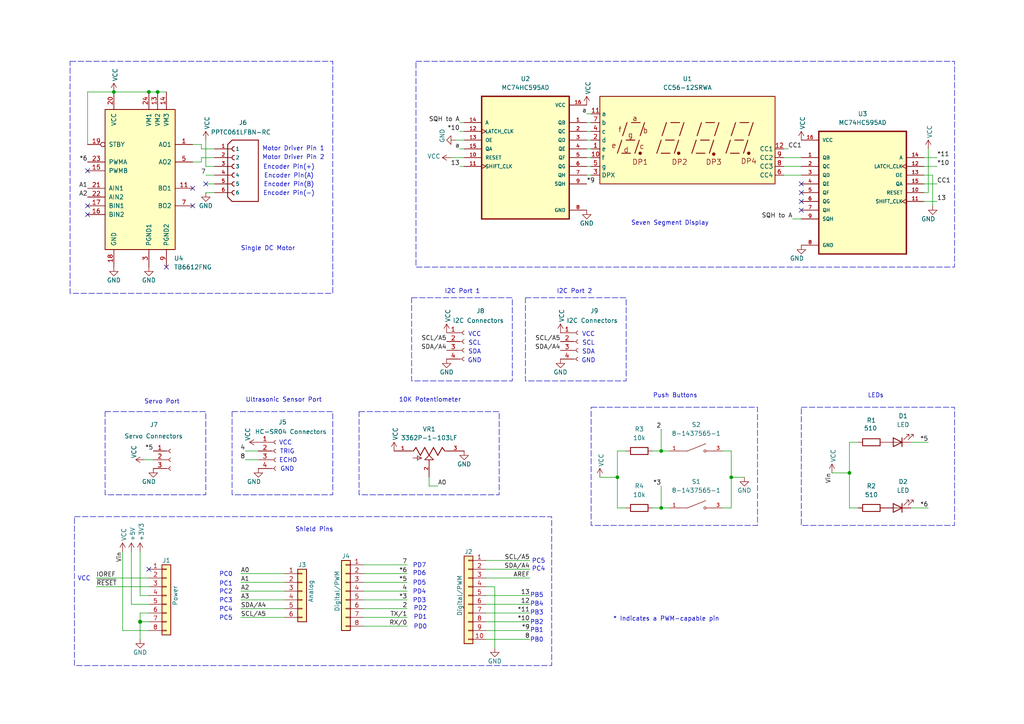
<source format=kicad_sch>
(kicad_sch
	(version 20231120)
	(generator "eeschema")
	(generator_version "8.0")
	(uuid "e63e39d7-6ac0-4ffd-8aa3-1841a4541b55")
	(paper "A4")
	(title_block
		(date "mar. 31 mars 2015")
	)
	(lib_symbols
		(symbol "3362P-1-103LF (10k Pot):3362P-1-103LF"
			(pin_names
				(offset 1.016)
			)
			(exclude_from_sim no)
			(in_bom yes)
			(on_board yes)
			(property "Reference" "VR"
				(at -10.1818 2.5465 0)
				(effects
					(font
						(size 1.27 1.27)
					)
					(justify left bottom)
				)
			)
			(property "Value" "3362P-1-103LF"
				(at -10.1645 -7.6423 0)
				(effects
					(font
						(size 1.27 1.27)
					)
					(justify left bottom)
				)
			)
			(property "Footprint" "3362P-1-103LF:TRIM_3362P-1-103LF"
				(at 0 0 0)
				(effects
					(font
						(size 1.27 1.27)
					)
					(justify bottom)
					(hide yes)
				)
			)
			(property "Datasheet" ""
				(at 0 0 0)
				(effects
					(font
						(size 1.27 1.27)
					)
					(hide yes)
				)
			)
			(property "Description" ""
				(at 0 0 0)
				(effects
					(font
						(size 1.27 1.27)
					)
					(hide yes)
				)
			)
			(property "PARTREV" "08/26/10"
				(at 0 0 0)
				(effects
					(font
						(size 1.27 1.27)
					)
					(justify bottom)
					(hide yes)
				)
			)
			(property "MF" "Bourns"
				(at 0 0 0)
				(effects
					(font
						(size 1.27 1.27)
					)
					(justify bottom)
					(hide yes)
				)
			)
			(property "MP" "3362P-1-205LF"
				(at 0 0 0)
				(effects
					(font
						(size 1.27 1.27)
					)
					(justify bottom)
					(hide yes)
				)
			)
			(property "STANDARD" "Manufacturer Recommendation"
				(at 0 0 0)
				(effects
					(font
						(size 1.27 1.27)
					)
					(justify bottom)
					(hide yes)
				)
			)
			(symbol "3362P-1-103LF_0_0"
				(polyline
					(pts
						(xy -5.08 0) (xy -4.572 0)
					)
					(stroke
						(width 0.1524)
						(type default)
					)
					(fill
						(type none)
					)
				)
				(polyline
					(pts
						(xy -4.699 -2.032) (xy -2.159 -2.032)
					)
					(stroke
						(width 0.1524)
						(type default)
					)
					(fill
						(type none)
					)
				)
				(polyline
					(pts
						(xy -4.572 0) (xy -3.81 1.016)
					)
					(stroke
						(width 0.254)
						(type default)
					)
					(fill
						(type none)
					)
				)
				(polyline
					(pts
						(xy -3.81 1.016) (xy -2.54 -1.27)
					)
					(stroke
						(width 0.254)
						(type default)
					)
					(fill
						(type none)
					)
				)
				(polyline
					(pts
						(xy -3.429 -2.667) (xy -3.429 -1.397)
					)
					(stroke
						(width 0.1524)
						(type default)
					)
					(fill
						(type none)
					)
				)
				(polyline
					(pts
						(xy -3.429 -1.397) (xy -2.159 -2.032)
					)
					(stroke
						(width 0.1524)
						(type default)
					)
					(fill
						(type none)
					)
				)
				(polyline
					(pts
						(xy -2.54 -1.27) (xy -1.27 1.016)
					)
					(stroke
						(width 0.254)
						(type default)
					)
					(fill
						(type none)
					)
				)
				(polyline
					(pts
						(xy -2.159 -2.032) (xy -3.429 -2.667)
					)
					(stroke
						(width 0.1524)
						(type default)
					)
					(fill
						(type none)
					)
				)
				(polyline
					(pts
						(xy -1.27 -2.54) (xy 0 -1.27)
					)
					(stroke
						(width 0.2032)
						(type default)
					)
					(fill
						(type none)
					)
				)
				(polyline
					(pts
						(xy -1.27 1.016) (xy 0 -1.27)
					)
					(stroke
						(width 0.254)
						(type default)
					)
					(fill
						(type none)
					)
				)
				(polyline
					(pts
						(xy 0 -1.27) (xy 1.27 -2.54)
					)
					(stroke
						(width 0.2032)
						(type default)
					)
					(fill
						(type none)
					)
				)
				(polyline
					(pts
						(xy 0 -1.27) (xy 1.27 1.016)
					)
					(stroke
						(width 0.254)
						(type default)
					)
					(fill
						(type none)
					)
				)
				(polyline
					(pts
						(xy 1.27 -2.54) (xy -1.27 -2.54)
					)
					(stroke
						(width 0.2032)
						(type default)
					)
					(fill
						(type none)
					)
				)
				(polyline
					(pts
						(xy 1.27 1.016) (xy 2.54 -1.27)
					)
					(stroke
						(width 0.254)
						(type default)
					)
					(fill
						(type none)
					)
				)
				(polyline
					(pts
						(xy 2.54 -1.27) (xy 3.81 1.016)
					)
					(stroke
						(width 0.254)
						(type default)
					)
					(fill
						(type none)
					)
				)
				(polyline
					(pts
						(xy 3.81 1.016) (xy 4.572 0)
					)
					(stroke
						(width 0.254)
						(type default)
					)
					(fill
						(type none)
					)
				)
				(polyline
					(pts
						(xy 4.572 0) (xy 5.08 0)
					)
					(stroke
						(width 0.1524)
						(type default)
					)
					(fill
						(type none)
					)
				)
				(pin passive line
					(at -10.16 0 0)
					(length 5.08)
					(name "~"
						(effects
							(font
								(size 1.016 1.016)
							)
						)
					)
					(number "1"
						(effects
							(font
								(size 1.016 1.016)
							)
						)
					)
				)
				(pin passive line
					(at 0 -7.62 90)
					(length 5.08)
					(name "~"
						(effects
							(font
								(size 1.016 1.016)
							)
						)
					)
					(number "2"
						(effects
							(font
								(size 1.016 1.016)
							)
						)
					)
				)
				(pin passive line
					(at 10.16 0 180)
					(length 5.08)
					(name "~"
						(effects
							(font
								(size 1.016 1.016)
							)
						)
					)
					(number "3"
						(effects
							(font
								(size 1.016 1.016)
							)
						)
					)
				)
			)
		)
		(symbol "8-1437565-1 (Push Button):8-1437565-1"
			(pin_names
				(offset 1.016)
			)
			(exclude_from_sim no)
			(in_bom yes)
			(on_board yes)
			(property "Reference" "S"
				(at -2.54 2.54 0)
				(effects
					(font
						(size 1.27 1.27)
					)
					(justify left bottom)
				)
			)
			(property "Value" "8-1437565-1"
				(at -2.54 -2.54 0)
				(effects
					(font
						(size 1.27 1.27)
					)
					(justify left top)
				)
			)
			(property "Footprint" "8-1437565-1:SW_8-1437565-1"
				(at 0 0 0)
				(effects
					(font
						(size 1.27 1.27)
					)
					(justify bottom)
					(hide yes)
				)
			)
			(property "Datasheet" ""
				(at 0 0 0)
				(effects
					(font
						(size 1.27 1.27)
					)
					(hide yes)
				)
			)
			(property "Description" ""
				(at 0 0 0)
				(effects
					(font
						(size 1.27 1.27)
					)
					(hide yes)
				)
			)
			(property "PARTREV" "H3"
				(at 0 0 0)
				(effects
					(font
						(size 1.27 1.27)
					)
					(justify bottom)
					(hide yes)
				)
			)
			(property "STANDARD" "Manufacturer Recommendations"
				(at 0 0 0)
				(effects
					(font
						(size 1.27 1.27)
					)
					(justify bottom)
					(hide yes)
				)
			)
			(property "MAXIMUM_PACKAGE_HEIGHT" "1.50mm"
				(at 0 0 0)
				(effects
					(font
						(size 1.27 1.27)
					)
					(justify bottom)
					(hide yes)
				)
			)
			(property "MANUFACTURER" "TE"
				(at 0 0 0)
				(effects
					(font
						(size 1.27 1.27)
					)
					(justify bottom)
					(hide yes)
				)
			)
			(symbol "8-1437565-1_0_0"
				(polyline
					(pts
						(xy -2.54 0) (xy -5.08 0)
					)
					(stroke
						(width 0.1524)
						(type default)
					)
					(fill
						(type none)
					)
				)
				(polyline
					(pts
						(xy -2.54 0) (xy 2.794 2.1336)
					)
					(stroke
						(width 0.1524)
						(type default)
					)
					(fill
						(type none)
					)
				)
				(polyline
					(pts
						(xy 5.08 0) (xy 2.921 0)
					)
					(stroke
						(width 0.1524)
						(type default)
					)
					(fill
						(type none)
					)
				)
				(circle
					(center 2.54 0)
					(radius 0.3302)
					(stroke
						(width 0.1524)
						(type default)
					)
					(fill
						(type none)
					)
				)
				(pin passive line
					(at -7.62 0 0)
					(length 2.54)
					(name "~"
						(effects
							(font
								(size 1.016 1.016)
							)
						)
					)
					(number "1"
						(effects
							(font
								(size 1.016 1.016)
							)
						)
					)
				)
				(pin passive line
					(at 7.62 0 180)
					(length 2.54)
					(name "~"
						(effects
							(font
								(size 1.016 1.016)
							)
						)
					)
					(number "3"
						(effects
							(font
								(size 1.016 1.016)
							)
						)
					)
				)
			)
		)
		(symbol "Connector:Conn_01x03_Socket"
			(pin_names
				(offset 1.016) hide)
			(exclude_from_sim no)
			(in_bom yes)
			(on_board yes)
			(property "Reference" "J"
				(at 0 5.08 0)
				(effects
					(font
						(size 1.27 1.27)
					)
				)
			)
			(property "Value" "Conn_01x03_Socket"
				(at 0 -5.08 0)
				(effects
					(font
						(size 1.27 1.27)
					)
				)
			)
			(property "Footprint" ""
				(at 0 0 0)
				(effects
					(font
						(size 1.27 1.27)
					)
					(hide yes)
				)
			)
			(property "Datasheet" "~"
				(at 0 0 0)
				(effects
					(font
						(size 1.27 1.27)
					)
					(hide yes)
				)
			)
			(property "Description" "Generic connector, single row, 01x03, script generated"
				(at 0 0 0)
				(effects
					(font
						(size 1.27 1.27)
					)
					(hide yes)
				)
			)
			(property "ki_locked" ""
				(at 0 0 0)
				(effects
					(font
						(size 1.27 1.27)
					)
				)
			)
			(property "ki_keywords" "connector"
				(at 0 0 0)
				(effects
					(font
						(size 1.27 1.27)
					)
					(hide yes)
				)
			)
			(property "ki_fp_filters" "Connector*:*_1x??_*"
				(at 0 0 0)
				(effects
					(font
						(size 1.27 1.27)
					)
					(hide yes)
				)
			)
			(symbol "Conn_01x03_Socket_1_1"
				(arc
					(start 0 -2.032)
					(mid -0.5058 -2.54)
					(end 0 -3.048)
					(stroke
						(width 0.1524)
						(type default)
					)
					(fill
						(type none)
					)
				)
				(polyline
					(pts
						(xy -1.27 -2.54) (xy -0.508 -2.54)
					)
					(stroke
						(width 0.1524)
						(type default)
					)
					(fill
						(type none)
					)
				)
				(polyline
					(pts
						(xy -1.27 0) (xy -0.508 0)
					)
					(stroke
						(width 0.1524)
						(type default)
					)
					(fill
						(type none)
					)
				)
				(polyline
					(pts
						(xy -1.27 2.54) (xy -0.508 2.54)
					)
					(stroke
						(width 0.1524)
						(type default)
					)
					(fill
						(type none)
					)
				)
				(arc
					(start 0 0.508)
					(mid -0.5058 0)
					(end 0 -0.508)
					(stroke
						(width 0.1524)
						(type default)
					)
					(fill
						(type none)
					)
				)
				(arc
					(start 0 3.048)
					(mid -0.5058 2.54)
					(end 0 2.032)
					(stroke
						(width 0.1524)
						(type default)
					)
					(fill
						(type none)
					)
				)
				(pin passive line
					(at -5.08 2.54 0)
					(length 3.81)
					(name "Pin_1"
						(effects
							(font
								(size 1.27 1.27)
							)
						)
					)
					(number "1"
						(effects
							(font
								(size 1.27 1.27)
							)
						)
					)
				)
				(pin passive line
					(at -5.08 0 0)
					(length 3.81)
					(name "Pin_2"
						(effects
							(font
								(size 1.27 1.27)
							)
						)
					)
					(number "2"
						(effects
							(font
								(size 1.27 1.27)
							)
						)
					)
				)
				(pin passive line
					(at -5.08 -2.54 0)
					(length 3.81)
					(name "Pin_3"
						(effects
							(font
								(size 1.27 1.27)
							)
						)
					)
					(number "3"
						(effects
							(font
								(size 1.27 1.27)
							)
						)
					)
				)
			)
		)
		(symbol "Connector:Conn_01x04_Socket"
			(pin_names
				(offset 1.016) hide)
			(exclude_from_sim no)
			(in_bom yes)
			(on_board yes)
			(property "Reference" "J"
				(at 0 5.08 0)
				(effects
					(font
						(size 1.27 1.27)
					)
				)
			)
			(property "Value" "Conn_01x04_Socket"
				(at 0 -7.62 0)
				(effects
					(font
						(size 1.27 1.27)
					)
				)
			)
			(property "Footprint" ""
				(at 0 0 0)
				(effects
					(font
						(size 1.27 1.27)
					)
					(hide yes)
				)
			)
			(property "Datasheet" "~"
				(at 0 0 0)
				(effects
					(font
						(size 1.27 1.27)
					)
					(hide yes)
				)
			)
			(property "Description" "Generic connector, single row, 01x04, script generated"
				(at 0 0 0)
				(effects
					(font
						(size 1.27 1.27)
					)
					(hide yes)
				)
			)
			(property "ki_locked" ""
				(at 0 0 0)
				(effects
					(font
						(size 1.27 1.27)
					)
				)
			)
			(property "ki_keywords" "connector"
				(at 0 0 0)
				(effects
					(font
						(size 1.27 1.27)
					)
					(hide yes)
				)
			)
			(property "ki_fp_filters" "Connector*:*_1x??_*"
				(at 0 0 0)
				(effects
					(font
						(size 1.27 1.27)
					)
					(hide yes)
				)
			)
			(symbol "Conn_01x04_Socket_1_1"
				(arc
					(start 0 -4.572)
					(mid -0.5058 -5.08)
					(end 0 -5.588)
					(stroke
						(width 0.1524)
						(type default)
					)
					(fill
						(type none)
					)
				)
				(arc
					(start 0 -2.032)
					(mid -0.5058 -2.54)
					(end 0 -3.048)
					(stroke
						(width 0.1524)
						(type default)
					)
					(fill
						(type none)
					)
				)
				(polyline
					(pts
						(xy -1.27 -5.08) (xy -0.508 -5.08)
					)
					(stroke
						(width 0.1524)
						(type default)
					)
					(fill
						(type none)
					)
				)
				(polyline
					(pts
						(xy -1.27 -2.54) (xy -0.508 -2.54)
					)
					(stroke
						(width 0.1524)
						(type default)
					)
					(fill
						(type none)
					)
				)
				(polyline
					(pts
						(xy -1.27 0) (xy -0.508 0)
					)
					(stroke
						(width 0.1524)
						(type default)
					)
					(fill
						(type none)
					)
				)
				(polyline
					(pts
						(xy -1.27 2.54) (xy -0.508 2.54)
					)
					(stroke
						(width 0.1524)
						(type default)
					)
					(fill
						(type none)
					)
				)
				(arc
					(start 0 0.508)
					(mid -0.5058 0)
					(end 0 -0.508)
					(stroke
						(width 0.1524)
						(type default)
					)
					(fill
						(type none)
					)
				)
				(arc
					(start 0 3.048)
					(mid -0.5058 2.54)
					(end 0 2.032)
					(stroke
						(width 0.1524)
						(type default)
					)
					(fill
						(type none)
					)
				)
				(pin passive line
					(at -5.08 2.54 0)
					(length 3.81)
					(name "Pin_1"
						(effects
							(font
								(size 1.27 1.27)
							)
						)
					)
					(number "1"
						(effects
							(font
								(size 1.27 1.27)
							)
						)
					)
				)
				(pin passive line
					(at -5.08 0 0)
					(length 3.81)
					(name "Pin_2"
						(effects
							(font
								(size 1.27 1.27)
							)
						)
					)
					(number "2"
						(effects
							(font
								(size 1.27 1.27)
							)
						)
					)
				)
				(pin passive line
					(at -5.08 -2.54 0)
					(length 3.81)
					(name "Pin_3"
						(effects
							(font
								(size 1.27 1.27)
							)
						)
					)
					(number "3"
						(effects
							(font
								(size 1.27 1.27)
							)
						)
					)
				)
				(pin passive line
					(at -5.08 -5.08 0)
					(length 3.81)
					(name "Pin_4"
						(effects
							(font
								(size 1.27 1.27)
							)
						)
					)
					(number "4"
						(effects
							(font
								(size 1.27 1.27)
							)
						)
					)
				)
			)
		)
		(symbol "Connector_Generic:Conn_01x06"
			(pin_names
				(offset 1.016) hide)
			(exclude_from_sim no)
			(in_bom yes)
			(on_board yes)
			(property "Reference" "J"
				(at 0 7.62 0)
				(effects
					(font
						(size 1.27 1.27)
					)
				)
			)
			(property "Value" "Conn_01x06"
				(at 0 -10.16 0)
				(effects
					(font
						(size 1.27 1.27)
					)
				)
			)
			(property "Footprint" ""
				(at 0 0 0)
				(effects
					(font
						(size 1.27 1.27)
					)
					(hide yes)
				)
			)
			(property "Datasheet" "~"
				(at 0 0 0)
				(effects
					(font
						(size 1.27 1.27)
					)
					(hide yes)
				)
			)
			(property "Description" "Generic connector, single row, 01x06, script generated (kicad-library-utils/schlib/autogen/connector/)"
				(at 0 0 0)
				(effects
					(font
						(size 1.27 1.27)
					)
					(hide yes)
				)
			)
			(property "ki_keywords" "connector"
				(at 0 0 0)
				(effects
					(font
						(size 1.27 1.27)
					)
					(hide yes)
				)
			)
			(property "ki_fp_filters" "Connector*:*_1x??_*"
				(at 0 0 0)
				(effects
					(font
						(size 1.27 1.27)
					)
					(hide yes)
				)
			)
			(symbol "Conn_01x06_1_1"
				(rectangle
					(start -1.27 -7.493)
					(end 0 -7.747)
					(stroke
						(width 0.1524)
						(type default)
					)
					(fill
						(type none)
					)
				)
				(rectangle
					(start -1.27 -4.953)
					(end 0 -5.207)
					(stroke
						(width 0.1524)
						(type default)
					)
					(fill
						(type none)
					)
				)
				(rectangle
					(start -1.27 -2.413)
					(end 0 -2.667)
					(stroke
						(width 0.1524)
						(type default)
					)
					(fill
						(type none)
					)
				)
				(rectangle
					(start -1.27 0.127)
					(end 0 -0.127)
					(stroke
						(width 0.1524)
						(type default)
					)
					(fill
						(type none)
					)
				)
				(rectangle
					(start -1.27 2.667)
					(end 0 2.413)
					(stroke
						(width 0.1524)
						(type default)
					)
					(fill
						(type none)
					)
				)
				(rectangle
					(start -1.27 5.207)
					(end 0 4.953)
					(stroke
						(width 0.1524)
						(type default)
					)
					(fill
						(type none)
					)
				)
				(rectangle
					(start -1.27 6.35)
					(end 1.27 -8.89)
					(stroke
						(width 0.254)
						(type default)
					)
					(fill
						(type background)
					)
				)
				(pin passive line
					(at -5.08 5.08 0)
					(length 3.81)
					(name "Pin_1"
						(effects
							(font
								(size 1.27 1.27)
							)
						)
					)
					(number "1"
						(effects
							(font
								(size 1.27 1.27)
							)
						)
					)
				)
				(pin passive line
					(at -5.08 2.54 0)
					(length 3.81)
					(name "Pin_2"
						(effects
							(font
								(size 1.27 1.27)
							)
						)
					)
					(number "2"
						(effects
							(font
								(size 1.27 1.27)
							)
						)
					)
				)
				(pin passive line
					(at -5.08 0 0)
					(length 3.81)
					(name "Pin_3"
						(effects
							(font
								(size 1.27 1.27)
							)
						)
					)
					(number "3"
						(effects
							(font
								(size 1.27 1.27)
							)
						)
					)
				)
				(pin passive line
					(at -5.08 -2.54 0)
					(length 3.81)
					(name "Pin_4"
						(effects
							(font
								(size 1.27 1.27)
							)
						)
					)
					(number "4"
						(effects
							(font
								(size 1.27 1.27)
							)
						)
					)
				)
				(pin passive line
					(at -5.08 -5.08 0)
					(length 3.81)
					(name "Pin_5"
						(effects
							(font
								(size 1.27 1.27)
							)
						)
					)
					(number "5"
						(effects
							(font
								(size 1.27 1.27)
							)
						)
					)
				)
				(pin passive line
					(at -5.08 -7.62 0)
					(length 3.81)
					(name "Pin_6"
						(effects
							(font
								(size 1.27 1.27)
							)
						)
					)
					(number "6"
						(effects
							(font
								(size 1.27 1.27)
							)
						)
					)
				)
			)
		)
		(symbol "Connector_Generic:Conn_01x08"
			(pin_names
				(offset 1.016) hide)
			(exclude_from_sim no)
			(in_bom yes)
			(on_board yes)
			(property "Reference" "J"
				(at 0 10.16 0)
				(effects
					(font
						(size 1.27 1.27)
					)
				)
			)
			(property "Value" "Conn_01x08"
				(at 0 -12.7 0)
				(effects
					(font
						(size 1.27 1.27)
					)
				)
			)
			(property "Footprint" ""
				(at 0 0 0)
				(effects
					(font
						(size 1.27 1.27)
					)
					(hide yes)
				)
			)
			(property "Datasheet" "~"
				(at 0 0 0)
				(effects
					(font
						(size 1.27 1.27)
					)
					(hide yes)
				)
			)
			(property "Description" "Generic connector, single row, 01x08, script generated (kicad-library-utils/schlib/autogen/connector/)"
				(at 0 0 0)
				(effects
					(font
						(size 1.27 1.27)
					)
					(hide yes)
				)
			)
			(property "ki_keywords" "connector"
				(at 0 0 0)
				(effects
					(font
						(size 1.27 1.27)
					)
					(hide yes)
				)
			)
			(property "ki_fp_filters" "Connector*:*_1x??_*"
				(at 0 0 0)
				(effects
					(font
						(size 1.27 1.27)
					)
					(hide yes)
				)
			)
			(symbol "Conn_01x08_1_1"
				(rectangle
					(start -1.27 -10.033)
					(end 0 -10.287)
					(stroke
						(width 0.1524)
						(type default)
					)
					(fill
						(type none)
					)
				)
				(rectangle
					(start -1.27 -7.493)
					(end 0 -7.747)
					(stroke
						(width 0.1524)
						(type default)
					)
					(fill
						(type none)
					)
				)
				(rectangle
					(start -1.27 -4.953)
					(end 0 -5.207)
					(stroke
						(width 0.1524)
						(type default)
					)
					(fill
						(type none)
					)
				)
				(rectangle
					(start -1.27 -2.413)
					(end 0 -2.667)
					(stroke
						(width 0.1524)
						(type default)
					)
					(fill
						(type none)
					)
				)
				(rectangle
					(start -1.27 0.127)
					(end 0 -0.127)
					(stroke
						(width 0.1524)
						(type default)
					)
					(fill
						(type none)
					)
				)
				(rectangle
					(start -1.27 2.667)
					(end 0 2.413)
					(stroke
						(width 0.1524)
						(type default)
					)
					(fill
						(type none)
					)
				)
				(rectangle
					(start -1.27 5.207)
					(end 0 4.953)
					(stroke
						(width 0.1524)
						(type default)
					)
					(fill
						(type none)
					)
				)
				(rectangle
					(start -1.27 7.747)
					(end 0 7.493)
					(stroke
						(width 0.1524)
						(type default)
					)
					(fill
						(type none)
					)
				)
				(rectangle
					(start -1.27 8.89)
					(end 1.27 -11.43)
					(stroke
						(width 0.254)
						(type default)
					)
					(fill
						(type background)
					)
				)
				(pin passive line
					(at -5.08 7.62 0)
					(length 3.81)
					(name "Pin_1"
						(effects
							(font
								(size 1.27 1.27)
							)
						)
					)
					(number "1"
						(effects
							(font
								(size 1.27 1.27)
							)
						)
					)
				)
				(pin passive line
					(at -5.08 5.08 0)
					(length 3.81)
					(name "Pin_2"
						(effects
							(font
								(size 1.27 1.27)
							)
						)
					)
					(number "2"
						(effects
							(font
								(size 1.27 1.27)
							)
						)
					)
				)
				(pin passive line
					(at -5.08 2.54 0)
					(length 3.81)
					(name "Pin_3"
						(effects
							(font
								(size 1.27 1.27)
							)
						)
					)
					(number "3"
						(effects
							(font
								(size 1.27 1.27)
							)
						)
					)
				)
				(pin passive line
					(at -5.08 0 0)
					(length 3.81)
					(name "Pin_4"
						(effects
							(font
								(size 1.27 1.27)
							)
						)
					)
					(number "4"
						(effects
							(font
								(size 1.27 1.27)
							)
						)
					)
				)
				(pin passive line
					(at -5.08 -2.54 0)
					(length 3.81)
					(name "Pin_5"
						(effects
							(font
								(size 1.27 1.27)
							)
						)
					)
					(number "5"
						(effects
							(font
								(size 1.27 1.27)
							)
						)
					)
				)
				(pin passive line
					(at -5.08 -5.08 0)
					(length 3.81)
					(name "Pin_6"
						(effects
							(font
								(size 1.27 1.27)
							)
						)
					)
					(number "6"
						(effects
							(font
								(size 1.27 1.27)
							)
						)
					)
				)
				(pin passive line
					(at -5.08 -7.62 0)
					(length 3.81)
					(name "Pin_7"
						(effects
							(font
								(size 1.27 1.27)
							)
						)
					)
					(number "7"
						(effects
							(font
								(size 1.27 1.27)
							)
						)
					)
				)
				(pin passive line
					(at -5.08 -10.16 0)
					(length 3.81)
					(name "Pin_8"
						(effects
							(font
								(size 1.27 1.27)
							)
						)
					)
					(number "8"
						(effects
							(font
								(size 1.27 1.27)
							)
						)
					)
				)
			)
		)
		(symbol "Connector_Generic:Conn_01x10"
			(pin_names
				(offset 1.016) hide)
			(exclude_from_sim no)
			(in_bom yes)
			(on_board yes)
			(property "Reference" "J"
				(at 0 12.7 0)
				(effects
					(font
						(size 1.27 1.27)
					)
				)
			)
			(property "Value" "Conn_01x10"
				(at 0 -15.24 0)
				(effects
					(font
						(size 1.27 1.27)
					)
				)
			)
			(property "Footprint" ""
				(at 0 0 0)
				(effects
					(font
						(size 1.27 1.27)
					)
					(hide yes)
				)
			)
			(property "Datasheet" "~"
				(at 0 0 0)
				(effects
					(font
						(size 1.27 1.27)
					)
					(hide yes)
				)
			)
			(property "Description" "Generic connector, single row, 01x10, script generated (kicad-library-utils/schlib/autogen/connector/)"
				(at 0 0 0)
				(effects
					(font
						(size 1.27 1.27)
					)
					(hide yes)
				)
			)
			(property "ki_keywords" "connector"
				(at 0 0 0)
				(effects
					(font
						(size 1.27 1.27)
					)
					(hide yes)
				)
			)
			(property "ki_fp_filters" "Connector*:*_1x??_*"
				(at 0 0 0)
				(effects
					(font
						(size 1.27 1.27)
					)
					(hide yes)
				)
			)
			(symbol "Conn_01x10_1_1"
				(rectangle
					(start -1.27 -12.573)
					(end 0 -12.827)
					(stroke
						(width 0.1524)
						(type default)
					)
					(fill
						(type none)
					)
				)
				(rectangle
					(start -1.27 -10.033)
					(end 0 -10.287)
					(stroke
						(width 0.1524)
						(type default)
					)
					(fill
						(type none)
					)
				)
				(rectangle
					(start -1.27 -7.493)
					(end 0 -7.747)
					(stroke
						(width 0.1524)
						(type default)
					)
					(fill
						(type none)
					)
				)
				(rectangle
					(start -1.27 -4.953)
					(end 0 -5.207)
					(stroke
						(width 0.1524)
						(type default)
					)
					(fill
						(type none)
					)
				)
				(rectangle
					(start -1.27 -2.413)
					(end 0 -2.667)
					(stroke
						(width 0.1524)
						(type default)
					)
					(fill
						(type none)
					)
				)
				(rectangle
					(start -1.27 0.127)
					(end 0 -0.127)
					(stroke
						(width 0.1524)
						(type default)
					)
					(fill
						(type none)
					)
				)
				(rectangle
					(start -1.27 2.667)
					(end 0 2.413)
					(stroke
						(width 0.1524)
						(type default)
					)
					(fill
						(type none)
					)
				)
				(rectangle
					(start -1.27 5.207)
					(end 0 4.953)
					(stroke
						(width 0.1524)
						(type default)
					)
					(fill
						(type none)
					)
				)
				(rectangle
					(start -1.27 7.747)
					(end 0 7.493)
					(stroke
						(width 0.1524)
						(type default)
					)
					(fill
						(type none)
					)
				)
				(rectangle
					(start -1.27 10.287)
					(end 0 10.033)
					(stroke
						(width 0.1524)
						(type default)
					)
					(fill
						(type none)
					)
				)
				(rectangle
					(start -1.27 11.43)
					(end 1.27 -13.97)
					(stroke
						(width 0.254)
						(type default)
					)
					(fill
						(type background)
					)
				)
				(pin passive line
					(at -5.08 10.16 0)
					(length 3.81)
					(name "Pin_1"
						(effects
							(font
								(size 1.27 1.27)
							)
						)
					)
					(number "1"
						(effects
							(font
								(size 1.27 1.27)
							)
						)
					)
				)
				(pin passive line
					(at -5.08 -12.7 0)
					(length 3.81)
					(name "Pin_10"
						(effects
							(font
								(size 1.27 1.27)
							)
						)
					)
					(number "10"
						(effects
							(font
								(size 1.27 1.27)
							)
						)
					)
				)
				(pin passive line
					(at -5.08 7.62 0)
					(length 3.81)
					(name "Pin_2"
						(effects
							(font
								(size 1.27 1.27)
							)
						)
					)
					(number "2"
						(effects
							(font
								(size 1.27 1.27)
							)
						)
					)
				)
				(pin passive line
					(at -5.08 5.08 0)
					(length 3.81)
					(name "Pin_3"
						(effects
							(font
								(size 1.27 1.27)
							)
						)
					)
					(number "3"
						(effects
							(font
								(size 1.27 1.27)
							)
						)
					)
				)
				(pin passive line
					(at -5.08 2.54 0)
					(length 3.81)
					(name "Pin_4"
						(effects
							(font
								(size 1.27 1.27)
							)
						)
					)
					(number "4"
						(effects
							(font
								(size 1.27 1.27)
							)
						)
					)
				)
				(pin passive line
					(at -5.08 0 0)
					(length 3.81)
					(name "Pin_5"
						(effects
							(font
								(size 1.27 1.27)
							)
						)
					)
					(number "5"
						(effects
							(font
								(size 1.27 1.27)
							)
						)
					)
				)
				(pin passive line
					(at -5.08 -2.54 0)
					(length 3.81)
					(name "Pin_6"
						(effects
							(font
								(size 1.27 1.27)
							)
						)
					)
					(number "6"
						(effects
							(font
								(size 1.27 1.27)
							)
						)
					)
				)
				(pin passive line
					(at -5.08 -5.08 0)
					(length 3.81)
					(name "Pin_7"
						(effects
							(font
								(size 1.27 1.27)
							)
						)
					)
					(number "7"
						(effects
							(font
								(size 1.27 1.27)
							)
						)
					)
				)
				(pin passive line
					(at -5.08 -7.62 0)
					(length 3.81)
					(name "Pin_8"
						(effects
							(font
								(size 1.27 1.27)
							)
						)
					)
					(number "8"
						(effects
							(font
								(size 1.27 1.27)
							)
						)
					)
				)
				(pin passive line
					(at -5.08 -10.16 0)
					(length 3.81)
					(name "Pin_9"
						(effects
							(font
								(size 1.27 1.27)
							)
						)
					)
					(number "9"
						(effects
							(font
								(size 1.27 1.27)
							)
						)
					)
				)
			)
		)
		(symbol "Device:LED"
			(pin_numbers hide)
			(pin_names
				(offset 1.016) hide)
			(exclude_from_sim no)
			(in_bom yes)
			(on_board yes)
			(property "Reference" "D"
				(at 0 2.54 0)
				(effects
					(font
						(size 1.27 1.27)
					)
				)
			)
			(property "Value" "LED"
				(at 0 -2.54 0)
				(effects
					(font
						(size 1.27 1.27)
					)
				)
			)
			(property "Footprint" ""
				(at 0 0 0)
				(effects
					(font
						(size 1.27 1.27)
					)
					(hide yes)
				)
			)
			(property "Datasheet" "~"
				(at 0 0 0)
				(effects
					(font
						(size 1.27 1.27)
					)
					(hide yes)
				)
			)
			(property "Description" "Light emitting diode"
				(at 0 0 0)
				(effects
					(font
						(size 1.27 1.27)
					)
					(hide yes)
				)
			)
			(property "ki_keywords" "LED diode"
				(at 0 0 0)
				(effects
					(font
						(size 1.27 1.27)
					)
					(hide yes)
				)
			)
			(property "ki_fp_filters" "LED* LED_SMD:* LED_THT:*"
				(at 0 0 0)
				(effects
					(font
						(size 1.27 1.27)
					)
					(hide yes)
				)
			)
			(symbol "LED_0_1"
				(polyline
					(pts
						(xy -1.27 -1.27) (xy -1.27 1.27)
					)
					(stroke
						(width 0.254)
						(type default)
					)
					(fill
						(type none)
					)
				)
				(polyline
					(pts
						(xy -1.27 0) (xy 1.27 0)
					)
					(stroke
						(width 0)
						(type default)
					)
					(fill
						(type none)
					)
				)
				(polyline
					(pts
						(xy 1.27 -1.27) (xy 1.27 1.27) (xy -1.27 0) (xy 1.27 -1.27)
					)
					(stroke
						(width 0.254)
						(type default)
					)
					(fill
						(type none)
					)
				)
				(polyline
					(pts
						(xy -3.048 -0.762) (xy -4.572 -2.286) (xy -3.81 -2.286) (xy -4.572 -2.286) (xy -4.572 -1.524)
					)
					(stroke
						(width 0)
						(type default)
					)
					(fill
						(type none)
					)
				)
				(polyline
					(pts
						(xy -1.778 -0.762) (xy -3.302 -2.286) (xy -2.54 -2.286) (xy -3.302 -2.286) (xy -3.302 -1.524)
					)
					(stroke
						(width 0)
						(type default)
					)
					(fill
						(type none)
					)
				)
			)
			(symbol "LED_1_1"
				(pin passive line
					(at -3.81 0 0)
					(length 2.54)
					(name "K"
						(effects
							(font
								(size 1.27 1.27)
							)
						)
					)
					(number "1"
						(effects
							(font
								(size 1.27 1.27)
							)
						)
					)
				)
				(pin passive line
					(at 3.81 0 180)
					(length 2.54)
					(name "A"
						(effects
							(font
								(size 1.27 1.27)
							)
						)
					)
					(number "2"
						(effects
							(font
								(size 1.27 1.27)
							)
						)
					)
				)
			)
		)
		(symbol "Device:R"
			(pin_numbers hide)
			(pin_names
				(offset 0)
			)
			(exclude_from_sim no)
			(in_bom yes)
			(on_board yes)
			(property "Reference" "R"
				(at 2.032 0 90)
				(effects
					(font
						(size 1.27 1.27)
					)
				)
			)
			(property "Value" "R"
				(at 0 0 90)
				(effects
					(font
						(size 1.27 1.27)
					)
				)
			)
			(property "Footprint" ""
				(at -1.778 0 90)
				(effects
					(font
						(size 1.27 1.27)
					)
					(hide yes)
				)
			)
			(property "Datasheet" "~"
				(at 0 0 0)
				(effects
					(font
						(size 1.27 1.27)
					)
					(hide yes)
				)
			)
			(property "Description" "Resistor"
				(at 0 0 0)
				(effects
					(font
						(size 1.27 1.27)
					)
					(hide yes)
				)
			)
			(property "ki_keywords" "R res resistor"
				(at 0 0 0)
				(effects
					(font
						(size 1.27 1.27)
					)
					(hide yes)
				)
			)
			(property "ki_fp_filters" "R_*"
				(at 0 0 0)
				(effects
					(font
						(size 1.27 1.27)
					)
					(hide yes)
				)
			)
			(symbol "R_0_1"
				(rectangle
					(start -1.016 -2.54)
					(end 1.016 2.54)
					(stroke
						(width 0.254)
						(type default)
					)
					(fill
						(type none)
					)
				)
			)
			(symbol "R_1_1"
				(pin passive line
					(at 0 3.81 270)
					(length 1.27)
					(name "~"
						(effects
							(font
								(size 1.27 1.27)
							)
						)
					)
					(number "1"
						(effects
							(font
								(size 1.27 1.27)
							)
						)
					)
				)
				(pin passive line
					(at 0 -3.81 90)
					(length 1.27)
					(name "~"
						(effects
							(font
								(size 1.27 1.27)
							)
						)
					)
					(number "2"
						(effects
							(font
								(size 1.27 1.27)
							)
						)
					)
				)
			)
		)
		(symbol "Display_Character:CC56-12SRWA"
			(exclude_from_sim no)
			(in_bom yes)
			(on_board yes)
			(property "Reference" "U"
				(at -24.13 13.97 0)
				(effects
					(font
						(size 1.27 1.27)
					)
				)
			)
			(property "Value" "CC56-12SRWA"
				(at 17.78 13.97 0)
				(effects
					(font
						(size 1.27 1.27)
					)
				)
			)
			(property "Footprint" "Display_7Segment:CA56-12SRWA"
				(at 0 -15.24 0)
				(effects
					(font
						(size 1.27 1.27)
					)
					(hide yes)
				)
			)
			(property "Datasheet" "http://www.kingbrightusa.com/images/catalog/SPEC/CC56-12SRWA.pdf"
				(at -10.922 0.762 0)
				(effects
					(font
						(size 1.27 1.27)
					)
					(hide yes)
				)
			)
			(property "Description" "4 digit 7 segment super bright red LED, common cathode"
				(at 0 0 0)
				(effects
					(font
						(size 1.27 1.27)
					)
					(hide yes)
				)
			)
			(property "ki_keywords" "display LED 7-segment"
				(at 0 0 0)
				(effects
					(font
						(size 1.27 1.27)
					)
					(hide yes)
				)
			)
			(property "ki_fp_filters" "*CA56*12SRWA*"
				(at 0 0 0)
				(effects
					(font
						(size 1.27 1.27)
					)
					(hide yes)
				)
			)
			(symbol "CC56-12SRWA_0_0"
				(rectangle
					(start -25.4 12.7)
					(end 25.4 -12.7)
					(stroke
						(width 0.254)
						(type default)
					)
					(fill
						(type background)
					)
				)
				(polyline
					(pts
						(xy -20.32 -3.81) (xy -19.05 0)
					)
					(stroke
						(width 0.254)
						(type default)
					)
					(fill
						(type none)
					)
				)
				(polyline
					(pts
						(xy -19.05 -3.81) (xy -16.51 -3.81)
					)
					(stroke
						(width 0.254)
						(type default)
					)
					(fill
						(type none)
					)
				)
				(polyline
					(pts
						(xy -18.796 1.27) (xy -17.526 5.08)
					)
					(stroke
						(width 0.254)
						(type default)
					)
					(fill
						(type none)
					)
				)
				(polyline
					(pts
						(xy -17.78 0) (xy -15.24 0)
					)
					(stroke
						(width 0.254)
						(type default)
					)
					(fill
						(type none)
					)
				)
				(polyline
					(pts
						(xy -16.256 5.08) (xy -13.716 5.08)
					)
					(stroke
						(width 0.254)
						(type default)
					)
					(fill
						(type none)
					)
				)
				(polyline
					(pts
						(xy -15.24 -3.81) (xy -13.97 0)
					)
					(stroke
						(width 0.254)
						(type default)
					)
					(fill
						(type none)
					)
				)
				(polyline
					(pts
						(xy -13.716 1.27) (xy -12.446 5.08)
					)
					(stroke
						(width 0.254)
						(type default)
					)
					(fill
						(type none)
					)
				)
				(polyline
					(pts
						(xy -8.89 -3.81) (xy -7.62 0)
					)
					(stroke
						(width 0.254)
						(type default)
					)
					(fill
						(type none)
					)
				)
				(polyline
					(pts
						(xy -7.62 -3.81) (xy -5.08 -3.81)
					)
					(stroke
						(width 0.254)
						(type default)
					)
					(fill
						(type none)
					)
				)
				(polyline
					(pts
						(xy -7.366 1.27) (xy -6.096 5.08)
					)
					(stroke
						(width 0.254)
						(type default)
					)
					(fill
						(type none)
					)
				)
				(polyline
					(pts
						(xy -6.35 0) (xy -3.81 0)
					)
					(stroke
						(width 0.254)
						(type default)
					)
					(fill
						(type none)
					)
				)
				(polyline
					(pts
						(xy -4.826 5.08) (xy -2.286 5.08)
					)
					(stroke
						(width 0.254)
						(type default)
					)
					(fill
						(type none)
					)
				)
				(polyline
					(pts
						(xy -3.81 -3.81) (xy -2.54 0)
					)
					(stroke
						(width 0.254)
						(type default)
					)
					(fill
						(type none)
					)
				)
				(polyline
					(pts
						(xy -2.286 1.27) (xy -1.016 5.08)
					)
					(stroke
						(width 0.254)
						(type default)
					)
					(fill
						(type none)
					)
				)
				(polyline
					(pts
						(xy 1.27 -3.81) (xy 2.54 0)
					)
					(stroke
						(width 0.254)
						(type default)
					)
					(fill
						(type none)
					)
				)
				(polyline
					(pts
						(xy 2.54 -3.81) (xy 5.08 -3.81)
					)
					(stroke
						(width 0.254)
						(type default)
					)
					(fill
						(type none)
					)
				)
				(polyline
					(pts
						(xy 2.794 1.27) (xy 4.064 5.08)
					)
					(stroke
						(width 0.254)
						(type default)
					)
					(fill
						(type none)
					)
				)
				(polyline
					(pts
						(xy 3.81 0) (xy 6.35 0)
					)
					(stroke
						(width 0.254)
						(type default)
					)
					(fill
						(type none)
					)
				)
				(polyline
					(pts
						(xy 5.334 5.08) (xy 7.874 5.08)
					)
					(stroke
						(width 0.254)
						(type default)
					)
					(fill
						(type none)
					)
				)
				(polyline
					(pts
						(xy 6.35 -3.81) (xy 7.62 0)
					)
					(stroke
						(width 0.254)
						(type default)
					)
					(fill
						(type none)
					)
				)
				(polyline
					(pts
						(xy 7.874 1.27) (xy 9.144 5.08)
					)
					(stroke
						(width 0.254)
						(type default)
					)
					(fill
						(type none)
					)
				)
				(polyline
					(pts
						(xy 11.176 -3.81) (xy 12.446 0)
					)
					(stroke
						(width 0.254)
						(type default)
					)
					(fill
						(type none)
					)
				)
				(polyline
					(pts
						(xy 12.446 -3.81) (xy 14.986 -3.81)
					)
					(stroke
						(width 0.254)
						(type default)
					)
					(fill
						(type none)
					)
				)
				(polyline
					(pts
						(xy 12.7 1.27) (xy 13.97 5.08)
					)
					(stroke
						(width 0.254)
						(type default)
					)
					(fill
						(type none)
					)
				)
				(polyline
					(pts
						(xy 13.716 0) (xy 16.256 0)
					)
					(stroke
						(width 0.254)
						(type default)
					)
					(fill
						(type none)
					)
				)
				(polyline
					(pts
						(xy 15.24 5.08) (xy 17.78 5.08)
					)
					(stroke
						(width 0.254)
						(type default)
					)
					(fill
						(type none)
					)
				)
				(polyline
					(pts
						(xy 16.256 -3.81) (xy 17.526 0)
					)
					(stroke
						(width 0.254)
						(type default)
					)
					(fill
						(type none)
					)
				)
				(polyline
					(pts
						(xy 17.78 1.27) (xy 19.05 5.08)
					)
					(stroke
						(width 0.254)
						(type default)
					)
					(fill
						(type none)
					)
				)
				(text "a"
					(at -15.24 6.35 0)
					(effects
						(font
							(size 1.524 1.524)
						)
					)
				)
				(text "b"
					(at -12.192 2.794 0)
					(effects
						(font
							(size 1.524 1.524)
						)
					)
				)
				(text "c"
					(at -13.208 -1.778 0)
					(effects
						(font
							(size 1.524 1.524)
						)
					)
				)
				(text "d"
					(at -17.78 -2.794 0)
					(effects
						(font
							(size 1.524 1.524)
						)
					)
				)
				(text "DP1"
					(at -13.716 -6.35 0)
					(effects
						(font
							(size 1.524 1.524)
						)
					)
				)
				(text "DP2"
					(at -2.286 -6.35 0)
					(effects
						(font
							(size 1.524 1.524)
						)
					)
				)
				(text "DP3"
					(at 7.62 -6.35 0)
					(effects
						(font
							(size 1.524 1.524)
						)
					)
				)
				(text "DP4"
					(at 17.78 -6.096 0)
					(effects
						(font
							(size 1.524 1.524)
						)
					)
				)
				(text "e"
					(at -21.336 -1.524 0)
					(effects
						(font
							(size 1.524 1.524)
						)
					)
				)
				(text "f"
					(at -19.558 3.048 0)
					(effects
						(font
							(size 1.524 1.524)
						)
					)
				)
				(text "g"
					(at -16.51 1.524 0)
					(effects
						(font
							(size 1.524 1.524)
						)
					)
				)
			)
			(symbol "CC56-12SRWA_0_1"
				(circle
					(center -13.716 -3.81)
					(radius 0.3556)
					(stroke
						(width 0.254)
						(type default)
					)
					(fill
						(type outline)
					)
				)
				(circle
					(center -2.54 -3.81)
					(radius 0.3556)
					(stroke
						(width 0.254)
						(type default)
					)
					(fill
						(type outline)
					)
				)
			)
			(symbol "CC56-12SRWA_1_0"
				(circle
					(center 7.62 -4.064)
					(radius 0.3556)
					(stroke
						(width 0.254)
						(type default)
					)
					(fill
						(type outline)
					)
				)
				(circle
					(center 17.78 -3.81)
					(radius 0.3556)
					(stroke
						(width 0.254)
						(type default)
					)
					(fill
						(type outline)
					)
				)
			)
			(symbol "CC56-12SRWA_1_1"
				(pin input line
					(at -27.94 -2.54 0)
					(length 2.54)
					(name "e"
						(effects
							(font
								(size 1.27 1.27)
							)
						)
					)
					(number "1"
						(effects
							(font
								(size 1.27 1.27)
							)
						)
					)
				)
				(pin input line
					(at -27.94 -5.08 0)
					(length 2.54)
					(name "f"
						(effects
							(font
								(size 1.27 1.27)
							)
						)
					)
					(number "10"
						(effects
							(font
								(size 1.27 1.27)
							)
						)
					)
				)
				(pin input line
					(at -27.94 7.62 0)
					(length 2.54)
					(name "a"
						(effects
							(font
								(size 1.27 1.27)
							)
						)
					)
					(number "11"
						(effects
							(font
								(size 1.27 1.27)
							)
						)
					)
				)
				(pin input line
					(at 27.94 -2.54 180)
					(length 2.54)
					(name "CC1"
						(effects
							(font
								(size 1.27 1.27)
							)
						)
					)
					(number "12"
						(effects
							(font
								(size 1.27 1.27)
							)
						)
					)
				)
				(pin input line
					(at -27.94 0 0)
					(length 2.54)
					(name "d"
						(effects
							(font
								(size 1.27 1.27)
							)
						)
					)
					(number "2"
						(effects
							(font
								(size 1.27 1.27)
							)
						)
					)
				)
				(pin input line
					(at -27.94 -10.16 0)
					(length 2.54)
					(name "DPX"
						(effects
							(font
								(size 1.27 1.27)
							)
						)
					)
					(number "3"
						(effects
							(font
								(size 1.27 1.27)
							)
						)
					)
				)
				(pin input line
					(at -27.94 2.54 0)
					(length 2.54)
					(name "c"
						(effects
							(font
								(size 1.27 1.27)
							)
						)
					)
					(number "4"
						(effects
							(font
								(size 1.27 1.27)
							)
						)
					)
				)
				(pin input line
					(at -27.94 -7.62 0)
					(length 2.54)
					(name "g"
						(effects
							(font
								(size 1.27 1.27)
							)
						)
					)
					(number "5"
						(effects
							(font
								(size 1.27 1.27)
							)
						)
					)
				)
				(pin input line
					(at 27.94 -10.16 180)
					(length 2.54)
					(name "CC4"
						(effects
							(font
								(size 1.27 1.27)
							)
						)
					)
					(number "6"
						(effects
							(font
								(size 1.27 1.27)
							)
						)
					)
				)
				(pin input line
					(at -27.94 5.08 0)
					(length 2.54)
					(name "b"
						(effects
							(font
								(size 1.27 1.27)
							)
						)
					)
					(number "7"
						(effects
							(font
								(size 1.27 1.27)
							)
						)
					)
				)
				(pin input line
					(at 27.94 -7.62 180)
					(length 2.54)
					(name "CC3"
						(effects
							(font
								(size 1.27 1.27)
							)
						)
					)
					(number "8"
						(effects
							(font
								(size 1.27 1.27)
							)
						)
					)
				)
				(pin input line
					(at 27.94 -5.08 180)
					(length 2.54)
					(name "CC2"
						(effects
							(font
								(size 1.27 1.27)
							)
						)
					)
					(number "9"
						(effects
							(font
								(size 1.27 1.27)
							)
						)
					)
				)
			)
		)
		(symbol "Driver_Motor:TB6612FNG"
			(pin_names
				(offset 1.016)
			)
			(exclude_from_sim no)
			(in_bom yes)
			(on_board yes)
			(property "Reference" "U"
				(at 11.43 17.78 0)
				(effects
					(font
						(size 1.27 1.27)
					)
					(justify left)
				)
			)
			(property "Value" "TB6612FNG"
				(at 11.43 15.24 0)
				(effects
					(font
						(size 1.27 1.27)
					)
					(justify left)
				)
			)
			(property "Footprint" "Package_SO:SSOP-24_5.3x8.2mm_P0.65mm"
				(at 33.02 -22.86 0)
				(effects
					(font
						(size 1.27 1.27)
					)
					(hide yes)
				)
			)
			(property "Datasheet" "https://toshiba.semicon-storage.com/us/product/linear/motordriver/detail.TB6612FNG.html"
				(at 11.43 15.24 0)
				(effects
					(font
						(size 1.27 1.27)
					)
					(hide yes)
				)
			)
			(property "Description" "Driver IC for Dual DC motor, SSOP-24"
				(at 0 0 0)
				(effects
					(font
						(size 1.27 1.27)
					)
					(hide yes)
				)
			)
			(property "ki_keywords" "H-bridge motor driver"
				(at 0 0 0)
				(effects
					(font
						(size 1.27 1.27)
					)
					(hide yes)
				)
			)
			(property "ki_fp_filters" "SSOP-24*5.3x8.2mm*P0.65mm*"
				(at 0 0 0)
				(effects
					(font
						(size 1.27 1.27)
					)
					(hide yes)
				)
			)
			(symbol "TB6612FNG_0_1"
				(rectangle
					(start -10.16 20.32)
					(end 10.16 -20.32)
					(stroke
						(width 0.254)
						(type default)
					)
					(fill
						(type background)
					)
				)
			)
			(symbol "TB6612FNG_1_1"
				(pin output line
					(at 15.24 10.16 180)
					(length 5.08)
					(name "AO1"
						(effects
							(font
								(size 1.27 1.27)
							)
						)
					)
					(number "1"
						(effects
							(font
								(size 1.27 1.27)
							)
						)
					)
				)
				(pin passive line
					(at 7.62 -25.4 90)
					(length 5.08) hide
					(name "PGND2"
						(effects
							(font
								(size 1.27 1.27)
							)
						)
					)
					(number "10"
						(effects
							(font
								(size 1.27 1.27)
							)
						)
					)
				)
				(pin output line
					(at 15.24 -2.54 180)
					(length 5.08)
					(name "BO1"
						(effects
							(font
								(size 1.27 1.27)
							)
						)
					)
					(number "11"
						(effects
							(font
								(size 1.27 1.27)
							)
						)
					)
				)
				(pin passive line
					(at 15.24 -2.54 180)
					(length 5.08) hide
					(name "BO1"
						(effects
							(font
								(size 1.27 1.27)
							)
						)
					)
					(number "12"
						(effects
							(font
								(size 1.27 1.27)
							)
						)
					)
				)
				(pin power_in line
					(at 5.08 25.4 270)
					(length 5.08)
					(name "VM2"
						(effects
							(font
								(size 1.27 1.27)
							)
						)
					)
					(number "13"
						(effects
							(font
								(size 1.27 1.27)
							)
						)
					)
				)
				(pin power_in line
					(at 7.62 25.4 270)
					(length 5.08)
					(name "VM3"
						(effects
							(font
								(size 1.27 1.27)
							)
						)
					)
					(number "14"
						(effects
							(font
								(size 1.27 1.27)
							)
						)
					)
				)
				(pin input line
					(at -15.24 2.54 0)
					(length 5.08)
					(name "PWMB"
						(effects
							(font
								(size 1.27 1.27)
							)
						)
					)
					(number "15"
						(effects
							(font
								(size 1.27 1.27)
							)
						)
					)
				)
				(pin input line
					(at -15.24 -10.16 0)
					(length 5.08)
					(name "BIN2"
						(effects
							(font
								(size 1.27 1.27)
							)
						)
					)
					(number "16"
						(effects
							(font
								(size 1.27 1.27)
							)
						)
					)
				)
				(pin input line
					(at -15.24 -7.62 0)
					(length 5.08)
					(name "BIN1"
						(effects
							(font
								(size 1.27 1.27)
							)
						)
					)
					(number "17"
						(effects
							(font
								(size 1.27 1.27)
							)
						)
					)
				)
				(pin power_in line
					(at -7.62 -25.4 90)
					(length 5.08)
					(name "GND"
						(effects
							(font
								(size 1.27 1.27)
							)
						)
					)
					(number "18"
						(effects
							(font
								(size 1.27 1.27)
							)
						)
					)
				)
				(pin input inverted
					(at -15.24 10.16 0)
					(length 5.08)
					(name "STBY"
						(effects
							(font
								(size 1.27 1.27)
							)
						)
					)
					(number "19"
						(effects
							(font
								(size 1.27 1.27)
							)
						)
					)
				)
				(pin passive line
					(at 15.24 10.16 180)
					(length 5.08) hide
					(name "AO1"
						(effects
							(font
								(size 1.27 1.27)
							)
						)
					)
					(number "2"
						(effects
							(font
								(size 1.27 1.27)
							)
						)
					)
				)
				(pin power_in line
					(at -7.62 25.4 270)
					(length 5.08)
					(name "VCC"
						(effects
							(font
								(size 1.27 1.27)
							)
						)
					)
					(number "20"
						(effects
							(font
								(size 1.27 1.27)
							)
						)
					)
				)
				(pin input line
					(at -15.24 -2.54 0)
					(length 5.08)
					(name "AIN1"
						(effects
							(font
								(size 1.27 1.27)
							)
						)
					)
					(number "21"
						(effects
							(font
								(size 1.27 1.27)
							)
						)
					)
				)
				(pin input line
					(at -15.24 -5.08 0)
					(length 5.08)
					(name "AIN2"
						(effects
							(font
								(size 1.27 1.27)
							)
						)
					)
					(number "22"
						(effects
							(font
								(size 1.27 1.27)
							)
						)
					)
				)
				(pin input line
					(at -15.24 5.08 0)
					(length 5.08)
					(name "PWMA"
						(effects
							(font
								(size 1.27 1.27)
							)
						)
					)
					(number "23"
						(effects
							(font
								(size 1.27 1.27)
							)
						)
					)
				)
				(pin power_in line
					(at 2.54 25.4 270)
					(length 5.08)
					(name "VM1"
						(effects
							(font
								(size 1.27 1.27)
							)
						)
					)
					(number "24"
						(effects
							(font
								(size 1.27 1.27)
							)
						)
					)
				)
				(pin power_in line
					(at 2.54 -25.4 90)
					(length 5.08)
					(name "PGND1"
						(effects
							(font
								(size 1.27 1.27)
							)
						)
					)
					(number "3"
						(effects
							(font
								(size 1.27 1.27)
							)
						)
					)
				)
				(pin passive line
					(at 2.54 -25.4 90)
					(length 5.08) hide
					(name "PGND1"
						(effects
							(font
								(size 1.27 1.27)
							)
						)
					)
					(number "4"
						(effects
							(font
								(size 1.27 1.27)
							)
						)
					)
				)
				(pin output line
					(at 15.24 5.08 180)
					(length 5.08)
					(name "AO2"
						(effects
							(font
								(size 1.27 1.27)
							)
						)
					)
					(number "5"
						(effects
							(font
								(size 1.27 1.27)
							)
						)
					)
				)
				(pin passive line
					(at 15.24 5.08 180)
					(length 5.08) hide
					(name "AO2"
						(effects
							(font
								(size 1.27 1.27)
							)
						)
					)
					(number "6"
						(effects
							(font
								(size 1.27 1.27)
							)
						)
					)
				)
				(pin output line
					(at 15.24 -7.62 180)
					(length 5.08)
					(name "BO2"
						(effects
							(font
								(size 1.27 1.27)
							)
						)
					)
					(number "7"
						(effects
							(font
								(size 1.27 1.27)
							)
						)
					)
				)
				(pin passive line
					(at 15.24 -7.62 180)
					(length 5.08) hide
					(name "BO2"
						(effects
							(font
								(size 1.27 1.27)
							)
						)
					)
					(number "8"
						(effects
							(font
								(size 1.27 1.27)
							)
						)
					)
				)
				(pin power_in line
					(at 7.62 -25.4 90)
					(length 5.08)
					(name "PGND2"
						(effects
							(font
								(size 1.27 1.27)
							)
						)
					)
					(number "9"
						(effects
							(font
								(size 1.27 1.27)
							)
						)
					)
				)
			)
		)
		(symbol "MC74HC595AD_1"
			(pin_names
				(offset 1.016)
			)
			(exclude_from_sim no)
			(in_bom yes)
			(on_board yes)
			(property "Reference" "U2"
				(at 0 22.86 0)
				(effects
					(font
						(size 1.27 1.27)
					)
				)
			)
			(property "Value" "MC74HC595AD"
				(at 0 20.32 0)
				(effects
					(font
						(size 1.27 1.27)
					)
				)
			)
			(property "Footprint" "MC74HC595AD:SOIC127P600X175-16N"
				(at 0 0 0)
				(effects
					(font
						(size 1.27 1.27)
					)
					(justify bottom)
					(hide yes)
				)
			)
			(property "Datasheet" ""
				(at 0 0 0)
				(effects
					(font
						(size 1.27 1.27)
					)
					(hide yes)
				)
			)
			(property "Description" ""
				(at 0 0 0)
				(effects
					(font
						(size 1.27 1.27)
					)
					(hide yes)
				)
			)
			(property "MF" "ON Semiconductor"
				(at 0 0 0)
				(effects
					(font
						(size 1.27 1.27)
					)
					(justify bottom)
					(hide yes)
				)
			)
			(property "Description_1" "\nShift Shift Register 1 Element 8 Bit 16-TSSOP\n"
				(at 0 0 0)
				(effects
					(font
						(size 1.27 1.27)
					)
					(justify bottom)
					(hide yes)
				)
			)
			(property "Package" "SOIC-16 ON Semiconductor"
				(at 0 0 0)
				(effects
					(font
						(size 1.27 1.27)
					)
					(justify bottom)
					(hide yes)
				)
			)
			(property "Price" "None"
				(at 0 0 0)
				(effects
					(font
						(size 1.27 1.27)
					)
					(justify bottom)
					(hide yes)
				)
			)
			(property "SnapEDA_Link" "https://www.snapeda.com/parts/MC74HC595AD/Onsemi/view-part/?ref=snap"
				(at 0 0 0)
				(effects
					(font
						(size 1.27 1.27)
					)
					(justify bottom)
					(hide yes)
				)
			)
			(property "MP" "MC74HC595AD"
				(at 0 0 0)
				(effects
					(font
						(size 1.27 1.27)
					)
					(justify bottom)
					(hide yes)
				)
			)
			(property "Availability" "In Stock"
				(at 0 0 0)
				(effects
					(font
						(size 1.27 1.27)
					)
					(justify bottom)
					(hide yes)
				)
			)
			(property "Check_prices" "https://www.snapeda.com/parts/MC74HC595AD/Onsemi/view-part/?ref=eda"
				(at 0 0 0)
				(effects
					(font
						(size 1.27 1.27)
					)
					(justify bottom)
					(hide yes)
				)
			)
			(symbol "MC74HC595AD_1_0_0"
				(rectangle
					(start -12.7 -17.78)
					(end 12.7 17.78)
					(stroke
						(width 0.41)
						(type default)
					)
					(fill
						(type background)
					)
				)
				(pin output line
					(at 17.78 10.16 180)
					(length 5.08)
					(name "QB"
						(effects
							(font
								(size 1.016 1.016)
							)
						)
					)
					(number "1"
						(effects
							(font
								(size 1.016 1.016)
							)
						)
					)
				)
				(pin input line
					(at -17.78 0 0)
					(length 5.08)
					(name "RESET"
						(effects
							(font
								(size 1.016 1.016)
							)
						)
					)
					(number "10"
						(effects
							(font
								(size 1.016 1.016)
							)
						)
					)
				)
				(pin input clock
					(at -17.78 -2.54 0)
					(length 5.08)
					(name "SHIFT_CLK"
						(effects
							(font
								(size 1.016 1.016)
							)
						)
					)
					(number "11"
						(effects
							(font
								(size 1.016 1.016)
							)
						)
					)
				)
				(pin input clock
					(at -17.78 7.62 0)
					(length 5.08)
					(name "LATCH_CLK"
						(effects
							(font
								(size 1.016 1.016)
							)
						)
					)
					(number "12"
						(effects
							(font
								(size 1.016 1.016)
							)
						)
					)
				)
				(pin input line
					(at -17.78 5.08 0)
					(length 5.08)
					(name "OE"
						(effects
							(font
								(size 1.016 1.016)
							)
						)
					)
					(number "13"
						(effects
							(font
								(size 1.016 1.016)
							)
						)
					)
				)
				(pin input line
					(at -17.78 10.16 0)
					(length 5.08)
					(name "A"
						(effects
							(font
								(size 1.016 1.016)
							)
						)
					)
					(number "14"
						(effects
							(font
								(size 1.016 1.016)
							)
						)
					)
				)
				(pin output line
					(at -17.78 2.54 0)
					(length 5.08)
					(name "QA"
						(effects
							(font
								(size 1.016 1.016)
							)
						)
					)
					(number "15"
						(effects
							(font
								(size 1.016 1.016)
							)
						)
					)
				)
				(pin power_in line
					(at 17.78 15.24 180)
					(length 5.08)
					(name "VCC"
						(effects
							(font
								(size 1.016 1.016)
							)
						)
					)
					(number "16"
						(effects
							(font
								(size 1.016 1.016)
							)
						)
					)
				)
				(pin output line
					(at 17.78 7.62 180)
					(length 5.08)
					(name "QC"
						(effects
							(font
								(size 1.016 1.016)
							)
						)
					)
					(number "2"
						(effects
							(font
								(size 1.016 1.016)
							)
						)
					)
				)
				(pin output line
					(at 17.78 5.08 180)
					(length 5.08)
					(name "QD"
						(effects
							(font
								(size 1.016 1.016)
							)
						)
					)
					(number "3"
						(effects
							(font
								(size 1.016 1.016)
							)
						)
					)
				)
				(pin output line
					(at 17.78 2.54 180)
					(length 5.08)
					(name "QE"
						(effects
							(font
								(size 1.016 1.016)
							)
						)
					)
					(number "4"
						(effects
							(font
								(size 1.016 1.016)
							)
						)
					)
				)
				(pin output line
					(at 17.78 0 180)
					(length 5.08)
					(name "QF"
						(effects
							(font
								(size 1.016 1.016)
							)
						)
					)
					(number "5"
						(effects
							(font
								(size 1.016 1.016)
							)
						)
					)
				)
				(pin output line
					(at 17.78 -2.54 180)
					(length 5.08)
					(name "QG"
						(effects
							(font
								(size 1.016 1.016)
							)
						)
					)
					(number "6"
						(effects
							(font
								(size 1.016 1.016)
							)
						)
					)
				)
				(pin output line
					(at 17.78 -5.08 180)
					(length 5.08)
					(name "QH"
						(effects
							(font
								(size 1.016 1.016)
							)
						)
					)
					(number "7"
						(effects
							(font
								(size 1.016 1.016)
							)
						)
					)
				)
				(pin power_in line
					(at 17.78 -15.24 180)
					(length 5.08)
					(name "GND"
						(effects
							(font
								(size 1.016 1.016)
							)
						)
					)
					(number "8"
						(effects
							(font
								(size 1.016 1.016)
							)
						)
					)
				)
				(pin output line
					(at 17.78 -7.62 180)
					(length 5.08)
					(name "SQH"
						(effects
							(font
								(size 1.016 1.016)
							)
						)
					)
					(number "9"
						(effects
							(font
								(size 1.016 1.016)
							)
						)
					)
				)
			)
		)
		(symbol "PPTC061LFBN-RC:PPTC061LFBN-RC"
			(pin_names
				(offset 1.016)
			)
			(exclude_from_sim no)
			(in_bom yes)
			(on_board yes)
			(property "Reference" "J"
				(at -5.08 10.922 0)
				(effects
					(font
						(size 1.27 1.27)
					)
					(justify left bottom)
				)
			)
			(property "Value" "PPTC061LFBN-RC"
				(at -5.08 -10.16 0)
				(effects
					(font
						(size 1.27 1.27)
					)
					(justify left bottom)
				)
			)
			(property "Footprint" "PPTC061LFBN-RC:SULLINS_PPTC061LFBN-RC"
				(at 0 0 0)
				(effects
					(font
						(size 1.27 1.27)
					)
					(justify bottom)
					(hide yes)
				)
			)
			(property "Datasheet" ""
				(at 0 0 0)
				(effects
					(font
						(size 1.27 1.27)
					)
					(hide yes)
				)
			)
			(property "Description" ""
				(at 0 0 0)
				(effects
					(font
						(size 1.27 1.27)
					)
					(hide yes)
				)
			)
			(property "MF" "Sullins Connector"
				(at 0 0 0)
				(effects
					(font
						(size 1.27 1.27)
					)
					(justify bottom)
					(hide yes)
				)
			)
			(property "MAXIMUM_PACKAGE_HEIGHT" "8.5mm"
				(at 0 0 0)
				(effects
					(font
						(size 1.27 1.27)
					)
					(justify bottom)
					(hide yes)
				)
			)
			(property "Package" "None"
				(at 0 0 0)
				(effects
					(font
						(size 1.27 1.27)
					)
					(justify bottom)
					(hide yes)
				)
			)
			(property "Price" "None"
				(at 0 0 0)
				(effects
					(font
						(size 1.27 1.27)
					)
					(justify bottom)
					(hide yes)
				)
			)
			(property "Check_prices" "https://www.snapeda.com/parts/PPTC061LFBN-RC/Sullins+Connector+Solutions/view-part/?ref=eda"
				(at 0 0 0)
				(effects
					(font
						(size 1.27 1.27)
					)
					(justify bottom)
					(hide yes)
				)
			)
			(property "STANDARD" "Manufacturer Recommendations"
				(at 0 0 0)
				(effects
					(font
						(size 1.27 1.27)
					)
					(justify bottom)
					(hide yes)
				)
			)
			(property "PARTREV" "L"
				(at 0 0 0)
				(effects
					(font
						(size 1.27 1.27)
					)
					(justify bottom)
					(hide yes)
				)
			)
			(property "SnapEDA_Link" "https://www.snapeda.com/parts/PPTC061LFBN-RC/Sullins+Connector+Solutions/view-part/?ref=snap"
				(at 0 0 0)
				(effects
					(font
						(size 1.27 1.27)
					)
					(justify bottom)
					(hide yes)
				)
			)
			(property "MP" "PPTC061LFBN-RC"
				(at 0 0 0)
				(effects
					(font
						(size 1.27 1.27)
					)
					(justify bottom)
					(hide yes)
				)
			)
			(property "Description_1" "\n6 Position Header Connector 0.100 (2.54mm) Through Hole Tin\n"
				(at 0 0 0)
				(effects
					(font
						(size 1.27 1.27)
					)
					(justify bottom)
					(hide yes)
				)
			)
			(property "Availability" "In Stock"
				(at 0 0 0)
				(effects
					(font
						(size 1.27 1.27)
					)
					(justify bottom)
					(hide yes)
				)
			)
			(property "MANUFACTURER" "Sullins Connector Solutions"
				(at 0 0 0)
				(effects
					(font
						(size 1.27 1.27)
					)
					(justify bottom)
					(hide yes)
				)
			)
			(symbol "PPTC061LFBN-RC_0_0"
				(polyline
					(pts
						(xy -5.08 -7.62) (xy -5.08 10.16)
					)
					(stroke
						(width 0.254)
						(type default)
					)
					(fill
						(type none)
					)
				)
				(polyline
					(pts
						(xy -5.08 10.16) (xy 2.54 10.16)
					)
					(stroke
						(width 0.254)
						(type default)
					)
					(fill
						(type none)
					)
				)
				(polyline
					(pts
						(xy 2.54 -7.62) (xy -5.08 -7.62)
					)
					(stroke
						(width 0.254)
						(type default)
					)
					(fill
						(type none)
					)
				)
				(polyline
					(pts
						(xy 3.81 -6.35) (xy 2.54 -7.62)
					)
					(stroke
						(width 0.254)
						(type default)
					)
					(fill
						(type none)
					)
				)
				(polyline
					(pts
						(xy 3.81 8.89) (xy 2.54 10.16)
					)
					(stroke
						(width 0.254)
						(type default)
					)
					(fill
						(type none)
					)
				)
				(polyline
					(pts
						(xy 3.81 8.89) (xy 3.81 -6.35)
					)
					(stroke
						(width 0.254)
						(type default)
					)
					(fill
						(type none)
					)
				)
				(arc
					(start 1.905 -5.715)
					(mid 2.5372 -5.08)
					(end 1.905 -4.445)
					(stroke
						(width 0.254)
						(type default)
					)
					(fill
						(type none)
					)
				)
				(arc
					(start 1.905 -3.175)
					(mid 2.5372 -2.54)
					(end 1.905 -1.905)
					(stroke
						(width 0.254)
						(type default)
					)
					(fill
						(type none)
					)
				)
				(arc
					(start 1.905 -0.635)
					(mid 2.5372 0)
					(end 1.905 0.635)
					(stroke
						(width 0.254)
						(type default)
					)
					(fill
						(type none)
					)
				)
				(arc
					(start 1.905 1.905)
					(mid 2.5372 2.54)
					(end 1.905 3.175)
					(stroke
						(width 0.254)
						(type default)
					)
					(fill
						(type none)
					)
				)
				(arc
					(start 1.905 4.445)
					(mid 2.5372 5.08)
					(end 1.905 5.715)
					(stroke
						(width 0.254)
						(type default)
					)
					(fill
						(type none)
					)
				)
				(arc
					(start 1.905 6.985)
					(mid 2.5372 7.62)
					(end 1.905 8.255)
					(stroke
						(width 0.254)
						(type default)
					)
					(fill
						(type none)
					)
				)
				(pin passive line
					(at 7.62 7.62 180)
					(length 5.08)
					(name "1"
						(effects
							(font
								(size 1.016 1.016)
							)
						)
					)
					(number "1"
						(effects
							(font
								(size 1.016 1.016)
							)
						)
					)
				)
				(pin passive line
					(at 7.62 5.08 180)
					(length 5.08)
					(name "2"
						(effects
							(font
								(size 1.016 1.016)
							)
						)
					)
					(number "2"
						(effects
							(font
								(size 1.016 1.016)
							)
						)
					)
				)
				(pin passive line
					(at 7.62 2.54 180)
					(length 5.08)
					(name "3"
						(effects
							(font
								(size 1.016 1.016)
							)
						)
					)
					(number "3"
						(effects
							(font
								(size 1.016 1.016)
							)
						)
					)
				)
				(pin passive line
					(at 7.62 0 180)
					(length 5.08)
					(name "4"
						(effects
							(font
								(size 1.016 1.016)
							)
						)
					)
					(number "4"
						(effects
							(font
								(size 1.016 1.016)
							)
						)
					)
				)
				(pin passive line
					(at 7.62 -2.54 180)
					(length 5.08)
					(name "5"
						(effects
							(font
								(size 1.016 1.016)
							)
						)
					)
					(number "5"
						(effects
							(font
								(size 1.016 1.016)
							)
						)
					)
				)
				(pin passive line
					(at 7.62 -5.08 180)
					(length 5.08)
					(name "6"
						(effects
							(font
								(size 1.016 1.016)
							)
						)
					)
					(number "6"
						(effects
							(font
								(size 1.016 1.016)
							)
						)
					)
				)
			)
		)
		(symbol "power:+3V3"
			(power)
			(pin_names
				(offset 0)
			)
			(exclude_from_sim no)
			(in_bom yes)
			(on_board yes)
			(property "Reference" "#PWR"
				(at 0 -3.81 0)
				(effects
					(font
						(size 1.27 1.27)
					)
					(hide yes)
				)
			)
			(property "Value" "+3V3"
				(at 0 3.556 0)
				(effects
					(font
						(size 1.27 1.27)
					)
				)
			)
			(property "Footprint" ""
				(at 0 0 0)
				(effects
					(font
						(size 1.27 1.27)
					)
					(hide yes)
				)
			)
			(property "Datasheet" ""
				(at 0 0 0)
				(effects
					(font
						(size 1.27 1.27)
					)
					(hide yes)
				)
			)
			(property "Description" "Power symbol creates a global label with name \"+3V3\""
				(at 0 0 0)
				(effects
					(font
						(size 1.27 1.27)
					)
					(hide yes)
				)
			)
			(property "ki_keywords" "power-flag"
				(at 0 0 0)
				(effects
					(font
						(size 1.27 1.27)
					)
					(hide yes)
				)
			)
			(symbol "+3V3_0_1"
				(polyline
					(pts
						(xy -0.762 1.27) (xy 0 2.54)
					)
					(stroke
						(width 0)
						(type default)
					)
					(fill
						(type none)
					)
				)
				(polyline
					(pts
						(xy 0 0) (xy 0 2.54)
					)
					(stroke
						(width 0)
						(type default)
					)
					(fill
						(type none)
					)
				)
				(polyline
					(pts
						(xy 0 2.54) (xy 0.762 1.27)
					)
					(stroke
						(width 0)
						(type default)
					)
					(fill
						(type none)
					)
				)
			)
			(symbol "+3V3_1_1"
				(pin power_in line
					(at 0 0 90)
					(length 0) hide
					(name "+3V3"
						(effects
							(font
								(size 1.27 1.27)
							)
						)
					)
					(number "1"
						(effects
							(font
								(size 1.27 1.27)
							)
						)
					)
				)
			)
		)
		(symbol "power:+5V"
			(power)
			(pin_names
				(offset 0)
			)
			(exclude_from_sim no)
			(in_bom yes)
			(on_board yes)
			(property "Reference" "#PWR"
				(at 0 -3.81 0)
				(effects
					(font
						(size 1.27 1.27)
					)
					(hide yes)
				)
			)
			(property "Value" "+5V"
				(at 0 3.556 0)
				(effects
					(font
						(size 1.27 1.27)
					)
				)
			)
			(property "Footprint" ""
				(at 0 0 0)
				(effects
					(font
						(size 1.27 1.27)
					)
					(hide yes)
				)
			)
			(property "Datasheet" ""
				(at 0 0 0)
				(effects
					(font
						(size 1.27 1.27)
					)
					(hide yes)
				)
			)
			(property "Description" "Power symbol creates a global label with name \"+5V\""
				(at 0 0 0)
				(effects
					(font
						(size 1.27 1.27)
					)
					(hide yes)
				)
			)
			(property "ki_keywords" "power-flag"
				(at 0 0 0)
				(effects
					(font
						(size 1.27 1.27)
					)
					(hide yes)
				)
			)
			(symbol "+5V_0_1"
				(polyline
					(pts
						(xy -0.762 1.27) (xy 0 2.54)
					)
					(stroke
						(width 0)
						(type default)
					)
					(fill
						(type none)
					)
				)
				(polyline
					(pts
						(xy 0 0) (xy 0 2.54)
					)
					(stroke
						(width 0)
						(type default)
					)
					(fill
						(type none)
					)
				)
				(polyline
					(pts
						(xy 0 2.54) (xy 0.762 1.27)
					)
					(stroke
						(width 0)
						(type default)
					)
					(fill
						(type none)
					)
				)
			)
			(symbol "+5V_1_1"
				(pin power_in line
					(at 0 0 90)
					(length 0) hide
					(name "+5V"
						(effects
							(font
								(size 1.27 1.27)
							)
						)
					)
					(number "1"
						(effects
							(font
								(size 1.27 1.27)
							)
						)
					)
				)
			)
		)
		(symbol "power:GND"
			(power)
			(pin_names
				(offset 0)
			)
			(exclude_from_sim no)
			(in_bom yes)
			(on_board yes)
			(property "Reference" "#PWR"
				(at 0 -6.35 0)
				(effects
					(font
						(size 1.27 1.27)
					)
					(hide yes)
				)
			)
			(property "Value" "GND"
				(at 0 -3.81 0)
				(effects
					(font
						(size 1.27 1.27)
					)
				)
			)
			(property "Footprint" ""
				(at 0 0 0)
				(effects
					(font
						(size 1.27 1.27)
					)
					(hide yes)
				)
			)
			(property "Datasheet" ""
				(at 0 0 0)
				(effects
					(font
						(size 1.27 1.27)
					)
					(hide yes)
				)
			)
			(property "Description" "Power symbol creates a global label with name \"GND\" , ground"
				(at 0 0 0)
				(effects
					(font
						(size 1.27 1.27)
					)
					(hide yes)
				)
			)
			(property "ki_keywords" "power-flag"
				(at 0 0 0)
				(effects
					(font
						(size 1.27 1.27)
					)
					(hide yes)
				)
			)
			(symbol "GND_0_1"
				(polyline
					(pts
						(xy 0 0) (xy 0 -1.27) (xy 1.27 -1.27) (xy 0 -2.54) (xy -1.27 -1.27) (xy 0 -1.27)
					)
					(stroke
						(width 0)
						(type default)
					)
					(fill
						(type none)
					)
				)
			)
			(symbol "GND_1_1"
				(pin power_in line
					(at 0 0 270)
					(length 0) hide
					(name "GND"
						(effects
							(font
								(size 1.27 1.27)
							)
						)
					)
					(number "1"
						(effects
							(font
								(size 1.27 1.27)
							)
						)
					)
				)
			)
		)
		(symbol "power:VCC"
			(power)
			(pin_names
				(offset 0)
			)
			(exclude_from_sim no)
			(in_bom yes)
			(on_board yes)
			(property "Reference" "#PWR"
				(at 0 -3.81 0)
				(effects
					(font
						(size 1.27 1.27)
					)
					(hide yes)
				)
			)
			(property "Value" "VCC"
				(at 0 3.81 0)
				(effects
					(font
						(size 1.27 1.27)
					)
				)
			)
			(property "Footprint" ""
				(at 0 0 0)
				(effects
					(font
						(size 1.27 1.27)
					)
					(hide yes)
				)
			)
			(property "Datasheet" ""
				(at 0 0 0)
				(effects
					(font
						(size 1.27 1.27)
					)
					(hide yes)
				)
			)
			(property "Description" "Power symbol creates a global label with name \"VCC\""
				(at 0 0 0)
				(effects
					(font
						(size 1.27 1.27)
					)
					(hide yes)
				)
			)
			(property "ki_keywords" "power-flag"
				(at 0 0 0)
				(effects
					(font
						(size 1.27 1.27)
					)
					(hide yes)
				)
			)
			(symbol "VCC_0_1"
				(polyline
					(pts
						(xy -0.762 1.27) (xy 0 2.54)
					)
					(stroke
						(width 0)
						(type default)
					)
					(fill
						(type none)
					)
				)
				(polyline
					(pts
						(xy 0 0) (xy 0 2.54)
					)
					(stroke
						(width 0)
						(type default)
					)
					(fill
						(type none)
					)
				)
				(polyline
					(pts
						(xy 0 2.54) (xy 0.762 1.27)
					)
					(stroke
						(width 0)
						(type default)
					)
					(fill
						(type none)
					)
				)
			)
			(symbol "VCC_1_1"
				(pin power_in line
					(at 0 0 90)
					(length 0) hide
					(name "VCC"
						(effects
							(font
								(size 1.27 1.27)
							)
						)
					)
					(number "1"
						(effects
							(font
								(size 1.27 1.27)
							)
						)
					)
				)
			)
		)
	)
	(junction
		(at 33.02 26.67)
		(diameter 0)
		(color 0 0 0 0)
		(uuid "0e2d7f8d-4b86-408f-a2d8-bed758d98da4")
	)
	(junction
		(at 191.77 147.32)
		(diameter 0)
		(color 0 0 0 0)
		(uuid "2ef8c20e-6f94-4e4c-8611-7bf4cbe10f23")
	)
	(junction
		(at 246.38 137.16)
		(diameter 0)
		(color 0 0 0 0)
		(uuid "3864f66a-8bd0-4c0e-818f-d9d188f06975")
	)
	(junction
		(at 40.64 180.34)
		(diameter 1.016)
		(color 0 0 0 0)
		(uuid "3dcc657b-55a1-48e0-9667-e01e7b6b08b5")
	)
	(junction
		(at 212.09 138.43)
		(diameter 0)
		(color 0 0 0 0)
		(uuid "45d3556b-a6f9-47f6-8d1d-bb29bee0904a")
	)
	(junction
		(at 45.72 26.67)
		(diameter 0)
		(color 0 0 0 0)
		(uuid "764e9045-af72-4bf3-9106-eae2f56b77b2")
	)
	(junction
		(at 43.18 26.67)
		(diameter 0)
		(color 0 0 0 0)
		(uuid "b2b953a2-b80e-4806-a4a2-ef78944fd205")
	)
	(junction
		(at 179.07 138.43)
		(diameter 0)
		(color 0 0 0 0)
		(uuid "deb80a9d-1c44-4cfc-8d3e-0b2de302c180")
	)
	(junction
		(at 191.77 130.81)
		(diameter 0)
		(color 0 0 0 0)
		(uuid "ea10bf66-7595-4ae9-b1f3-dfa46dc7a9f7")
	)
	(no_connect
		(at 55.88 54.61)
		(uuid "00bd09dc-0d53-4d5a-8968-f88474d46c1f")
	)
	(no_connect
		(at 59.69 53.34)
		(uuid "16c6aa28-0414-40ef-80e5-a03e0742b81f")
	)
	(no_connect
		(at 232.41 58.42)
		(uuid "32832a32-eba1-42f8-9bf2-756ab0e32855")
	)
	(no_connect
		(at 232.41 53.34)
		(uuid "3c26e90e-c5a6-4c33-a86f-bc4256e7d3e3")
	)
	(no_connect
		(at 48.26 77.47)
		(uuid "5278b21a-86cd-404d-8817-a97736b57b56")
	)
	(no_connect
		(at 232.41 60.96)
		(uuid "73cde1a4-c399-48e4-b92c-a07b35ae036a")
	)
	(no_connect
		(at 55.88 59.69)
		(uuid "a476c825-a97e-4dd1-87c1-874319f090a5")
	)
	(no_connect
		(at 25.4 62.23)
		(uuid "b7e5421a-d339-4f68-b25a-3b3802e07398")
	)
	(no_connect
		(at 232.41 55.88)
		(uuid "c675e9ec-98b7-42be-9c69-64468a16c3b2")
	)
	(no_connect
		(at 43.18 165.1)
		(uuid "d181157c-7812-47e5-a0cf-9580c905fc86")
	)
	(no_connect
		(at 25.4 49.53)
		(uuid "d658f93e-0079-4a89-b1ba-00fae33ae4d3")
	)
	(no_connect
		(at 25.4 59.69)
		(uuid "da012564-4fc9-4069-8dcd-e6588673c670")
	)
	(wire
		(pts
			(xy 105.41 181.61) (xy 118.11 181.61)
		)
		(stroke
			(width 0)
			(type solid)
		)
		(uuid "010ba307-2067-49d3-b0fa-6414143f3fc2")
	)
	(wire
		(pts
			(xy 43.18 26.67) (xy 45.72 26.67)
		)
		(stroke
			(width 0)
			(type default)
		)
		(uuid "04533380-2f69-4ae3-9ba5-2129dcbb0f72")
	)
	(wire
		(pts
			(xy 267.97 53.34) (xy 271.78 53.34)
		)
		(stroke
			(width 0)
			(type default)
		)
		(uuid "06b91dfe-f09b-4c3f-bc6a-1d16d8bc3596")
	)
	(wire
		(pts
			(xy 191.77 124.46) (xy 191.77 130.81)
		)
		(stroke
			(width 0)
			(type default)
		)
		(uuid "08f42022-43e7-481a-ae19-a9da92ed916f")
	)
	(wire
		(pts
			(xy 140.97 180.34) (xy 153.67 180.34)
		)
		(stroke
			(width 0)
			(type solid)
		)
		(uuid "09480ba4-37da-45e3-b9fe-6beebf876349")
	)
	(wire
		(pts
			(xy 246.38 137.16) (xy 246.38 147.32)
		)
		(stroke
			(width 0)
			(type default)
		)
		(uuid "0b5c0f42-b15f-4ac0-afd9-6b85ee35476b")
	)
	(wire
		(pts
			(xy 45.72 26.67) (xy 48.26 26.67)
		)
		(stroke
			(width 0)
			(type default)
		)
		(uuid "0bfb9f0e-2430-4a83-9202-0b504c744ad9")
	)
	(wire
		(pts
			(xy 170.18 50.8) (xy 171.45 50.8)
		)
		(stroke
			(width 0)
			(type default)
		)
		(uuid "0df356f1-b81a-4623-9828-7585bd110178")
	)
	(wire
		(pts
			(xy 140.97 162.56) (xy 153.67 162.56)
		)
		(stroke
			(width 0)
			(type solid)
		)
		(uuid "0f5d2189-4ead-42fa-8f7a-cfa3af4de132")
	)
	(wire
		(pts
			(xy 71.12 130.81) (xy 74.93 130.81)
		)
		(stroke
			(width 0)
			(type default)
		)
		(uuid "1137c8fe-db67-40ba-b5c5-69d0aeb87ef2")
	)
	(wire
		(pts
			(xy 227.33 50.8) (xy 232.41 50.8)
		)
		(stroke
			(width 0)
			(type default)
		)
		(uuid "11f26f7a-aa67-410a-8171-c254448d2777")
	)
	(wire
		(pts
			(xy 269.24 43.18) (xy 269.24 55.88)
		)
		(stroke
			(width 0)
			(type default)
		)
		(uuid "19d99a0e-bb2b-437f-bfc6-e4f6fc07c2d6")
	)
	(wire
		(pts
			(xy 40.64 177.8) (xy 40.64 180.34)
		)
		(stroke
			(width 0)
			(type solid)
		)
		(uuid "1c31b835-925f-4a5c-92df-8f2558bb711b")
	)
	(wire
		(pts
			(xy 132.08 40.64) (xy 134.62 40.64)
		)
		(stroke
			(width 0)
			(type default)
		)
		(uuid "1c56f45c-6116-48f1-85af-d025cce315dd")
	)
	(wire
		(pts
			(xy 133.35 35.56) (xy 134.62 35.56)
		)
		(stroke
			(width 0)
			(type default)
		)
		(uuid "2058eb77-49c3-4de0-bbce-bd0006ace8ee")
	)
	(wire
		(pts
			(xy 69.85 179.07) (xy 82.55 179.07)
		)
		(stroke
			(width 0)
			(type solid)
		)
		(uuid "20854542-d0b0-4be7-af02-0e5fceb34e01")
	)
	(wire
		(pts
			(xy 264.16 147.32) (xy 269.24 147.32)
		)
		(stroke
			(width 0)
			(type default)
		)
		(uuid "222df153-549c-4a55-93e6-574e80d4f4dc")
	)
	(wire
		(pts
			(xy 179.07 138.43) (xy 179.07 147.32)
		)
		(stroke
			(width 0)
			(type default)
		)
		(uuid "2d772524-66b7-414f-9c32-b9f1a22105b6")
	)
	(wire
		(pts
			(xy 40.64 180.34) (xy 40.64 185.42)
		)
		(stroke
			(width 0)
			(type solid)
		)
		(uuid "2df788b2-ce68-49bc-a497-4b6570a17f30")
	)
	(wire
		(pts
			(xy 58.42 46.99) (xy 55.88 46.99)
		)
		(stroke
			(width 0)
			(type default)
		)
		(uuid "32cc4b93-3534-445e-b33e-73c20b11b370")
	)
	(wire
		(pts
			(xy 40.64 172.72) (xy 43.18 172.72)
		)
		(stroke
			(width 0)
			(type solid)
		)
		(uuid "3334b11d-5a13-40b4-a117-d693c543e4ab")
	)
	(wire
		(pts
			(xy 267.97 50.8) (xy 270.51 50.8)
		)
		(stroke
			(width 0)
			(type default)
		)
		(uuid "33b81fcb-b36c-430e-938b-0f9f3d0cdbd3")
	)
	(wire
		(pts
			(xy 38.1 175.26) (xy 43.18 175.26)
		)
		(stroke
			(width 0)
			(type solid)
		)
		(uuid "3661f80c-fef8-4441-83be-df8930b3b45e")
	)
	(wire
		(pts
			(xy 38.1 160.02) (xy 38.1 175.26)
		)
		(stroke
			(width 0)
			(type solid)
		)
		(uuid "392bf1f6-bf67-427d-8d4c-0a87cb757556")
	)
	(wire
		(pts
			(xy 58.42 45.72) (xy 58.42 46.99)
		)
		(stroke
			(width 0)
			(type default)
		)
		(uuid "3a8ab1f2-7a1d-4897-9a4f-0d738d923b77")
	)
	(wire
		(pts
			(xy 212.09 130.81) (xy 212.09 138.43)
		)
		(stroke
			(width 0)
			(type default)
		)
		(uuid "3d728787-e959-439d-b83e-10af869f600f")
	)
	(wire
		(pts
			(xy 179.07 147.32) (xy 181.61 147.32)
		)
		(stroke
			(width 0)
			(type default)
		)
		(uuid "3dcb5c38-ce5f-4afb-bd06-5791af595ecc")
	)
	(wire
		(pts
			(xy 170.18 43.18) (xy 171.45 43.18)
		)
		(stroke
			(width 0)
			(type default)
		)
		(uuid "3e0b37bb-9622-49a4-8190-fa386cb78f7b")
	)
	(wire
		(pts
			(xy 248.92 128.27) (xy 246.38 128.27)
		)
		(stroke
			(width 0)
			(type default)
		)
		(uuid "3e79099f-9226-47c9-af66-43996c4107cb")
	)
	(wire
		(pts
			(xy 264.16 128.27) (xy 269.24 128.27)
		)
		(stroke
			(width 0)
			(type default)
		)
		(uuid "3ee63807-d989-4bda-a368-ee2cf07c678b")
	)
	(wire
		(pts
			(xy 58.42 45.72) (xy 62.23 45.72)
		)
		(stroke
			(width 0)
			(type default)
		)
		(uuid "419392b8-172d-4cc9-be6f-d3d5d0012bb6")
	)
	(wire
		(pts
			(xy 140.97 172.72) (xy 153.67 172.72)
		)
		(stroke
			(width 0)
			(type solid)
		)
		(uuid "4227fa6f-c399-4f14-8228-23e39d2b7e7d")
	)
	(wire
		(pts
			(xy 209.55 147.32) (xy 212.09 147.32)
		)
		(stroke
			(width 0)
			(type default)
		)
		(uuid "434ecc01-6df5-457a-9e5f-8a777caf590b")
	)
	(wire
		(pts
			(xy 40.64 160.02) (xy 40.64 172.72)
		)
		(stroke
			(width 0)
			(type solid)
		)
		(uuid "442fb4de-4d55-45de-bc27-3e6222ceb890")
	)
	(wire
		(pts
			(xy 105.41 163.83) (xy 118.11 163.83)
		)
		(stroke
			(width 0)
			(type solid)
		)
		(uuid "4455ee2e-5642-42c1-a83b-f7e65fa0c2f1")
	)
	(wire
		(pts
			(xy 82.55 166.37) (xy 69.85 166.37)
		)
		(stroke
			(width 0)
			(type solid)
		)
		(uuid "486ca832-85f4-4989-b0f4-569faf9be534")
	)
	(wire
		(pts
			(xy 140.97 175.26) (xy 153.67 175.26)
		)
		(stroke
			(width 0)
			(type solid)
		)
		(uuid "4a910b57-a5cd-4105-ab4f-bde2a80d4f00")
	)
	(wire
		(pts
			(xy 170.18 35.56) (xy 171.45 35.56)
		)
		(stroke
			(width 0)
			(type default)
		)
		(uuid "4b57f6d1-15d0-4890-bc11-7d0eb031fe1b")
	)
	(wire
		(pts
			(xy 105.41 166.37) (xy 118.11 166.37)
		)
		(stroke
			(width 0)
			(type solid)
		)
		(uuid "4e60e1af-19bd-45a0-b418-b7030b594dde")
	)
	(wire
		(pts
			(xy 170.18 40.64) (xy 171.45 40.64)
		)
		(stroke
			(width 0)
			(type default)
		)
		(uuid "531dd0db-df50-4ca5-a911-d1b13460685b")
	)
	(wire
		(pts
			(xy 33.02 26.67) (xy 43.18 26.67)
		)
		(stroke
			(width 0)
			(type default)
		)
		(uuid "555478ec-bdef-4f11-a8e6-ead0da917f8b")
	)
	(wire
		(pts
			(xy 170.18 38.1) (xy 171.45 38.1)
		)
		(stroke
			(width 0)
			(type default)
		)
		(uuid "56bd7e06-e015-4b2e-81de-344f9f10f856")
	)
	(wire
		(pts
			(xy 140.97 182.88) (xy 153.67 182.88)
		)
		(stroke
			(width 0)
			(type solid)
		)
		(uuid "63f2b71b-521b-4210-bf06-ed65e330fccc")
	)
	(wire
		(pts
			(xy 191.77 147.32) (xy 194.31 147.32)
		)
		(stroke
			(width 0)
			(type default)
		)
		(uuid "6a296d45-f3fb-4f3c-b30f-635841e690b9")
	)
	(wire
		(pts
			(xy 212.09 138.43) (xy 215.9 138.43)
		)
		(stroke
			(width 0)
			(type default)
		)
		(uuid "6a4494c2-35e6-4f20-89b0-ae25796daaa5")
	)
	(wire
		(pts
			(xy 105.41 171.45) (xy 118.11 171.45)
		)
		(stroke
			(width 0)
			(type solid)
		)
		(uuid "6bb3ea5f-9e60-4add-9d97-244be2cf61d2")
	)
	(wire
		(pts
			(xy 27.94 167.64) (xy 43.18 167.64)
		)
		(stroke
			(width 0)
			(type solid)
		)
		(uuid "73d4774c-1387-4550-b580-a1cc0ac89b89")
	)
	(wire
		(pts
			(xy 189.23 130.81) (xy 191.77 130.81)
		)
		(stroke
			(width 0)
			(type default)
		)
		(uuid "7465199b-dde1-42b5-9cc9-64fc64274d41")
	)
	(wire
		(pts
			(xy 130.81 45.72) (xy 134.62 45.72)
		)
		(stroke
			(width 0)
			(type default)
		)
		(uuid "7f4ae279-5419-4ab2-9416-9de7af89ebb6")
	)
	(wire
		(pts
			(xy 271.78 58.42) (xy 267.97 58.42)
		)
		(stroke
			(width 0)
			(type default)
		)
		(uuid "822ec46f-0a3f-4bfe-a9e3-f9953f3208ae")
	)
	(wire
		(pts
			(xy 124.46 140.97) (xy 127 140.97)
		)
		(stroke
			(width 0)
			(type default)
		)
		(uuid "83fd14d2-74bd-40e8-85b6-dd9ab618430d")
	)
	(wire
		(pts
			(xy 143.51 170.18) (xy 143.51 187.96)
		)
		(stroke
			(width 0)
			(type solid)
		)
		(uuid "84ce350c-b0c1-4e69-9ab2-f7ec7b8bb312")
	)
	(wire
		(pts
			(xy 133.35 43.18) (xy 134.62 43.18)
		)
		(stroke
			(width 0)
			(type default)
		)
		(uuid "852e1a58-c811-448a-a201-1ddb919fe0c5")
	)
	(wire
		(pts
			(xy 229.87 63.5) (xy 232.41 63.5)
		)
		(stroke
			(width 0)
			(type default)
		)
		(uuid "86fa0c16-96d2-4874-9e91-211ebc2be8e7")
	)
	(wire
		(pts
			(xy 140.97 167.64) (xy 153.67 167.64)
		)
		(stroke
			(width 0)
			(type solid)
		)
		(uuid "8a3d35a2-f0f6-4dec-a606-7c8e288ca828")
	)
	(wire
		(pts
			(xy 191.77 140.97) (xy 191.77 147.32)
		)
		(stroke
			(width 0)
			(type default)
		)
		(uuid "8c969a07-da3b-47e1-ab64-94a92909c1b9")
	)
	(wire
		(pts
			(xy 41.91 133.35) (xy 44.45 133.35)
		)
		(stroke
			(width 0)
			(type default)
		)
		(uuid "916dcb4f-001b-434d-98fb-add28e99a538")
	)
	(wire
		(pts
			(xy 181.61 130.81) (xy 179.07 130.81)
		)
		(stroke
			(width 0)
			(type default)
		)
		(uuid "93478e33-099a-4b6f-944c-8577692bc956")
	)
	(wire
		(pts
			(xy 82.55 171.45) (xy 69.85 171.45)
		)
		(stroke
			(width 0)
			(type solid)
		)
		(uuid "9377eb1a-3b12-438c-8ebd-f86ace1e8d25")
	)
	(wire
		(pts
			(xy 27.94 170.18) (xy 43.18 170.18)
		)
		(stroke
			(width 0)
			(type solid)
		)
		(uuid "93e52853-9d1e-4afe-aee8-b825ab9f5d09")
	)
	(wire
		(pts
			(xy 212.09 138.43) (xy 212.09 147.32)
		)
		(stroke
			(width 0)
			(type default)
		)
		(uuid "95df8cde-e10e-4fe3-98fb-6c635c3cedc9")
	)
	(wire
		(pts
			(xy 43.18 180.34) (xy 40.64 180.34)
		)
		(stroke
			(width 0)
			(type solid)
		)
		(uuid "97df9ac9-dbb8-472e-b84f-3684d0eb5efc")
	)
	(wire
		(pts
			(xy 170.18 33.02) (xy 171.45 33.02)
		)
		(stroke
			(width 0)
			(type default)
		)
		(uuid "9f39eee0-aa95-49b2-b723-b1136982c7b4")
	)
	(wire
		(pts
			(xy 246.38 128.27) (xy 246.38 137.16)
		)
		(stroke
			(width 0)
			(type default)
		)
		(uuid "a14e9741-3c84-43b6-92b0-b1759ec50346")
	)
	(wire
		(pts
			(xy 227.33 43.18) (xy 228.6 43.18)
		)
		(stroke
			(width 0)
			(type default)
		)
		(uuid "a4096f0a-c827-4d3d-82d8-83cf59e2b407")
	)
	(wire
		(pts
			(xy 191.77 130.81) (xy 194.31 130.81)
		)
		(stroke
			(width 0)
			(type default)
		)
		(uuid "a6b4db8e-5346-4cd9-9be8-f566d6105e1d")
	)
	(wire
		(pts
			(xy 271.78 48.26) (xy 267.97 48.26)
		)
		(stroke
			(width 0)
			(type default)
		)
		(uuid "a6e92bbb-7102-4272-85f3-7dc3ab23ecdc")
	)
	(wire
		(pts
			(xy 43.18 182.88) (xy 35.56 182.88)
		)
		(stroke
			(width 0)
			(type solid)
		)
		(uuid "a7518f9d-05df-4211-ba17-5d615f04ec46")
	)
	(wire
		(pts
			(xy 59.69 50.8) (xy 62.23 50.8)
		)
		(stroke
			(width 0)
			(type default)
		)
		(uuid "aaade50c-9b57-4d2b-9a65-2bd4e4b36df5")
	)
	(wire
		(pts
			(xy 69.85 168.91) (xy 82.55 168.91)
		)
		(stroke
			(width 0)
			(type solid)
		)
		(uuid "aab97e46-23d6-4cbf-8684-537b94306d68")
	)
	(wire
		(pts
			(xy 271.78 45.72) (xy 267.97 45.72)
		)
		(stroke
			(width 0)
			(type default)
		)
		(uuid "ace1b907-e368-4b41-92f9-f145426680f5")
	)
	(wire
		(pts
			(xy 189.23 147.32) (xy 191.77 147.32)
		)
		(stroke
			(width 0)
			(type default)
		)
		(uuid "ae3f7773-5a1f-4b90-adef-e78518877d1a")
	)
	(wire
		(pts
			(xy 241.3 137.16) (xy 246.38 137.16)
		)
		(stroke
			(width 0)
			(type default)
		)
		(uuid "afce72ca-5185-4c9d-bcdc-126b2067b5fa")
	)
	(wire
		(pts
			(xy 59.69 48.26) (xy 62.23 48.26)
		)
		(stroke
			(width 0)
			(type default)
		)
		(uuid "b10e6bbf-3f86-4767-97ff-f218559276d2")
	)
	(wire
		(pts
			(xy 270.51 50.8) (xy 270.51 59.69)
		)
		(stroke
			(width 0)
			(type default)
		)
		(uuid "b3b06cee-078d-4f5e-b7a9-0eacfc227926")
	)
	(wire
		(pts
			(xy 71.12 133.35) (xy 74.93 133.35)
		)
		(stroke
			(width 0)
			(type default)
		)
		(uuid "b8848573-e8ca-401f-9d39-f76ab75a6aef")
	)
	(wire
		(pts
			(xy 140.97 170.18) (xy 143.51 170.18)
		)
		(stroke
			(width 0)
			(type solid)
		)
		(uuid "bcbc7302-8a54-4b9b-98b9-f277f1b20941")
	)
	(wire
		(pts
			(xy 269.24 55.88) (xy 267.97 55.88)
		)
		(stroke
			(width 0)
			(type default)
		)
		(uuid "bd784ab9-c2eb-4527-b523-1c6875270834")
	)
	(wire
		(pts
			(xy 58.42 43.18) (xy 62.23 43.18)
		)
		(stroke
			(width 0)
			(type default)
		)
		(uuid "be8c95ea-01cf-4c7f-88f4-8c500ee54a98")
	)
	(wire
		(pts
			(xy 170.18 48.26) (xy 171.45 48.26)
		)
		(stroke
			(width 0)
			(type default)
		)
		(uuid "bf4628a7-e25b-4499-a028-6f76a372441c")
	)
	(wire
		(pts
			(xy 58.42 41.91) (xy 58.42 43.18)
		)
		(stroke
			(width 0)
			(type default)
		)
		(uuid "c084b096-1437-4b9c-8d6f-ca87c9c1bad1")
	)
	(wire
		(pts
			(xy 43.18 177.8) (xy 40.64 177.8)
		)
		(stroke
			(width 0)
			(type solid)
		)
		(uuid "c12796ad-cf20-466f-9ab3-9cf441392c32")
	)
	(wire
		(pts
			(xy 140.97 177.8) (xy 153.67 177.8)
		)
		(stroke
			(width 0)
			(type solid)
		)
		(uuid "c722a1ff-12f1-49e5-88a4-44ffeb509ca2")
	)
	(wire
		(pts
			(xy 25.4 26.67) (xy 33.02 26.67)
		)
		(stroke
			(width 0)
			(type default)
		)
		(uuid "c75d2dc1-3cea-4835-bd24-90c947641f8c")
	)
	(wire
		(pts
			(xy 133.35 38.1) (xy 134.62 38.1)
		)
		(stroke
			(width 0)
			(type default)
		)
		(uuid "c842682a-7cbf-4b8c-b686-771e6ac42918")
	)
	(wire
		(pts
			(xy 246.38 147.32) (xy 248.92 147.32)
		)
		(stroke
			(width 0)
			(type default)
		)
		(uuid "c9366912-db6b-45b4-9a48-f9714597468a")
	)
	(wire
		(pts
			(xy 59.69 40.64) (xy 59.69 48.26)
		)
		(stroke
			(width 0)
			(type default)
		)
		(uuid "cbef0662-a834-4b6f-95f4-34beb342be55")
	)
	(wire
		(pts
			(xy 227.33 48.26) (xy 232.41 48.26)
		)
		(stroke
			(width 0)
			(type default)
		)
		(uuid "cd1cf282-ef61-4990-8e16-5688ad5e9fc8")
	)
	(wire
		(pts
			(xy 59.69 55.88) (xy 62.23 55.88)
		)
		(stroke
			(width 0)
			(type default)
		)
		(uuid "cf5cdd2f-9c78-4d34-abdc-44eea8458d76")
	)
	(wire
		(pts
			(xy 105.41 168.91) (xy 118.11 168.91)
		)
		(stroke
			(width 0)
			(type solid)
		)
		(uuid "cfe99980-2d98-4372-b495-04c53027340b")
	)
	(wire
		(pts
			(xy 59.69 53.34) (xy 62.23 53.34)
		)
		(stroke
			(width 0)
			(type default)
		)
		(uuid "d0779221-c8a8-408e-a0f7-e7d5f080bc84")
	)
	(wire
		(pts
			(xy 170.18 45.72) (xy 171.45 45.72)
		)
		(stroke
			(width 0)
			(type default)
		)
		(uuid "d240058c-ed9b-4967-8d7a-5083dea25e78")
	)
	(wire
		(pts
			(xy 69.85 173.99) (xy 82.55 173.99)
		)
		(stroke
			(width 0)
			(type solid)
		)
		(uuid "d3042136-2605-44b2-aebb-5484a9c90933")
	)
	(wire
		(pts
			(xy 227.33 45.72) (xy 232.41 45.72)
		)
		(stroke
			(width 0)
			(type default)
		)
		(uuid "d46624e5-97fd-4f3e-a822-653413bfe93b")
	)
	(wire
		(pts
			(xy 209.55 130.81) (xy 212.09 130.81)
		)
		(stroke
			(width 0)
			(type default)
		)
		(uuid "db4c2cfd-102d-456b-94b6-96ef07c80642")
	)
	(wire
		(pts
			(xy 133.35 48.26) (xy 134.62 48.26)
		)
		(stroke
			(width 0)
			(type default)
		)
		(uuid "dc444553-6f30-4a30-b018-dcc76775a569")
	)
	(wire
		(pts
			(xy 124.46 138.43) (xy 124.46 140.97)
		)
		(stroke
			(width 0)
			(type default)
		)
		(uuid "e1dc1f3a-811e-4a9f-b2b1-8c723fd52dfa")
	)
	(wire
		(pts
			(xy 25.4 41.91) (xy 25.4 26.67)
		)
		(stroke
			(width 0)
			(type default)
		)
		(uuid "e6e60231-c95e-450c-b182-12987ffbe354")
	)
	(wire
		(pts
			(xy 140.97 165.1) (xy 153.67 165.1)
		)
		(stroke
			(width 0)
			(type solid)
		)
		(uuid "e7278977-132b-4777-9eb4-7d93363a4379")
	)
	(wire
		(pts
			(xy 105.41 176.53) (xy 118.11 176.53)
		)
		(stroke
			(width 0)
			(type solid)
		)
		(uuid "e9bdd59b-3252-4c44-a357-6fa1af0c210c")
	)
	(wire
		(pts
			(xy 58.42 41.91) (xy 55.88 41.91)
		)
		(stroke
			(width 0)
			(type default)
		)
		(uuid "ebcfe413-d6e4-4d85-9380-931afc7130f5")
	)
	(wire
		(pts
			(xy 105.41 173.99) (xy 118.11 173.99)
		)
		(stroke
			(width 0)
			(type solid)
		)
		(uuid "ec76dcc9-9949-4dda-bd76-046204829cb4")
	)
	(wire
		(pts
			(xy 179.07 130.81) (xy 179.07 138.43)
		)
		(stroke
			(width 0)
			(type default)
		)
		(uuid "f365d603-1f6a-4d8a-8934-0fb482e6767b")
	)
	(wire
		(pts
			(xy 173.99 138.43) (xy 179.07 138.43)
		)
		(stroke
			(width 0)
			(type default)
		)
		(uuid "f3ead9bd-de67-4632-aff7-f7cd9bde2f47")
	)
	(wire
		(pts
			(xy 105.41 179.07) (xy 118.11 179.07)
		)
		(stroke
			(width 0)
			(type solid)
		)
		(uuid "f853d1d4-c722-44df-98bf-4a6114204628")
	)
	(wire
		(pts
			(xy 35.56 182.88) (xy 35.56 160.02)
		)
		(stroke
			(width 0)
			(type solid)
		)
		(uuid "f8de70cd-e47d-4e80-8f3a-077e9df93aa8")
	)
	(wire
		(pts
			(xy 82.55 176.53) (xy 69.85 176.53)
		)
		(stroke
			(width 0)
			(type solid)
		)
		(uuid "fc39c32d-65b8-4d16-9db5-de89c54a1206")
	)
	(wire
		(pts
			(xy 140.97 185.42) (xy 153.67 185.42)
		)
		(stroke
			(width 0)
			(type solid)
		)
		(uuid "fe837306-92d0-4847-ad21-76c47ae932d1")
	)
	(rectangle
		(start 104.14 119.38)
		(end 144.78 143.51)
		(stroke
			(width 0)
			(type dash)
		)
		(fill
			(type none)
		)
		(uuid 1ec428ed-d9cc-4932-8813-ddca3d95f6cd)
	)
	(rectangle
		(start 30.48 119.38)
		(end 59.69 143.51)
		(stroke
			(width 0)
			(type dash)
		)
		(fill
			(type none)
		)
		(uuid 3bf4d0a2-ca81-4875-a3d5-9e864aa4abc8)
	)
	(rectangle
		(start 20.32 17.78)
		(end 96.52 85.09)
		(stroke
			(width 0)
			(type dash)
		)
		(fill
			(type none)
		)
		(uuid 4dae441a-aefe-44a2-bfc5-06f2ac54d013)
	)
	(rectangle
		(start 232.41 118.11)
		(end 276.86 152.4)
		(stroke
			(width 0)
			(type dash)
		)
		(fill
			(type none)
		)
		(uuid 83e0623d-8377-402c-b4e1-87ff272dbe6f)
	)
	(rectangle
		(start 21.59 149.86)
		(end 160.02 193.04)
		(stroke
			(width 0)
			(type dash)
		)
		(fill
			(type none)
		)
		(uuid 8aac969d-3dfa-4a70-a240-d8f02d874d0d)
	)
	(rectangle
		(start 171.45 118.11)
		(end 219.71 152.4)
		(stroke
			(width 0)
			(type dash)
		)
		(fill
			(type none)
		)
		(uuid 9e7fe80c-cf99-4d87-8178-5e3f845f6073)
	)
	(rectangle
		(start 120.65 17.78)
		(end 276.86 77.47)
		(stroke
			(width 0)
			(type dash)
		)
		(fill
			(type none)
		)
		(uuid a15d9274-ac7e-4ac5-8de1-f0b6b9ed5b71)
	)
	(rectangle
		(start 67.31 119.38)
		(end 96.52 143.51)
		(stroke
			(width 0)
			(type dash)
		)
		(fill
			(type none)
		)
		(uuid c9e61f57-30aa-44ce-b849-2b8b96b16cdd)
	)
	(rectangle
		(start 152.4 86.36)
		(end 181.61 110.49)
		(stroke
			(width 0)
			(type dash)
		)
		(fill
			(type none)
		)
		(uuid dc8a94c0-7389-4b42-bcc3-9c79c9a9e252)
	)
	(rectangle
		(start 119.38 86.36)
		(end 148.59 110.49)
		(stroke
			(width 0)
			(type dash)
		)
		(fill
			(type none)
		)
		(uuid fdba596f-9b94-44d3-b61b-2c630abb95aa)
	)
	(text "PC3"
		(exclude_from_sim no)
		(at 65.532 174.244 0)
		(effects
			(font
				(size 1.27 1.27)
			)
		)
		(uuid "018a2a93-b12b-4a01-87e3-d12ba3339cec")
	)
	(text "Encoder Pin(+)"
		(exclude_from_sim no)
		(at 83.82 48.514 0)
		(effects
			(font
				(size 1.27 1.27)
			)
		)
		(uuid "02a67ab5-ca65-46c4-a540-bb0bd70b5f99")
	)
	(text "PC5\n"
		(exclude_from_sim no)
		(at 65.532 179.324 0)
		(effects
			(font
				(size 1.27 1.27)
			)
		)
		(uuid "164958a3-2d7c-4701-9eec-bcb0d3d03023")
	)
	(text "PB3\n"
		(exclude_from_sim no)
		(at 155.702 177.8 0)
		(effects
			(font
				(size 1.27 1.27)
			)
		)
		(uuid "195d1e18-d94c-4a72-9b25-59325feb8d3c")
	)
	(text "Encoder Pin(B)"
		(exclude_from_sim no)
		(at 83.82 53.594 0)
		(effects
			(font
				(size 1.27 1.27)
			)
		)
		(uuid "20e59c3b-9a8a-4c7b-a40e-29a5d9cc86f6")
	)
	(text "VCC"
		(exclude_from_sim no)
		(at 137.668 97.028 0)
		(effects
			(font
				(size 1.27 1.27)
			)
		)
		(uuid "25415037-1ba4-4466-8f05-5080a6a4648e")
	)
	(text "PC2\n"
		(exclude_from_sim no)
		(at 65.532 171.704 0)
		(effects
			(font
				(size 1.27 1.27)
			)
		)
		(uuid "267d1d7d-9e9f-4bb9-8caf-483648d9f9f6")
	)
	(text "10K Potentiometer"
		(exclude_from_sim no)
		(at 124.714 116.078 0)
		(effects
			(font
				(size 1.27 1.27)
			)
		)
		(uuid "28ff4aeb-493e-4174-9625-d407a9874213")
	)
	(text "SDA"
		(exclude_from_sim no)
		(at 170.688 102.108 0)
		(effects
			(font
				(size 1.27 1.27)
			)
		)
		(uuid "2bf2876c-d4d3-472f-8be2-8a3fd6511b08")
	)
	(text "Ultrasonic Sensor Port\n"
		(exclude_from_sim no)
		(at 82.296 116.078 0)
		(effects
			(font
				(size 1.27 1.27)
			)
		)
		(uuid "30c78d6d-2716-44b1-a437-64990e1e7dcd")
	)
	(text "GND"
		(exclude_from_sim no)
		(at 83.312 136.144 0)
		(effects
			(font
				(size 1.27 1.27)
			)
		)
		(uuid "34f11e9d-64ca-4077-863b-9fb9ada6dac3")
	)
	(text "I2C Port 1"
		(exclude_from_sim no)
		(at 134.112 84.582 0)
		(effects
			(font
				(size 1.27 1.27)
			)
		)
		(uuid "363da9f9-56f2-46c3-a9d3-908ba9c615c6")
	)
	(text "VCC"
		(exclude_from_sim no)
		(at 170.688 97.028 0)
		(effects
			(font
				(size 1.27 1.27)
			)
		)
		(uuid "3807ebd8-0bf3-42f7-8bac-9eb4cfbc8410")
	)
	(text "Push Buttons"
		(exclude_from_sim no)
		(at 195.834 114.808 0)
		(effects
			(font
				(size 1.27 1.27)
			)
		)
		(uuid "38eace6e-dd3e-4fc7-84bc-84e29e5b0d2a")
	)
	(text "SCL"
		(exclude_from_sim no)
		(at 170.688 99.568 0)
		(effects
			(font
				(size 1.27 1.27)
			)
		)
		(uuid "40b051ff-c446-4bd8-8d4c-86af5f0d9a51")
	)
	(text "PD3"
		(exclude_from_sim no)
		(at 121.666 174.244 0)
		(effects
			(font
				(size 1.27 1.27)
			)
		)
		(uuid "4ee3a3fe-4765-49a6-81d3-d70d90116899")
	)
	(text "VCC"
		(exclude_from_sim no)
		(at 82.804 128.524 0)
		(effects
			(font
				(size 1.27 1.27)
			)
		)
		(uuid "521b7a2b-7ff9-41b0-80fa-1a148ffa8b29")
	)
	(text "GND"
		(exclude_from_sim no)
		(at 170.688 104.648 0)
		(effects
			(font
				(size 1.27 1.27)
			)
		)
		(uuid "5d7e10a4-aed1-485d-a40c-9abdeddb42a2")
	)
	(text "LEDs"
		(exclude_from_sim no)
		(at 254 114.808 0)
		(effects
			(font
				(size 1.27 1.27)
			)
		)
		(uuid "64f6b376-c314-48bc-a77c-a51833d19abb")
	)
	(text "SDA"
		(exclude_from_sim no)
		(at 137.668 102.108 0)
		(effects
			(font
				(size 1.27 1.27)
			)
		)
		(uuid "70f50c21-3956-421a-8935-c1065b0503e0")
	)
	(text "PC0\n"
		(exclude_from_sim no)
		(at 65.532 166.624 0)
		(effects
			(font
				(size 1.27 1.27)
			)
		)
		(uuid "715f40ae-ee2b-4c31-94e6-314c40c3bddd")
	)
	(text "PC4\n"
		(exclude_from_sim no)
		(at 156.21 165.1 0)
		(effects
			(font
				(size 1.27 1.27)
			)
		)
		(uuid "7224a6bf-057c-4c68-a124-1f0e97af0b1d")
	)
	(text "VCC"
		(exclude_from_sim no)
		(at 24.384 167.894 0)
		(effects
			(font
				(size 1.27 1.27)
			)
		)
		(uuid "73f69f83-a94a-4fe1-adcf-270b2ea4780f")
	)
	(text "Shield Pins"
		(exclude_from_sim no)
		(at 91.186 153.67 0)
		(effects
			(font
				(size 1.27 1.27)
			)
		)
		(uuid "74b873d2-fa73-4dab-83a4-46764b1a2468")
	)
	(text "PB4\n"
		(exclude_from_sim no)
		(at 155.702 175.26 0)
		(effects
			(font
				(size 1.27 1.27)
			)
		)
		(uuid "7771d9a1-e1ec-4e5a-b595-10615ce5571c")
	)
	(text "Encoder Pin(-)"
		(exclude_from_sim no)
		(at 83.82 56.134 0)
		(effects
			(font
				(size 1.27 1.27)
			)
		)
		(uuid "7ff95e8f-362d-420b-ab8a-5937c4b0aa16")
	)
	(text "PB0\n"
		(exclude_from_sim no)
		(at 155.702 185.674 0)
		(effects
			(font
				(size 1.27 1.27)
			)
		)
		(uuid "866e4cf6-0233-4056-a78b-8dd6ad4af9f9")
	)
	(text "TRIG\n"
		(exclude_from_sim no)
		(at 83.312 131.064 0)
		(effects
			(font
				(size 1.27 1.27)
			)
		)
		(uuid "8705ccbf-ee82-4450-98c3-86f0f51806c0")
	)
	(text "PD7\n"
		(exclude_from_sim no)
		(at 121.666 164.084 0)
		(effects
			(font
				(size 1.27 1.27)
			)
		)
		(uuid "8cd8a57b-3ac8-4eaa-be8f-282d3c9d9745")
	)
	(text "PD6\n"
		(exclude_from_sim no)
		(at 121.666 166.37 0)
		(effects
			(font
				(size 1.27 1.27)
			)
		)
		(uuid "8d83aff6-f7a5-402c-8ff5-410192730524")
	)
	(text "PC4\n"
		(exclude_from_sim no)
		(at 65.532 176.784 0)
		(effects
			(font
				(size 1.27 1.27)
			)
		)
		(uuid "907ff0c4-bc46-4766-8b7d-010e6d09bb46")
	)
	(text "ECHO"
		(exclude_from_sim no)
		(at 83.566 133.604 0)
		(effects
			(font
				(size 1.27 1.27)
			)
		)
		(uuid "94ec07a8-9cd5-4faa-ba82-bb761758e085")
	)
	(text "PD0\n"
		(exclude_from_sim no)
		(at 121.92 181.864 0)
		(effects
			(font
				(size 1.27 1.27)
			)
		)
		(uuid "9b31bced-1762-4149-a3d4-3e83ad65d628")
	)
	(text "Motor Driver Pin 2"
		(exclude_from_sim no)
		(at 85.09 45.72 0)
		(effects
			(font
				(size 1.27 1.27)
			)
		)
		(uuid "9f77f0cc-6f42-42b9-a69f-329ce3e62abc")
	)
	(text "PC1"
		(exclude_from_sim no)
		(at 65.532 169.418 0)
		(effects
			(font
				(size 1.27 1.27)
			)
		)
		(uuid "a7563ef3-ae29-4227-a4ba-e39d985fa056")
	)
	(text "PB5\n"
		(exclude_from_sim no)
		(at 155.702 172.72 0)
		(effects
			(font
				(size 1.27 1.27)
			)
		)
		(uuid "a9e7ccbd-9894-43a0-8750-6a12210423f4")
	)
	(text "PD1\n"
		(exclude_from_sim no)
		(at 121.92 179.07 0)
		(effects
			(font
				(size 1.27 1.27)
			)
		)
		(uuid "ac9866c0-fe02-49ce-852c-38ea5245321e")
	)
	(text "Single DC Motor"
		(exclude_from_sim no)
		(at 77.724 72.136 0)
		(effects
			(font
				(size 1.27 1.27)
			)
		)
		(uuid "aed41411-b45a-4aac-b1bb-cf6181af2fe4")
	)
	(text "Motor Driver Pin 1"
		(exclude_from_sim no)
		(at 85.09 43.18 0)
		(effects
			(font
				(size 1.27 1.27)
			)
		)
		(uuid "b17f1234-24e6-4164-aaaf-41ce15354c6c")
	)
	(text "PC5\n"
		(exclude_from_sim no)
		(at 156.21 162.814 0)
		(effects
			(font
				(size 1.27 1.27)
			)
		)
		(uuid "b4834d12-220f-4a0b-b203-091fb6974937")
	)
	(text "SCL"
		(exclude_from_sim no)
		(at 137.668 99.568 0)
		(effects
			(font
				(size 1.27 1.27)
			)
		)
		(uuid "bf9a8573-387d-4136-9000-77b1c7f6e25d")
	)
	(text "* Indicates a PWM-capable pin"
		(exclude_from_sim no)
		(at 177.8 180.34 0)
		(effects
			(font
				(size 1.27 1.27)
			)
			(justify left bottom)
		)
		(uuid "c364973a-9a67-4667-8185-a3a5c6c6cbdf")
	)
	(text "GND"
		(exclude_from_sim no)
		(at 137.668 104.648 0)
		(effects
			(font
				(size 1.27 1.27)
			)
		)
		(uuid "cd5800cc-bc1d-48a7-9c1f-736d7dbc15a0")
	)
	(text "PB1\n"
		(exclude_from_sim no)
		(at 155.702 182.88 0)
		(effects
			(font
				(size 1.27 1.27)
			)
		)
		(uuid "cf568b46-0022-4607-bd7e-c2e20a8a9c3d")
	)
	(text "Encoder Pin(A)"
		(exclude_from_sim no)
		(at 83.82 51.054 0)
		(effects
			(font
				(size 1.27 1.27)
			)
		)
		(uuid "d6af3aff-822d-46ac-81e9-6081b80331cf")
	)
	(text "PD2\n"
		(exclude_from_sim no)
		(at 121.92 176.53 0)
		(effects
			(font
				(size 1.27 1.27)
			)
		)
		(uuid "e31b8894-9536-4b21-ae8b-6c05683caa4c")
	)
	(text "PD4"
		(exclude_from_sim no)
		(at 121.666 171.704 0)
		(effects
			(font
				(size 1.27 1.27)
			)
		)
		(uuid "e649a215-8c5c-4d8b-9084-7f967b5561f5")
	)
	(text "I2C Port 2"
		(exclude_from_sim no)
		(at 166.624 84.582 0)
		(effects
			(font
				(size 1.27 1.27)
			)
		)
		(uuid "e88ba1ac-fbfd-4491-916a-452933664a6e")
	)
	(text "PD5\n"
		(exclude_from_sim no)
		(at 121.666 169.164 0)
		(effects
			(font
				(size 1.27 1.27)
			)
		)
		(uuid "f4d600b4-6e06-4517-88ab-81320fd79995")
	)
	(text "PB2\n"
		(exclude_from_sim no)
		(at 155.702 180.594 0)
		(effects
			(font
				(size 1.27 1.27)
			)
		)
		(uuid "f5efa0bf-e034-4e4d-b172-19597e922504")
	)
	(text "Seven Segment Display\n"
		(exclude_from_sim no)
		(at 194.31 64.77 0)
		(effects
			(font
				(size 1.27 1.27)
			)
		)
		(uuid "fc82d6b6-866b-433e-8269-5b33898f2a7e")
	)
	(text "Servo Port"
		(exclude_from_sim no)
		(at 46.99 116.586 0)
		(effects
			(font
				(size 1.27 1.27)
			)
		)
		(uuid "feb3cbd5-eecc-4cdc-bc59-af82482a5222")
	)
	(label "RX{slash}0"
		(at 118.11 181.61 180)
		(fields_autoplaced yes)
		(effects
			(font
				(size 1.27 1.27)
			)
			(justify right bottom)
		)
		(uuid "01ea9310-cf66-436b-9b89-1a2f4237b59e")
	)
	(label "*10"
		(at 133.35 38.1 180)
		(fields_autoplaced yes)
		(effects
			(font
				(size 1.27 1.27)
			)
			(justify right bottom)
		)
		(uuid "053d49aa-2716-4c83-b686-45bf810489c6")
	)
	(label "A2"
		(at 69.85 171.45 0)
		(fields_autoplaced yes)
		(effects
			(font
				(size 1.27 1.27)
			)
			(justify left bottom)
		)
		(uuid "09251fd4-af37-4d86-8951-1faaac710ffa")
	)
	(label "CC1"
		(at 271.78 53.34 0)
		(fields_autoplaced yes)
		(effects
			(font
				(size 1.27 1.27)
			)
			(justify left bottom)
		)
		(uuid "0ad90881-ae78-4ebd-a103-393779315c08")
	)
	(label "4"
		(at 118.11 171.45 180)
		(fields_autoplaced yes)
		(effects
			(font
				(size 1.27 1.27)
			)
			(justify right bottom)
		)
		(uuid "0d8cfe6d-11bf-42b9-9752-f9a5a76bce7e")
	)
	(label "CC1"
		(at 228.6 43.18 0)
		(fields_autoplaced yes)
		(effects
			(font
				(size 1.27 1.27)
			)
			(justify left bottom)
		)
		(uuid "1d2f57fa-3d53-4061-a558-26b3bb7159cb")
	)
	(label "2"
		(at 118.11 176.53 180)
		(fields_autoplaced yes)
		(effects
			(font
				(size 1.27 1.27)
			)
			(justify right bottom)
		)
		(uuid "23f0c933-49f0-4410-a8db-8b017f48dadc")
	)
	(label "A3"
		(at 69.85 173.99 0)
		(fields_autoplaced yes)
		(effects
			(font
				(size 1.27 1.27)
			)
			(justify left bottom)
		)
		(uuid "2c60ab74-0590-423b-8921-6f3212a358d2")
	)
	(label "13"
		(at 271.78 58.42 0)
		(fields_autoplaced yes)
		(effects
			(font
				(size 1.27 1.27)
			)
			(justify left bottom)
		)
		(uuid "32764a83-2446-4cf1-81dd-2675100088b8")
	)
	(label "13"
		(at 153.67 172.72 180)
		(fields_autoplaced yes)
		(effects
			(font
				(size 1.27 1.27)
			)
			(justify right bottom)
		)
		(uuid "35bc5b35-b7b2-44d5-bbed-557f428649b2")
	)
	(label "12"
		(at 153.67 175.26 180)
		(fields_autoplaced yes)
		(effects
			(font
				(size 1.27 1.27)
			)
			(justify right bottom)
		)
		(uuid "3ffaa3b1-1d78-4c7b-bdf9-f1a8019c92fd")
	)
	(label "*9"
		(at 170.18 53.34 0)
		(fields_autoplaced yes)
		(effects
			(font
				(size 1.27 1.27)
			)
			(justify left bottom)
		)
		(uuid "43a1047a-e6ef-425d-8c1f-c7353cb25b37")
	)
	(label "~{RESET}"
		(at 27.94 170.18 0)
		(fields_autoplaced yes)
		(effects
			(font
				(size 1.27 1.27)
			)
			(justify left bottom)
		)
		(uuid "49585dba-cfa7-4813-841e-9d900d43ecf4")
	)
	(label "*10"
		(at 153.67 180.34 180)
		(fields_autoplaced yes)
		(effects
			(font
				(size 1.27 1.27)
			)
			(justify right bottom)
		)
		(uuid "54be04e4-fffa-4f7f-8a5f-d0de81314e8f")
	)
	(label "SCL{slash}A5"
		(at 162.56 99.06 180)
		(fields_autoplaced yes)
		(effects
			(font
				(size 1.27 1.27)
			)
			(justify right bottom)
		)
		(uuid "5ad1356a-54ae-48d6-9a4f-6b92d8e2a479")
	)
	(label "*6"
		(at 25.4 46.99 180)
		(fields_autoplaced yes)
		(effects
			(font
				(size 1.27 1.27)
			)
			(justify right bottom)
		)
		(uuid "66469830-6e22-45f8-9359-35db12a261f2")
	)
	(label "*3"
		(at 191.77 140.97 180)
		(fields_autoplaced yes)
		(effects
			(font
				(size 1.27 1.27)
			)
			(justify right bottom)
		)
		(uuid "72a9a26f-70ad-4270-be7f-b69e5347a199")
	)
	(label "*6"
		(at 269.24 147.32 180)
		(fields_autoplaced yes)
		(effects
			(font
				(size 1.27 1.27)
			)
			(justify right bottom)
		)
		(uuid "74bff108-f75a-4ed5-9495-f60b6a8d7528")
	)
	(label "SQH to A"
		(at 229.87 63.5 180)
		(fields_autoplaced yes)
		(effects
			(font
				(size 1.27 1.27)
			)
			(justify right bottom)
		)
		(uuid "76cee922-db50-4ded-8270-05d99bec1fbe")
	)
	(label "SCL{slash}A5"
		(at 129.54 99.06 180)
		(fields_autoplaced yes)
		(effects
			(font
				(size 1.27 1.27)
			)
			(justify right bottom)
		)
		(uuid "7db35e8c-1346-42fb-92ac-f0accf630bd1")
	)
	(label "SDA{slash}A4"
		(at 162.56 101.6 180)
		(fields_autoplaced yes)
		(effects
			(font
				(size 1.27 1.27)
			)
			(justify right bottom)
		)
		(uuid "80fc6ca2-56d1-4b8f-aaff-64ef22911d0c")
	)
	(label "A1"
		(at 25.4 54.61 180)
		(fields_autoplaced yes)
		(effects
			(font
				(size 1.27 1.27)
			)
			(justify right bottom)
		)
		(uuid "865ba749-2c74-4c46-9d16-f235ed2e6343")
	)
	(label "7"
		(at 118.11 163.83 180)
		(fields_autoplaced yes)
		(effects
			(font
				(size 1.27 1.27)
			)
			(justify right bottom)
		)
		(uuid "873d2c88-519e-482f-a3ed-2484e5f9417e")
	)
	(label "A0"
		(at 127 140.97 0)
		(fields_autoplaced yes)
		(effects
			(font
				(size 1.27 1.27)
			)
			(justify left bottom)
		)
		(uuid "87a39931-f970-4e43-9a72-0cb90b2bcaed")
	)
	(label "SDA{slash}A4"
		(at 153.67 165.1 180)
		(fields_autoplaced yes)
		(effects
			(font
				(size 1.27 1.27)
			)
			(justify right bottom)
		)
		(uuid "8885a9dc-224d-44c5-8601-05c1d9983e09")
	)
	(label "8"
		(at 153.67 185.42 180)
		(fields_autoplaced yes)
		(effects
			(font
				(size 1.27 1.27)
			)
			(justify right bottom)
		)
		(uuid "89b0e564-e7aa-4224-80c9-3f0614fede8f")
	)
	(label "*5"
		(at 44.45 130.81 180)
		(fields_autoplaced yes)
		(effects
			(font
				(size 1.27 1.27)
			)
			(justify right bottom)
		)
		(uuid "8d58f8ee-b34e-46a2-8506-127b83e0a35b")
	)
	(label "SQH to A"
		(at 133.35 35.56 180)
		(fields_autoplaced yes)
		(effects
			(font
				(size 1.27 1.27)
			)
			(justify right bottom)
		)
		(uuid "93690a93-0fbf-4299-83ec-e75894827fbb")
	)
	(label "a"
		(at 170.18 33.02 180)
		(fields_autoplaced yes)
		(effects
			(font
				(size 1.27 1.27)
			)
			(justify right bottom)
		)
		(uuid "98d7df9a-4527-4f1b-8cb0-579bc4396bf1")
	)
	(label "2"
		(at 191.77 124.46 180)
		(fields_autoplaced yes)
		(effects
			(font
				(size 1.27 1.27)
			)
			(justify right bottom)
		)
		(uuid "99c6e25f-0fbd-45f3-a201-e1d80a9bd6d4")
	)
	(label "*11"
		(at 153.67 177.8 180)
		(fields_autoplaced yes)
		(effects
			(font
				(size 1.27 1.27)
			)
			(justify right bottom)
		)
		(uuid "9ad5a781-2469-4c8f-8abf-a1c3586f7cb7")
	)
	(label "*3"
		(at 118.11 173.99 180)
		(fields_autoplaced yes)
		(effects
			(font
				(size 1.27 1.27)
			)
			(justify right bottom)
		)
		(uuid "9cccf5f9-68a4-4e61-b418-6185dd6a5f9a")
	)
	(label "A1"
		(at 69.85 168.91 0)
		(fields_autoplaced yes)
		(effects
			(font
				(size 1.27 1.27)
			)
			(justify left bottom)
		)
		(uuid "acc9991b-1bdd-4544-9a08-4037937485cb")
	)
	(label "TX{slash}1"
		(at 118.11 179.07 180)
		(fields_autoplaced yes)
		(effects
			(font
				(size 1.27 1.27)
			)
			(justify right bottom)
		)
		(uuid "ae2c9582-b445-44bd-b371-7fc74f6cf852")
	)
	(label "4"
		(at 71.12 130.81 180)
		(fields_autoplaced yes)
		(effects
			(font
				(size 1.27 1.27)
			)
			(justify right bottom)
		)
		(uuid "afd7ea2f-bfb6-447e-b5a5-a52145ebfa4a")
	)
	(label "A0"
		(at 69.85 166.37 0)
		(fields_autoplaced yes)
		(effects
			(font
				(size 1.27 1.27)
			)
			(justify left bottom)
		)
		(uuid "ba02dc27-26a3-4648-b0aa-06b6dcaf001f")
	)
	(label "AREF"
		(at 153.67 167.64 180)
		(fields_autoplaced yes)
		(effects
			(font
				(size 1.27 1.27)
			)
			(justify right bottom)
		)
		(uuid "bbf52cf8-6d97-4499-a9ee-3657cebcdabf")
	)
	(label "*11"
		(at 271.78 45.72 0)
		(fields_autoplaced yes)
		(effects
			(font
				(size 1.27 1.27)
			)
			(justify left bottom)
		)
		(uuid "c14c539c-2483-480d-a6d1-f43e870e7fdd")
	)
	(label "Vin"
		(at 35.56 160.02 270)
		(fields_autoplaced yes)
		(effects
			(font
				(size 1.27 1.27)
			)
			(justify right bottom)
		)
		(uuid "c348793d-eec0-4f33-9b91-2cae8b4224a4")
	)
	(label "*6"
		(at 118.11 166.37 180)
		(fields_autoplaced yes)
		(effects
			(font
				(size 1.27 1.27)
			)
			(justify right bottom)
		)
		(uuid "c775d4e8-c37b-4e73-90c1-1c8d36333aac")
	)
	(label "7"
		(at 59.69 50.8 180)
		(fields_autoplaced yes)
		(effects
			(font
				(size 1.27 1.27)
			)
			(justify right bottom)
		)
		(uuid "c866bccd-01ff-4d01-8283-a06b8cf72fa3")
	)
	(label "SCL{slash}A5"
		(at 153.67 162.56 180)
		(fields_autoplaced yes)
		(effects
			(font
				(size 1.27 1.27)
			)
			(justify right bottom)
		)
		(uuid "cba886fc-172a-42fe-8e4c-daace6eaef8e")
	)
	(label "*9"
		(at 153.67 182.88 180)
		(fields_autoplaced yes)
		(effects
			(font
				(size 1.27 1.27)
			)
			(justify right bottom)
		)
		(uuid "ccb58899-a82d-403c-b30b-ee351d622e9c")
	)
	(label "*5"
		(at 118.11 168.91 180)
		(fields_autoplaced yes)
		(effects
			(font
				(size 1.27 1.27)
			)
			(justify right bottom)
		)
		(uuid "d9a65242-9c26-45cd-9a55-3e69f0d77784")
	)
	(label "Vin"
		(at 241.3 137.16 270)
		(fields_autoplaced yes)
		(effects
			(font
				(size 1.27 1.27)
			)
			(justify right bottom)
		)
		(uuid "dcbef05f-d3d5-46b7-bcf3-02ccc61a30a5")
	)
	(label "13"
		(at 133.35 48.26 180)
		(fields_autoplaced yes)
		(effects
			(font
				(size 1.27 1.27)
			)
			(justify right bottom)
		)
		(uuid "dd8557dd-4dab-47a1-b596-658c1e95864b")
	)
	(label "*5"
		(at 269.24 128.27 180)
		(fields_autoplaced yes)
		(effects
			(font
				(size 1.27 1.27)
			)
			(justify right bottom)
		)
		(uuid "ddaeec1b-5240-4a0c-87c7-f17f2b8484ab")
	)
	(label "SDA{slash}A4"
		(at 129.54 101.6 180)
		(fields_autoplaced yes)
		(effects
			(font
				(size 1.27 1.27)
			)
			(justify right bottom)
		)
		(uuid "de5d8a85-db58-42cd-8e2e-4dd4e07083aa")
	)
	(label "IOREF"
		(at 27.94 167.64 0)
		(fields_autoplaced yes)
		(effects
			(font
				(size 1.27 1.27)
			)
			(justify left bottom)
		)
		(uuid "de819ae4-b245-474b-a426-865ba877b8a2")
	)
	(label "SDA{slash}A4"
		(at 69.85 176.53 0)
		(fields_autoplaced yes)
		(effects
			(font
				(size 1.27 1.27)
			)
			(justify left bottom)
		)
		(uuid "e7ce99b8-ca22-4c56-9e55-39d32c709f3c")
	)
	(label "*10"
		(at 271.78 48.26 0)
		(fields_autoplaced yes)
		(effects
			(font
				(size 1.27 1.27)
			)
			(justify left bottom)
		)
		(uuid "e8decdc9-178e-4127-b00e-bfc5362ad4d3")
	)
	(label "SCL{slash}A5"
		(at 69.85 179.07 0)
		(fields_autoplaced yes)
		(effects
			(font
				(size 1.27 1.27)
			)
			(justify left bottom)
		)
		(uuid "ea5aa60b-a25e-41a1-9e06-c7b6f957567f")
	)
	(label "8"
		(at 71.12 133.35 180)
		(fields_autoplaced yes)
		(effects
			(font
				(size 1.27 1.27)
			)
			(justify right bottom)
		)
		(uuid "f3843045-d3ec-4c5b-94ab-7427340adf70")
	)
	(label "a"
		(at 133.35 43.18 180)
		(fields_autoplaced yes)
		(effects
			(font
				(size 1.27 1.27)
			)
			(justify right bottom)
		)
		(uuid "f9555131-115e-43d7-9632-a6a7f1fc250b")
	)
	(label "A2"
		(at 25.4 57.15 180)
		(fields_autoplaced yes)
		(effects
			(font
				(size 1.27 1.27)
			)
			(justify right bottom)
		)
		(uuid "f98cc78a-9011-446d-ab50-0fe15fb1bb1e")
	)
	(symbol
		(lib_id "Connector_Generic:Conn_01x08")
		(at 48.26 172.72 0)
		(unit 1)
		(exclude_from_sim no)
		(in_bom yes)
		(on_board yes)
		(dnp no)
		(uuid "00000000-0000-0000-0000-000056d71773")
		(property "Reference" "J1"
			(at 48.26 162.56 0)
			(effects
				(font
					(size 1.27 1.27)
				)
			)
		)
		(property "Value" "Power"
			(at 50.8 172.72 90)
			(effects
				(font
					(size 1.27 1.27)
				)
			)
		)
		(property "Footprint" "Connector_PinSocket_2.54mm:PinSocket_1x08_P2.54mm_Vertical"
			(at 48.26 172.72 0)
			(effects
				(font
					(size 1.27 1.27)
				)
				(hide yes)
			)
		)
		(property "Datasheet" ""
			(at 48.26 172.72 0)
			(effects
				(font
					(size 1.27 1.27)
				)
			)
		)
		(property "Description" ""
			(at 48.26 172.72 0)
			(effects
				(font
					(size 1.27 1.27)
				)
				(hide yes)
			)
		)
		(pin "1"
			(uuid "d4c02b7e-3be7-4193-a989-fb40130f3319")
		)
		(pin "2"
			(uuid "1d9f20f8-8d42-4e3d-aece-4c12cc80d0d3")
		)
		(pin "3"
			(uuid "4801b550-c773-45a3-9bc6-15a3e9341f08")
		)
		(pin "4"
			(uuid "fbe5a73e-5be6-45ba-85f2-2891508cd936")
		)
		(pin "5"
			(uuid "8f0d2977-6611-4bfc-9a74-1791861e9159")
		)
		(pin "6"
			(uuid "270f30a7-c159-467b-ab5f-aee66a24a8c7")
		)
		(pin "7"
			(uuid "760eb2a5-8bbd-4298-88f0-2b1528e020ff")
		)
		(pin "8"
			(uuid "6a44a55c-6ae0-4d79-b4a1-52d3e48a7065")
		)
		(instances
			(project "CPE301D"
				(path "/e63e39d7-6ac0-4ffd-8aa3-1841a4541b55"
					(reference "J1")
					(unit 1)
				)
			)
		)
	)
	(symbol
		(lib_id "power:+3V3")
		(at 40.64 160.02 0)
		(unit 1)
		(exclude_from_sim no)
		(in_bom yes)
		(on_board yes)
		(dnp no)
		(uuid "00000000-0000-0000-0000-000056d71aa9")
		(property "Reference" "#PWR03"
			(at 40.64 163.83 0)
			(effects
				(font
					(size 1.27 1.27)
				)
				(hide yes)
			)
		)
		(property "Value" "+3V3"
			(at 41.021 156.972 90)
			(effects
				(font
					(size 1.27 1.27)
				)
				(justify left)
			)
		)
		(property "Footprint" ""
			(at 40.64 160.02 0)
			(effects
				(font
					(size 1.27 1.27)
				)
			)
		)
		(property "Datasheet" ""
			(at 40.64 160.02 0)
			(effects
				(font
					(size 1.27 1.27)
				)
			)
		)
		(property "Description" ""
			(at 40.64 160.02 0)
			(effects
				(font
					(size 1.27 1.27)
				)
				(hide yes)
			)
		)
		(pin "1"
			(uuid "25f7f7e2-1fc6-41d8-a14b-2d2742e98c50")
		)
		(instances
			(project "CPE301D"
				(path "/e63e39d7-6ac0-4ffd-8aa3-1841a4541b55"
					(reference "#PWR03")
					(unit 1)
				)
			)
		)
	)
	(symbol
		(lib_id "power:+5V")
		(at 38.1 160.02 0)
		(unit 1)
		(exclude_from_sim no)
		(in_bom yes)
		(on_board yes)
		(dnp no)
		(uuid "00000000-0000-0000-0000-000056d71d10")
		(property "Reference" "#PWR02"
			(at 38.1 163.83 0)
			(effects
				(font
					(size 1.27 1.27)
				)
				(hide yes)
			)
		)
		(property "Value" "+5V"
			(at 38.4556 156.972 90)
			(effects
				(font
					(size 1.27 1.27)
				)
				(justify left)
			)
		)
		(property "Footprint" ""
			(at 38.1 160.02 0)
			(effects
				(font
					(size 1.27 1.27)
				)
			)
		)
		(property "Datasheet" ""
			(at 38.1 160.02 0)
			(effects
				(font
					(size 1.27 1.27)
				)
			)
		)
		(property "Description" ""
			(at 38.1 160.02 0)
			(effects
				(font
					(size 1.27 1.27)
				)
				(hide yes)
			)
		)
		(pin "1"
			(uuid "fdd33dcf-399e-4ac6-99f5-9ccff615cf55")
		)
		(instances
			(project "CPE301D"
				(path "/e63e39d7-6ac0-4ffd-8aa3-1841a4541b55"
					(reference "#PWR02")
					(unit 1)
				)
			)
		)
	)
	(symbol
		(lib_id "power:GND")
		(at 40.64 185.42 0)
		(unit 1)
		(exclude_from_sim no)
		(in_bom yes)
		(on_board yes)
		(dnp no)
		(uuid "00000000-0000-0000-0000-000056d721e6")
		(property "Reference" "#PWR04"
			(at 40.64 191.77 0)
			(effects
				(font
					(size 1.27 1.27)
				)
				(hide yes)
			)
		)
		(property "Value" "GND"
			(at 40.64 189.23 0)
			(effects
				(font
					(size 1.27 1.27)
				)
			)
		)
		(property "Footprint" ""
			(at 40.64 185.42 0)
			(effects
				(font
					(size 1.27 1.27)
				)
			)
		)
		(property "Datasheet" ""
			(at 40.64 185.42 0)
			(effects
				(font
					(size 1.27 1.27)
				)
			)
		)
		(property "Description" ""
			(at 40.64 185.42 0)
			(effects
				(font
					(size 1.27 1.27)
				)
				(hide yes)
			)
		)
		(pin "1"
			(uuid "87fd47b6-2ebb-4b03-a4f0-be8b5717bf68")
		)
		(instances
			(project "CPE301D"
				(path "/e63e39d7-6ac0-4ffd-8aa3-1841a4541b55"
					(reference "#PWR04")
					(unit 1)
				)
			)
		)
	)
	(symbol
		(lib_id "Connector_Generic:Conn_01x10")
		(at 135.89 172.72 0)
		(mirror y)
		(unit 1)
		(exclude_from_sim no)
		(in_bom yes)
		(on_board yes)
		(dnp no)
		(uuid "00000000-0000-0000-0000-000056d72368")
		(property "Reference" "J2"
			(at 135.89 160.02 0)
			(effects
				(font
					(size 1.27 1.27)
				)
			)
		)
		(property "Value" "Digital/PWM"
			(at 133.35 172.72 90)
			(effects
				(font
					(size 1.27 1.27)
				)
			)
		)
		(property "Footprint" "Connector_PinSocket_2.54mm:PinSocket_1x10_P2.54mm_Vertical"
			(at 135.89 172.72 0)
			(effects
				(font
					(size 1.27 1.27)
				)
				(hide yes)
			)
		)
		(property "Datasheet" ""
			(at 135.89 172.72 0)
			(effects
				(font
					(size 1.27 1.27)
				)
			)
		)
		(property "Description" ""
			(at 135.89 172.72 0)
			(effects
				(font
					(size 1.27 1.27)
				)
				(hide yes)
			)
		)
		(pin "1"
			(uuid "479c0210-c5dd-4420-aa63-d8c5247cc255")
		)
		(pin "10"
			(uuid "69b11fa8-6d66-48cf-aa54-1a3009033625")
		)
		(pin "2"
			(uuid "013a3d11-607f-4568-bbac-ce1ce9ce9f7a")
		)
		(pin "3"
			(uuid "92bea09f-8c05-493b-981e-5298e629b225")
		)
		(pin "4"
			(uuid "66c1cab1-9206-4430-914c-14dcf23db70f")
		)
		(pin "5"
			(uuid "e264de4a-49ca-4afe-b718-4f94ad734148")
		)
		(pin "6"
			(uuid "03467115-7f58-481b-9fbc-afb2550dd13c")
		)
		(pin "7"
			(uuid "9aa9dec0-f260-4bba-a6cf-25f804e6b111")
		)
		(pin "8"
			(uuid "a3a57bae-7391-4e6d-b628-e6aff8f8ed86")
		)
		(pin "9"
			(uuid "00a2e9f5-f40a-49ba-91e4-cbef19d3b42b")
		)
		(instances
			(project "CPE301D"
				(path "/e63e39d7-6ac0-4ffd-8aa3-1841a4541b55"
					(reference "J2")
					(unit 1)
				)
			)
		)
	)
	(symbol
		(lib_id "power:GND")
		(at 143.51 187.96 0)
		(unit 1)
		(exclude_from_sim no)
		(in_bom yes)
		(on_board yes)
		(dnp no)
		(uuid "00000000-0000-0000-0000-000056d72a3d")
		(property "Reference" "#PWR05"
			(at 143.51 194.31 0)
			(effects
				(font
					(size 1.27 1.27)
				)
				(hide yes)
			)
		)
		(property "Value" "GND"
			(at 143.51 191.77 0)
			(effects
				(font
					(size 1.27 1.27)
				)
			)
		)
		(property "Footprint" ""
			(at 143.51 187.96 0)
			(effects
				(font
					(size 1.27 1.27)
				)
			)
		)
		(property "Datasheet" ""
			(at 143.51 187.96 0)
			(effects
				(font
					(size 1.27 1.27)
				)
			)
		)
		(property "Description" ""
			(at 143.51 187.96 0)
			(effects
				(font
					(size 1.27 1.27)
				)
				(hide yes)
			)
		)
		(pin "1"
			(uuid "dcc7d892-ae5b-4d8f-ab19-e541f0cf0497")
		)
		(instances
			(project "CPE301D"
				(path "/e63e39d7-6ac0-4ffd-8aa3-1841a4541b55"
					(reference "#PWR05")
					(unit 1)
				)
			)
		)
	)
	(symbol
		(lib_id "Connector_Generic:Conn_01x06")
		(at 87.63 171.45 0)
		(unit 1)
		(exclude_from_sim no)
		(in_bom yes)
		(on_board yes)
		(dnp no)
		(uuid "00000000-0000-0000-0000-000056d72f1c")
		(property "Reference" "J3"
			(at 87.63 163.83 0)
			(effects
				(font
					(size 1.27 1.27)
				)
			)
		)
		(property "Value" "Analog"
			(at 90.17 171.45 90)
			(effects
				(font
					(size 1.27 1.27)
				)
			)
		)
		(property "Footprint" "Connector_PinSocket_2.54mm:PinSocket_1x06_P2.54mm_Vertical"
			(at 87.63 171.45 0)
			(effects
				(font
					(size 1.27 1.27)
				)
				(hide yes)
			)
		)
		(property "Datasheet" "~"
			(at 87.63 171.45 0)
			(effects
				(font
					(size 1.27 1.27)
				)
				(hide yes)
			)
		)
		(property "Description" ""
			(at 87.63 171.45 0)
			(effects
				(font
					(size 1.27 1.27)
				)
				(hide yes)
			)
		)
		(pin "1"
			(uuid "1e1d0a18-dba5-42d5-95e9-627b560e331d")
		)
		(pin "2"
			(uuid "11423bda-2cc6-48db-b907-033a5ced98b7")
		)
		(pin "3"
			(uuid "20a4b56c-be89-418e-a029-3b98e8beca2b")
		)
		(pin "4"
			(uuid "163db149-f951-4db7-8045-a808c21d7a66")
		)
		(pin "5"
			(uuid "d47b8a11-7971-42ed-a188-2ff9f0b98c7a")
		)
		(pin "6"
			(uuid "57b1224b-fab7-4047-863e-42b792ecf64b")
		)
		(instances
			(project "CPE301D"
				(path "/e63e39d7-6ac0-4ffd-8aa3-1841a4541b55"
					(reference "J3")
					(unit 1)
				)
			)
		)
	)
	(symbol
		(lib_id "Connector_Generic:Conn_01x08")
		(at 100.33 171.45 0)
		(mirror y)
		(unit 1)
		(exclude_from_sim no)
		(in_bom yes)
		(on_board yes)
		(dnp no)
		(uuid "00000000-0000-0000-0000-000056d734d0")
		(property "Reference" "J4"
			(at 100.33 161.29 0)
			(effects
				(font
					(size 1.27 1.27)
				)
			)
		)
		(property "Value" "Digital/PWM"
			(at 97.79 171.45 90)
			(effects
				(font
					(size 1.27 1.27)
				)
			)
		)
		(property "Footprint" "Connector_PinSocket_2.54mm:PinSocket_1x08_P2.54mm_Vertical"
			(at 100.33 171.45 0)
			(effects
				(font
					(size 1.27 1.27)
				)
				(hide yes)
			)
		)
		(property "Datasheet" ""
			(at 100.33 171.45 0)
			(effects
				(font
					(size 1.27 1.27)
				)
			)
		)
		(property "Description" ""
			(at 100.33 171.45 0)
			(effects
				(font
					(size 1.27 1.27)
				)
				(hide yes)
			)
		)
		(pin "1"
			(uuid "5381a37b-26e9-4dc5-a1df-d5846cca7e02")
		)
		(pin "2"
			(uuid "a4e4eabd-ecd9-495d-83e1-d1e1e828ff74")
		)
		(pin "3"
			(uuid "b659d690-5ae4-4e88-8049-6e4694137cd1")
		)
		(pin "4"
			(uuid "01e4a515-1e76-4ac0-8443-cb9dae94686e")
		)
		(pin "5"
			(uuid "fadf7cf0-7a5e-4d79-8b36-09596a4f1208")
		)
		(pin "6"
			(uuid "848129ec-e7db-4164-95a7-d7b289ecb7c4")
		)
		(pin "7"
			(uuid "b7a20e44-a4b2-4578-93ae-e5a04c1f0135")
		)
		(pin "8"
			(uuid "c0cfa2f9-a894-4c72-b71e-f8c87c0a0712")
		)
		(instances
			(project "CPE301D"
				(path "/e63e39d7-6ac0-4ffd-8aa3-1841a4541b55"
					(reference "J4")
					(unit 1)
				)
			)
		)
	)
	(symbol
		(lib_id "Connector:Conn_01x04_Socket")
		(at 167.64 99.06 0)
		(unit 1)
		(exclude_from_sim no)
		(in_bom yes)
		(on_board yes)
		(dnp no)
		(uuid "045a4e38-923c-4b68-8f55-80915308db16")
		(property "Reference" "J9"
			(at 171.196 90.17 0)
			(effects
				(font
					(size 1.27 1.27)
				)
				(justify left)
			)
		)
		(property "Value" "I2C Connectors"
			(at 164.338 92.964 0)
			(effects
				(font
					(size 1.27 1.27)
				)
				(justify left)
			)
		)
		(property "Footprint" "Connector_PinHeader_2.54mm:PinHeader_1x04_P2.54mm_Vertical"
			(at 167.64 99.06 0)
			(effects
				(font
					(size 1.27 1.27)
				)
				(hide yes)
			)
		)
		(property "Datasheet" "~"
			(at 167.64 99.06 0)
			(effects
				(font
					(size 1.27 1.27)
				)
				(hide yes)
			)
		)
		(property "Description" "Generic connector, single row, 01x04, script generated"
			(at 167.64 99.06 0)
			(effects
				(font
					(size 1.27 1.27)
				)
				(hide yes)
			)
		)
		(pin "4"
			(uuid "5a646fc0-0d42-44f7-83f2-56e7a48ebdb6")
		)
		(pin "3"
			(uuid "6aaeec83-88ec-459f-a944-eb6119022de8")
		)
		(pin "2"
			(uuid "46d8e375-7eca-48d4-ab5e-628ae7a97c21")
		)
		(pin "1"
			(uuid "38a05324-6ccf-47f0-9a6c-c81904c75aba")
		)
		(instances
			(project "CPE301D"
				(path "/e63e39d7-6ac0-4ffd-8aa3-1841a4541b55"
					(reference "J9")
					(unit 1)
				)
			)
		)
	)
	(symbol
		(lib_id "Device:R")
		(at 185.42 130.81 90)
		(unit 1)
		(exclude_from_sim no)
		(in_bom yes)
		(on_board yes)
		(dnp no)
		(fields_autoplaced yes)
		(uuid "05c2976a-703c-4c68-9012-a9ccca0fcac7")
		(property "Reference" "R3"
			(at 185.42 124.46 90)
			(effects
				(font
					(size 1.27 1.27)
				)
			)
		)
		(property "Value" "10k"
			(at 185.42 127 90)
			(effects
				(font
					(size 1.27 1.27)
				)
			)
		)
		(property "Footprint" "Resistor_THT:R_Axial_DIN0204_L3.6mm_D1.6mm_P2.54mm_Vertical"
			(at 185.42 132.588 90)
			(effects
				(font
					(size 1.27 1.27)
				)
				(hide yes)
			)
		)
		(property "Datasheet" "~"
			(at 185.42 130.81 0)
			(effects
				(font
					(size 1.27 1.27)
				)
				(hide yes)
			)
		)
		(property "Description" "Resistor"
			(at 185.42 130.81 0)
			(effects
				(font
					(size 1.27 1.27)
				)
				(hide yes)
			)
		)
		(pin "1"
			(uuid "d490c6fd-c08c-4da0-91c3-fa32b703aada")
		)
		(pin "2"
			(uuid "dd9a396a-8f1b-457b-81ab-afa29e7fa55a")
		)
		(instances
			(project "CPE301D"
				(path "/e63e39d7-6ac0-4ffd-8aa3-1841a4541b55"
					(reference "R3")
					(unit 1)
				)
			)
		)
	)
	(symbol
		(lib_id "power:VCC")
		(at 33.02 26.67 0)
		(unit 1)
		(exclude_from_sim no)
		(in_bom yes)
		(on_board yes)
		(dnp no)
		(uuid "092b2604-e820-434c-83e5-1598a01711ad")
		(property "Reference" "#PWR021"
			(at 33.02 30.48 0)
			(effects
				(font
					(size 1.27 1.27)
				)
				(hide yes)
			)
		)
		(property "Value" "VCC"
			(at 33.401 23.622 90)
			(effects
				(font
					(size 1.27 1.27)
				)
				(justify left)
			)
		)
		(property "Footprint" ""
			(at 33.02 26.67 0)
			(effects
				(font
					(size 1.27 1.27)
				)
				(hide yes)
			)
		)
		(property "Datasheet" ""
			(at 33.02 26.67 0)
			(effects
				(font
					(size 1.27 1.27)
				)
				(hide yes)
			)
		)
		(property "Description" ""
			(at 33.02 26.67 0)
			(effects
				(font
					(size 1.27 1.27)
				)
				(hide yes)
			)
		)
		(pin "1"
			(uuid "263ecd4d-0758-46f1-96ba-d877051dd20f")
		)
		(instances
			(project "CPE301D"
				(path "/e63e39d7-6ac0-4ffd-8aa3-1841a4541b55"
					(reference "#PWR021")
					(unit 1)
				)
			)
		)
	)
	(symbol
		(lib_id "Connector:Conn_01x04_Socket")
		(at 80.01 130.81 0)
		(unit 1)
		(exclude_from_sim no)
		(in_bom yes)
		(on_board yes)
		(dnp no)
		(uuid "0de18063-a5bd-4ded-bf1b-ab60c81cbd83")
		(property "Reference" "J5"
			(at 80.772 122.428 0)
			(effects
				(font
					(size 1.27 1.27)
				)
				(justify left)
			)
		)
		(property "Value" "HC-SR04 Connectors"
			(at 73.914 125.222 0)
			(effects
				(font
					(size 1.27 1.27)
				)
				(justify left)
			)
		)
		(property "Footprint" "Connector_PinHeader_2.54mm:PinHeader_1x04_P2.54mm_Vertical"
			(at 80.01 130.81 0)
			(effects
				(font
					(size 1.27 1.27)
				)
				(hide yes)
			)
		)
		(property "Datasheet" "~"
			(at 80.01 130.81 0)
			(effects
				(font
					(size 1.27 1.27)
				)
				(hide yes)
			)
		)
		(property "Description" "Generic connector, single row, 01x04, script generated"
			(at 80.01 130.81 0)
			(effects
				(font
					(size 1.27 1.27)
				)
				(hide yes)
			)
		)
		(pin "4"
			(uuid "75671f86-6e35-47a1-8f64-11dc79f15911")
		)
		(pin "3"
			(uuid "56b0f96c-e10e-4b1a-a14a-537e01b8e90d")
		)
		(pin "2"
			(uuid "c55c8fd9-6948-4e26-8c55-a2427d03ecc1")
		)
		(pin "1"
			(uuid "587e4325-8f09-4cef-a7eb-b522c25cf6c4")
		)
		(instances
			(project "CPE301D"
				(path "/e63e39d7-6ac0-4ffd-8aa3-1841a4541b55"
					(reference "J5")
					(unit 1)
				)
			)
		)
	)
	(symbol
		(lib_id "power:GND")
		(at 59.69 55.88 0)
		(unit 1)
		(exclude_from_sim no)
		(in_bom yes)
		(on_board yes)
		(dnp no)
		(uuid "0f8e2d81-569a-48e5-95bb-b380f31e8f81")
		(property "Reference" "#PWR025"
			(at 59.69 62.23 0)
			(effects
				(font
					(size 1.27 1.27)
				)
				(hide yes)
			)
		)
		(property "Value" "GND"
			(at 59.69 59.69 0)
			(effects
				(font
					(size 1.27 1.27)
				)
			)
		)
		(property "Footprint" ""
			(at 59.69 55.88 0)
			(effects
				(font
					(size 1.27 1.27)
				)
			)
		)
		(property "Datasheet" ""
			(at 59.69 55.88 0)
			(effects
				(font
					(size 1.27 1.27)
				)
			)
		)
		(property "Description" ""
			(at 59.69 55.88 0)
			(effects
				(font
					(size 1.27 1.27)
				)
				(hide yes)
			)
		)
		(pin "1"
			(uuid "a2b891ce-7d21-42e0-91a2-2b43663163fe")
		)
		(instances
			(project "CPE301D"
				(path "/e63e39d7-6ac0-4ffd-8aa3-1841a4541b55"
					(reference "#PWR025")
					(unit 1)
				)
			)
		)
	)
	(symbol
		(lib_name "MC74HC595AD_1")
		(lib_id "MC74HC595AD (Shift Register):MC74HC595AD")
		(at 152.4 45.72 0)
		(unit 1)
		(exclude_from_sim no)
		(in_bom yes)
		(on_board yes)
		(dnp no)
		(fields_autoplaced yes)
		(uuid "106e8336-a8e7-4edd-8ef2-7782cf448f52")
		(property "Reference" "U2"
			(at 152.4 22.86 0)
			(effects
				(font
					(size 1.27 1.27)
				)
			)
		)
		(property "Value" "MC74HC595AD"
			(at 152.4 25.4 0)
			(effects
				(font
					(size 1.27 1.27)
				)
			)
		)
		(property "Footprint" "MC74HC595AD:SOIC127P600X175-16N"
			(at 152.4 45.72 0)
			(effects
				(font
					(size 1.27 1.27)
				)
				(justify bottom)
				(hide yes)
			)
		)
		(property "Datasheet" ""
			(at 152.4 45.72 0)
			(effects
				(font
					(size 1.27 1.27)
				)
				(hide yes)
			)
		)
		(property "Description" ""
			(at 152.4 45.72 0)
			(effects
				(font
					(size 1.27 1.27)
				)
				(hide yes)
			)
		)
		(property "MF" "ON Semiconductor"
			(at 152.4 45.72 0)
			(effects
				(font
					(size 1.27 1.27)
				)
				(justify bottom)
				(hide yes)
			)
		)
		(property "Description_1" "\nShift Shift Register 1 Element 8 Bit 16-TSSOP\n"
			(at 152.4 45.72 0)
			(effects
				(font
					(size 1.27 1.27)
				)
				(justify bottom)
				(hide yes)
			)
		)
		(property "Package" "SOIC-16 ON Semiconductor"
			(at 152.4 45.72 0)
			(effects
				(font
					(size 1.27 1.27)
				)
				(justify bottom)
				(hide yes)
			)
		)
		(property "Price" "None"
			(at 152.4 45.72 0)
			(effects
				(font
					(size 1.27 1.27)
				)
				(justify bottom)
				(hide yes)
			)
		)
		(property "SnapEDA_Link" "https://www.snapeda.com/parts/MC74HC595AD/Onsemi/view-part/?ref=snap"
			(at 152.4 45.72 0)
			(effects
				(font
					(size 1.27 1.27)
				)
				(justify bottom)
				(hide yes)
			)
		)
		(property "MP" "MC74HC595AD"
			(at 152.4 45.72 0)
			(effects
				(font
					(size 1.27 1.27)
				)
				(justify bottom)
				(hide yes)
			)
		)
		(property "Availability" "In Stock"
			(at 152.4 45.72 0)
			(effects
				(font
					(size 1.27 1.27)
				)
				(justify bottom)
				(hide yes)
			)
		)
		(property "Check_prices" "https://www.snapeda.com/parts/MC74HC595AD/Onsemi/view-part/?ref=eda"
			(at 152.4 45.72 0)
			(effects
				(font
					(size 1.27 1.27)
				)
				(justify bottom)
				(hide yes)
			)
		)
		(pin "5"
			(uuid "117901e0-3150-4f63-a307-533da4658056")
		)
		(pin "6"
			(uuid "39251e16-2b26-4174-b9b7-4b187aa99d23")
		)
		(pin "7"
			(uuid "813c8710-1b43-4a27-a730-01f1f1943cae")
		)
		(pin "15"
			(uuid "7ceb88a2-a387-48d6-a794-c4079cd33fa7")
		)
		(pin "4"
			(uuid "47bc08ad-fe4e-43de-b7d4-a8f2f136c880")
		)
		(pin "10"
			(uuid "af1641dc-a60d-484b-a86b-b975d8e5005e")
		)
		(pin "8"
			(uuid "3203ef20-3553-4836-8c6b-372ae65c72d6")
		)
		(pin "1"
			(uuid "efc54245-41e7-4d01-a88c-b32c927059b4")
		)
		(pin "3"
			(uuid "5defdb65-b38c-4b52-878b-7229b7c7cbf0")
		)
		(pin "2"
			(uuid "1824eb1c-4bb2-4cd6-af5f-d7a85d69c614")
		)
		(pin "14"
			(uuid "191ec996-bffe-4b72-b646-b61bed57d4c8")
		)
		(pin "11"
			(uuid "b43273ac-c17e-4d80-b932-af2a8bd07d29")
		)
		(pin "13"
			(uuid "4e8ee310-8209-4f36-ad36-00cfd5017c3f")
		)
		(pin "16"
			(uuid "11a7f006-6855-4846-8394-39f9bead036b")
		)
		(pin "9"
			(uuid "e19fc4ea-fca1-4bd3-b3ce-cb648e3372fe")
		)
		(pin "12"
			(uuid "62b4ae37-19b8-49b3-9b55-ca77f7e0e6bd")
		)
		(instances
			(project "CPE301D"
				(path "/e63e39d7-6ac0-4ffd-8aa3-1841a4541b55"
					(reference "U2")
					(unit 1)
				)
			)
		)
	)
	(symbol
		(lib_id "Driver_Motor:TB6612FNG")
		(at 40.64 52.07 0)
		(unit 1)
		(exclude_from_sim no)
		(in_bom yes)
		(on_board yes)
		(dnp no)
		(fields_autoplaced yes)
		(uuid "11547537-aae0-41d3-a9bf-5f19a98d1489")
		(property "Reference" "U4"
			(at 50.4541 74.93 0)
			(effects
				(font
					(size 1.27 1.27)
				)
				(justify left)
			)
		)
		(property "Value" "TB6612FNG"
			(at 50.4541 77.47 0)
			(effects
				(font
					(size 1.27 1.27)
				)
				(justify left)
			)
		)
		(property "Footprint" "Package_SO:SSOP-24_5.3x8.2mm_P0.65mm"
			(at 73.66 74.93 0)
			(effects
				(font
					(size 1.27 1.27)
				)
				(hide yes)
			)
		)
		(property "Datasheet" "https://toshiba.semicon-storage.com/us/product/linear/motordriver/detail.TB6612FNG.html"
			(at 52.07 36.83 0)
			(effects
				(font
					(size 1.27 1.27)
				)
				(hide yes)
			)
		)
		(property "Description" "Driver IC for Dual DC motor, SSOP-24"
			(at 40.64 52.07 0)
			(effects
				(font
					(size 1.27 1.27)
				)
				(hide yes)
			)
		)
		(pin "20"
			(uuid "37e934f8-d8c6-40f0-9b8c-90b69bd03e9f")
		)
		(pin "11"
			(uuid "ceb0495e-6ca9-4d53-8331-7a0e5cd0590f")
		)
		(pin "6"
			(uuid "0ebeba37-316d-4d49-9f7f-6aad86cbd4f9")
		)
		(pin "10"
			(uuid "5cd1a670-687d-4f76-8175-d8bbed2636a4")
		)
		(pin "14"
			(uuid "59dd05f5-6fcb-4415-8c02-b10c222904c6")
		)
		(pin "15"
			(uuid "c9bd2cc1-59d0-4143-bb1f-686a11201e92")
		)
		(pin "18"
			(uuid "612130bb-2bfa-4b8b-b5d4-7cd559914954")
		)
		(pin "22"
			(uuid "fe20af59-70fd-422d-b3f1-7a0e0b4654cf")
		)
		(pin "17"
			(uuid "9a6e78c8-c248-4091-a915-d1332d706c83")
		)
		(pin "16"
			(uuid "e2783c0d-01bf-4318-bacc-e996afd16eea")
		)
		(pin "1"
			(uuid "556440ca-a259-412d-b0ee-a53f3c372b35")
		)
		(pin "19"
			(uuid "b0788068-ece1-49ff-890c-a21699661c21")
		)
		(pin "2"
			(uuid "4d08f5ff-9046-44ff-8027-d09806e4d7c6")
		)
		(pin "21"
			(uuid "bc902a51-f2ec-40ec-908a-73ef930dff75")
		)
		(pin "23"
			(uuid "486af144-939f-4ff7-b1c7-78cd41a99796")
		)
		(pin "9"
			(uuid "586b0c5c-c6a3-4dc3-9838-4f69b9ff2a02")
		)
		(pin "12"
			(uuid "34ea3a25-7566-47cc-8705-753f19d51133")
		)
		(pin "13"
			(uuid "fe9614c5-c735-451c-a112-b58caf6062e2")
		)
		(pin "24"
			(uuid "dae9a77d-735a-4e7e-8dad-1340405bf98a")
		)
		(pin "5"
			(uuid "0581af96-78ed-4205-ac88-0faf6ca12fa3")
		)
		(pin "3"
			(uuid "fba4d39c-02c0-4265-bcf5-6b3ccee86e3b")
		)
		(pin "4"
			(uuid "443d626f-fe8f-4614-93dd-668f9ac7909d")
		)
		(pin "7"
			(uuid "3ba94701-6c52-4963-8a07-22223acb3534")
		)
		(pin "8"
			(uuid "37d30339-5831-4550-90dc-f6547817a986")
		)
		(instances
			(project "CPE301D"
				(path "/e63e39d7-6ac0-4ffd-8aa3-1841a4541b55"
					(reference "U4")
					(unit 1)
				)
			)
		)
	)
	(symbol
		(lib_id "8-1437565-1 (Push Button):8-1437565-1")
		(at 201.93 147.32 0)
		(unit 1)
		(exclude_from_sim no)
		(in_bom yes)
		(on_board yes)
		(dnp no)
		(fields_autoplaced yes)
		(uuid "1e462f4e-dbdf-4ba3-8d6c-175397773801")
		(property "Reference" "S1"
			(at 201.93 139.7 0)
			(effects
				(font
					(size 1.27 1.27)
				)
			)
		)
		(property "Value" "8-1437565-1"
			(at 201.93 142.24 0)
			(effects
				(font
					(size 1.27 1.27)
				)
			)
		)
		(property "Footprint" "8-1437565-1:SW_8-1437565-1"
			(at 201.93 147.32 0)
			(effects
				(font
					(size 1.27 1.27)
				)
				(justify bottom)
				(hide yes)
			)
		)
		(property "Datasheet" ""
			(at 201.93 147.32 0)
			(effects
				(font
					(size 1.27 1.27)
				)
				(hide yes)
			)
		)
		(property "Description" ""
			(at 201.93 147.32 0)
			(effects
				(font
					(size 1.27 1.27)
				)
				(hide yes)
			)
		)
		(property "PARTREV" "H3"
			(at 201.93 147.32 0)
			(effects
				(font
					(size 1.27 1.27)
				)
				(justify bottom)
				(hide yes)
			)
		)
		(property "STANDARD" "Manufacturer Recommendations"
			(at 201.93 147.32 0)
			(effects
				(font
					(size 1.27 1.27)
				)
				(justify bottom)
				(hide yes)
			)
		)
		(property "MAXIMUM_PACKAGE_HEIGHT" "1.50mm"
			(at 201.93 147.32 0)
			(effects
				(font
					(size 1.27 1.27)
				)
				(justify bottom)
				(hide yes)
			)
		)
		(property "MANUFACTURER" "TE"
			(at 201.93 147.32 0)
			(effects
				(font
					(size 1.27 1.27)
				)
				(justify bottom)
				(hide yes)
			)
		)
		(pin "1"
			(uuid "2b546d75-c39d-4029-9023-4c8f7213b4bc")
		)
		(pin "3"
			(uuid "2dca8148-8a8c-450b-83ec-09bf30473748")
		)
		(instances
			(project "CPE301D"
				(path "/e63e39d7-6ac0-4ffd-8aa3-1841a4541b55"
					(reference "S1")
					(unit 1)
				)
			)
		)
	)
	(symbol
		(lib_id "Device:R")
		(at 252.73 147.32 90)
		(unit 1)
		(exclude_from_sim no)
		(in_bom yes)
		(on_board yes)
		(dnp no)
		(fields_autoplaced yes)
		(uuid "1fbd70c0-df88-42da-abd8-9355447ec3c4")
		(property "Reference" "R2"
			(at 252.73 140.97 90)
			(effects
				(font
					(size 1.27 1.27)
				)
			)
		)
		(property "Value" "510"
			(at 252.73 143.51 90)
			(effects
				(font
					(size 1.27 1.27)
				)
			)
		)
		(property "Footprint" "Resistor_THT:R_Axial_DIN0204_L3.6mm_D1.6mm_P2.54mm_Vertical"
			(at 252.73 149.098 90)
			(effects
				(font
					(size 1.27 1.27)
				)
				(hide yes)
			)
		)
		(property "Datasheet" "~"
			(at 252.73 147.32 0)
			(effects
				(font
					(size 1.27 1.27)
				)
				(hide yes)
			)
		)
		(property "Description" "Resistor"
			(at 252.73 147.32 0)
			(effects
				(font
					(size 1.27 1.27)
				)
				(hide yes)
			)
		)
		(pin "1"
			(uuid "fc8d24eb-818d-4c1e-bb01-733c2aa7a41b")
		)
		(pin "2"
			(uuid "a30c497b-3f84-4b93-adb9-22460184886a")
		)
		(instances
			(project "CPE301D"
				(path "/e63e39d7-6ac0-4ffd-8aa3-1841a4541b55"
					(reference "R2")
					(unit 1)
				)
			)
		)
	)
	(symbol
		(lib_id "power:GND")
		(at 74.93 135.89 0)
		(unit 1)
		(exclude_from_sim no)
		(in_bom yes)
		(on_board yes)
		(dnp no)
		(uuid "22928a01-c6c1-4b10-aea0-7e15d33a46c6")
		(property "Reference" "#PWR017"
			(at 74.93 142.24 0)
			(effects
				(font
					(size 1.27 1.27)
				)
				(hide yes)
			)
		)
		(property "Value" "GND"
			(at 73.66 139.7 0)
			(effects
				(font
					(size 1.27 1.27)
				)
			)
		)
		(property "Footprint" ""
			(at 74.93 135.89 0)
			(effects
				(font
					(size 1.27 1.27)
				)
			)
		)
		(property "Datasheet" ""
			(at 74.93 135.89 0)
			(effects
				(font
					(size 1.27 1.27)
				)
			)
		)
		(property "Description" ""
			(at 74.93 135.89 0)
			(effects
				(font
					(size 1.27 1.27)
				)
				(hide yes)
			)
		)
		(pin "1"
			(uuid "ea110c93-e885-4985-9822-bb09dae3f80a")
		)
		(instances
			(project "CPE301D"
				(path "/e63e39d7-6ac0-4ffd-8aa3-1841a4541b55"
					(reference "#PWR017")
					(unit 1)
				)
			)
		)
	)
	(symbol
		(lib_id "Device:LED")
		(at 260.35 147.32 180)
		(unit 1)
		(exclude_from_sim no)
		(in_bom yes)
		(on_board yes)
		(dnp no)
		(fields_autoplaced yes)
		(uuid "22c23260-c4d8-43bc-8904-735aa757d471")
		(property "Reference" "D2"
			(at 261.9375 139.7 0)
			(effects
				(font
					(size 1.27 1.27)
				)
			)
		)
		(property "Value" "LED"
			(at 261.9375 142.24 0)
			(effects
				(font
					(size 1.27 1.27)
				)
			)
		)
		(property "Footprint" "LED_THT:LED_D3.0mm"
			(at 260.35 147.32 0)
			(effects
				(font
					(size 1.27 1.27)
				)
				(hide yes)
			)
		)
		(property "Datasheet" "~"
			(at 260.35 147.32 0)
			(effects
				(font
					(size 1.27 1.27)
				)
				(hide yes)
			)
		)
		(property "Description" "Light emitting diode"
			(at 260.35 147.32 0)
			(effects
				(font
					(size 1.27 1.27)
				)
				(hide yes)
			)
		)
		(pin "2"
			(uuid "8ea6a060-d0bd-4a8b-8ae3-1670a6fde40d")
		)
		(pin "1"
			(uuid "a32062cd-4702-43bd-a6e1-29a1e30a2646")
		)
		(instances
			(project "CPE301D"
				(path "/e63e39d7-6ac0-4ffd-8aa3-1841a4541b55"
					(reference "D2")
					(unit 1)
				)
			)
		)
	)
	(symbol
		(lib_id "power:GND")
		(at 33.02 77.47 0)
		(unit 1)
		(exclude_from_sim no)
		(in_bom yes)
		(on_board yes)
		(dnp no)
		(uuid "2304f336-f3d8-4266-b0ae-b9c0e81e8c74")
		(property "Reference" "#PWR022"
			(at 33.02 83.82 0)
			(effects
				(font
					(size 1.27 1.27)
				)
				(hide yes)
			)
		)
		(property "Value" "GND"
			(at 33.02 81.28 0)
			(effects
				(font
					(size 1.27 1.27)
				)
			)
		)
		(property "Footprint" ""
			(at 33.02 77.47 0)
			(effects
				(font
					(size 1.27 1.27)
				)
			)
		)
		(property "Datasheet" ""
			(at 33.02 77.47 0)
			(effects
				(font
					(size 1.27 1.27)
				)
			)
		)
		(property "Description" ""
			(at 33.02 77.47 0)
			(effects
				(font
					(size 1.27 1.27)
				)
				(hide yes)
			)
		)
		(pin "1"
			(uuid "cf8a9d1c-21f6-4adf-a1ab-c44201fa96ff")
		)
		(instances
			(project "CPE301D"
				(path "/e63e39d7-6ac0-4ffd-8aa3-1841a4541b55"
					(reference "#PWR022")
					(unit 1)
				)
			)
		)
	)
	(symbol
		(lib_id "power:VCC")
		(at 130.81 45.72 90)
		(unit 1)
		(exclude_from_sim no)
		(in_bom yes)
		(on_board yes)
		(dnp no)
		(uuid "234267d9-fbe4-47fc-a16e-342e9a942a51")
		(property "Reference" "#PWR019"
			(at 134.62 45.72 0)
			(effects
				(font
					(size 1.27 1.27)
				)
				(hide yes)
			)
		)
		(property "Value" "VCC"
			(at 127.762 45.339 90)
			(effects
				(font
					(size 1.27 1.27)
				)
				(justify left)
			)
		)
		(property "Footprint" ""
			(at 130.81 45.72 0)
			(effects
				(font
					(size 1.27 1.27)
				)
				(hide yes)
			)
		)
		(property "Datasheet" ""
			(at 130.81 45.72 0)
			(effects
				(font
					(size 1.27 1.27)
				)
				(hide yes)
			)
		)
		(property "Description" ""
			(at 130.81 45.72 0)
			(effects
				(font
					(size 1.27 1.27)
				)
				(hide yes)
			)
		)
		(pin "1"
			(uuid "10fd9ed1-8ca8-450e-a484-2ebc8353e459")
		)
		(instances
			(project "CPE301D"
				(path "/e63e39d7-6ac0-4ffd-8aa3-1841a4541b55"
					(reference "#PWR019")
					(unit 1)
				)
			)
		)
	)
	(symbol
		(lib_id "power:VCC")
		(at 41.91 133.35 90)
		(unit 1)
		(exclude_from_sim no)
		(in_bom yes)
		(on_board yes)
		(dnp no)
		(uuid "2582b011-750d-4096-9b40-76f64bf926d8")
		(property "Reference" "#PWR027"
			(at 45.72 133.35 0)
			(effects
				(font
					(size 1.27 1.27)
				)
				(hide yes)
			)
		)
		(property "Value" "VCC"
			(at 38.862 132.969 0)
			(effects
				(font
					(size 1.27 1.27)
				)
				(justify left)
			)
		)
		(property "Footprint" ""
			(at 41.91 133.35 0)
			(effects
				(font
					(size 1.27 1.27)
				)
				(hide yes)
			)
		)
		(property "Datasheet" ""
			(at 41.91 133.35 0)
			(effects
				(font
					(size 1.27 1.27)
				)
				(hide yes)
			)
		)
		(property "Description" ""
			(at 41.91 133.35 0)
			(effects
				(font
					(size 1.27 1.27)
				)
				(hide yes)
			)
		)
		(pin "1"
			(uuid "9d7cdcbc-d4a6-40fa-a5e8-780b32077828")
		)
		(instances
			(project "CPE301D"
				(path "/e63e39d7-6ac0-4ffd-8aa3-1841a4541b55"
					(reference "#PWR027")
					(unit 1)
				)
			)
		)
	)
	(symbol
		(lib_id "power:VCC")
		(at 114.3 130.81 0)
		(unit 1)
		(exclude_from_sim no)
		(in_bom yes)
		(on_board yes)
		(dnp no)
		(uuid "266b3748-0388-4a11-bbb0-b149ae4f8267")
		(property "Reference" "#PWR09"
			(at 114.3 134.62 0)
			(effects
				(font
					(size 1.27 1.27)
				)
				(hide yes)
			)
		)
		(property "Value" "VCC"
			(at 114.681 127.762 90)
			(effects
				(font
					(size 1.27 1.27)
				)
				(justify left)
			)
		)
		(property "Footprint" ""
			(at 114.3 130.81 0)
			(effects
				(font
					(size 1.27 1.27)
				)
				(hide yes)
			)
		)
		(property "Datasheet" ""
			(at 114.3 130.81 0)
			(effects
				(font
					(size 1.27 1.27)
				)
				(hide yes)
			)
		)
		(property "Description" ""
			(at 114.3 130.81 0)
			(effects
				(font
					(size 1.27 1.27)
				)
				(hide yes)
			)
		)
		(pin "1"
			(uuid "71df5ba5-8244-46f6-b4db-0f500e7aaf56")
		)
		(instances
			(project "CPE301D"
				(path "/e63e39d7-6ac0-4ffd-8aa3-1841a4541b55"
					(reference "#PWR09")
					(unit 1)
				)
			)
		)
	)
	(symbol
		(lib_id "power:GND")
		(at 232.41 71.12 0)
		(unit 1)
		(exclude_from_sim no)
		(in_bom yes)
		(on_board yes)
		(dnp no)
		(uuid "31836f98-9efd-4855-8984-76bdeeef1b75")
		(property "Reference" "#PWR014"
			(at 232.41 77.47 0)
			(effects
				(font
					(size 1.27 1.27)
				)
				(hide yes)
			)
		)
		(property "Value" "GND"
			(at 231.14 74.93 0)
			(effects
				(font
					(size 1.27 1.27)
				)
			)
		)
		(property "Footprint" ""
			(at 232.41 71.12 0)
			(effects
				(font
					(size 1.27 1.27)
				)
			)
		)
		(property "Datasheet" ""
			(at 232.41 71.12 0)
			(effects
				(font
					(size 1.27 1.27)
				)
			)
		)
		(property "Description" ""
			(at 232.41 71.12 0)
			(effects
				(font
					(size 1.27 1.27)
				)
				(hide yes)
			)
		)
		(pin "1"
			(uuid "d8c22ee0-f6bb-436f-829f-c784bc9ef298")
		)
		(instances
			(project "CPE301D"
				(path "/e63e39d7-6ac0-4ffd-8aa3-1841a4541b55"
					(reference "#PWR014")
					(unit 1)
				)
			)
		)
	)
	(symbol
		(lib_id "PPTC061LFBN-RC:PPTC061LFBN-RC")
		(at 69.85 50.8 0)
		(mirror y)
		(unit 1)
		(exclude_from_sim no)
		(in_bom yes)
		(on_board yes)
		(dnp no)
		(uuid "385c867e-fda0-4d6c-9a82-5b44b42623b1")
		(property "Reference" "J6"
			(at 70.485 35.56 0)
			(effects
				(font
					(size 1.27 1.27)
				)
			)
		)
		(property "Value" "PPTC061LFBN-RC"
			(at 69.85 38.354 0)
			(effects
				(font
					(size 1.27 1.27)
				)
			)
		)
		(property "Footprint" "PPTC061LFBN-RC:SULLINS_PPTC061LFBN-RC"
			(at 69.85 50.8 0)
			(effects
				(font
					(size 1.27 1.27)
				)
				(justify bottom)
				(hide yes)
			)
		)
		(property "Datasheet" ""
			(at 69.85 50.8 0)
			(effects
				(font
					(size 1.27 1.27)
				)
				(hide yes)
			)
		)
		(property "Description" ""
			(at 69.85 50.8 0)
			(effects
				(font
					(size 1.27 1.27)
				)
				(hide yes)
			)
		)
		(property "MF" "Sullins Connector"
			(at 69.85 50.8 0)
			(effects
				(font
					(size 1.27 1.27)
				)
				(justify bottom)
				(hide yes)
			)
		)
		(property "MAXIMUM_PACKAGE_HEIGHT" "8.5mm"
			(at 69.85 50.8 0)
			(effects
				(font
					(size 1.27 1.27)
				)
				(justify bottom)
				(hide yes)
			)
		)
		(property "Package" "None"
			(at 69.85 50.8 0)
			(effects
				(font
					(size 1.27 1.27)
				)
				(justify bottom)
				(hide yes)
			)
		)
		(property "Price" "None"
			(at 69.85 50.8 0)
			(effects
				(font
					(size 1.27 1.27)
				)
				(justify bottom)
				(hide yes)
			)
		)
		(property "Check_prices" "https://www.snapeda.com/parts/PPTC061LFBN-RC/Sullins+Connector+Solutions/view-part/?ref=eda"
			(at 69.85 50.8 0)
			(effects
				(font
					(size 1.27 1.27)
				)
				(justify bottom)
				(hide yes)
			)
		)
		(property "STANDARD" "Manufacturer Recommendations"
			(at 69.85 50.8 0)
			(effects
				(font
					(size 1.27 1.27)
				)
				(justify bottom)
				(hide yes)
			)
		)
		(property "PARTREV" "L"
			(at 69.85 50.8 0)
			(effects
				(font
					(size 1.27 1.27)
				)
				(justify bottom)
				(hide yes)
			)
		)
		(property "SnapEDA_Link" "https://www.snapeda.com/parts/PPTC061LFBN-RC/Sullins+Connector+Solutions/view-part/?ref=snap"
			(at 69.85 50.8 0)
			(effects
				(font
					(size 1.27 1.27)
				)
				(justify bottom)
				(hide yes)
			)
		)
		(property "MP" "PPTC061LFBN-RC"
			(at 69.85 50.8 0)
			(effects
				(font
					(size 1.27 1.27)
				)
				(justify bottom)
				(hide yes)
			)
		)
		(property "Description_1" "\n6 Position Header Connector 0.100 (2.54mm) Through Hole Tin\n"
			(at 69.85 50.8 0)
			(effects
				(font
					(size 1.27 1.27)
				)
				(justify bottom)
				(hide yes)
			)
		)
		(property "Availability" "In Stock"
			(at 69.85 50.8 0)
			(effects
				(font
					(size 1.27 1.27)
				)
				(justify bottom)
				(hide yes)
			)
		)
		(property "MANUFACTURER" "Sullins Connector Solutions"
			(at 69.85 50.8 0)
			(effects
				(font
					(size 1.27 1.27)
				)
				(justify bottom)
				(hide yes)
			)
		)
		(pin "1"
			(uuid "c0ef3cf3-7343-48cd-b0eb-607ae244bae6")
		)
		(pin "6"
			(uuid "65a7efe9-1d4e-4bae-bdad-13f7cbfbd579")
		)
		(pin "4"
			(uuid "c0401b35-86a8-4880-904f-bbee568a048b")
		)
		(pin "3"
			(uuid "43b3c329-a4b1-4a26-926c-512c197524d8")
		)
		(pin "2"
			(uuid "fe6a40ee-dd00-405f-a9b9-758724e66ab1")
		)
		(pin "5"
			(uuid "7f1081e6-ceec-4533-9142-84fbb25c8fda")
		)
		(instances
			(project "CPE301D"
				(path "/e63e39d7-6ac0-4ffd-8aa3-1841a4541b55"
					(reference "J6")
					(unit 1)
				)
			)
		)
	)
	(symbol
		(lib_id "power:GND")
		(at 43.18 77.47 0)
		(unit 1)
		(exclude_from_sim no)
		(in_bom yes)
		(on_board yes)
		(dnp no)
		(uuid "4073ea41-af90-4ad6-b9f0-25754976593e")
		(property "Reference" "#PWR023"
			(at 43.18 83.82 0)
			(effects
				(font
					(size 1.27 1.27)
				)
				(hide yes)
			)
		)
		(property "Value" "GND"
			(at 43.18 81.28 0)
			(effects
				(font
					(size 1.27 1.27)
				)
			)
		)
		(property "Footprint" ""
			(at 43.18 77.47 0)
			(effects
				(font
					(size 1.27 1.27)
				)
			)
		)
		(property "Datasheet" ""
			(at 43.18 77.47 0)
			(effects
				(font
					(size 1.27 1.27)
				)
			)
		)
		(property "Description" ""
			(at 43.18 77.47 0)
			(effects
				(font
					(size 1.27 1.27)
				)
				(hide yes)
			)
		)
		(pin "1"
			(uuid "9f40e521-837b-4788-ab7a-0dd79604ec71")
		)
		(instances
			(project "CPE301D"
				(path "/e63e39d7-6ac0-4ffd-8aa3-1841a4541b55"
					(reference "#PWR023")
					(unit 1)
				)
			)
		)
	)
	(symbol
		(lib_id "power:VCC")
		(at 35.56 160.02 0)
		(unit 1)
		(exclude_from_sim no)
		(in_bom yes)
		(on_board yes)
		(dnp no)
		(uuid "5ca20c89-dc15-4322-ac65-caf5d0f5fcce")
		(property "Reference" "#PWR01"
			(at 35.56 163.83 0)
			(effects
				(font
					(size 1.27 1.27)
				)
				(hide yes)
			)
		)
		(property "Value" "VCC"
			(at 35.941 156.972 90)
			(effects
				(font
					(size 1.27 1.27)
				)
				(justify left)
			)
		)
		(property "Footprint" ""
			(at 35.56 160.02 0)
			(effects
				(font
					(size 1.27 1.27)
				)
				(hide yes)
			)
		)
		(property "Datasheet" ""
			(at 35.56 160.02 0)
			(effects
				(font
					(size 1.27 1.27)
				)
				(hide yes)
			)
		)
		(property "Description" ""
			(at 35.56 160.02 0)
			(effects
				(font
					(size 1.27 1.27)
				)
				(hide yes)
			)
		)
		(pin "1"
			(uuid "6bd03990-0c6f-47aa-a191-9be4dd5032ee")
		)
		(instances
			(project "CPE301D"
				(path "/e63e39d7-6ac0-4ffd-8aa3-1841a4541b55"
					(reference "#PWR01")
					(unit 1)
				)
			)
		)
	)
	(symbol
		(lib_id "power:VCC")
		(at 241.3 137.16 0)
		(unit 1)
		(exclude_from_sim no)
		(in_bom yes)
		(on_board yes)
		(dnp no)
		(uuid "5e145afa-c8fb-4624-bc5c-549f0a221b4a")
		(property "Reference" "#PWR06"
			(at 241.3 140.97 0)
			(effects
				(font
					(size 1.27 1.27)
				)
				(hide yes)
			)
		)
		(property "Value" "VCC"
			(at 241.681 134.112 90)
			(effects
				(font
					(size 1.27 1.27)
				)
				(justify left)
			)
		)
		(property "Footprint" ""
			(at 241.3 137.16 0)
			(effects
				(font
					(size 1.27 1.27)
				)
				(hide yes)
			)
		)
		(property "Datasheet" ""
			(at 241.3 137.16 0)
			(effects
				(font
					(size 1.27 1.27)
				)
				(hide yes)
			)
		)
		(property "Description" ""
			(at 241.3 137.16 0)
			(effects
				(font
					(size 1.27 1.27)
				)
				(hide yes)
			)
		)
		(pin "1"
			(uuid "6c583357-c41e-4afd-8ec0-b851f858b2c4")
		)
		(instances
			(project "CPE301D"
				(path "/e63e39d7-6ac0-4ffd-8aa3-1841a4541b55"
					(reference "#PWR06")
					(unit 1)
				)
			)
		)
	)
	(symbol
		(lib_id "power:VCC")
		(at 129.54 96.52 0)
		(unit 1)
		(exclude_from_sim no)
		(in_bom yes)
		(on_board yes)
		(dnp no)
		(uuid "5ea725cb-43f9-4af9-8b2f-03b8674dfa93")
		(property "Reference" "#PWR029"
			(at 129.54 100.33 0)
			(effects
				(font
					(size 1.27 1.27)
				)
				(hide yes)
			)
		)
		(property "Value" "VCC"
			(at 129.921 93.472 90)
			(effects
				(font
					(size 1.27 1.27)
				)
				(justify left)
			)
		)
		(property "Footprint" ""
			(at 129.54 96.52 0)
			(effects
				(font
					(size 1.27 1.27)
				)
				(hide yes)
			)
		)
		(property "Datasheet" ""
			(at 129.54 96.52 0)
			(effects
				(font
					(size 1.27 1.27)
				)
				(hide yes)
			)
		)
		(property "Description" ""
			(at 129.54 96.52 0)
			(effects
				(font
					(size 1.27 1.27)
				)
				(hide yes)
			)
		)
		(pin "1"
			(uuid "18e4676a-5d08-4b95-98b8-b12c7dc2027c")
		)
		(instances
			(project "CPE301D"
				(path "/e63e39d7-6ac0-4ffd-8aa3-1841a4541b55"
					(reference "#PWR029")
					(unit 1)
				)
			)
		)
	)
	(symbol
		(lib_id "Connector:Conn_01x03_Socket")
		(at 49.53 133.35 0)
		(unit 1)
		(exclude_from_sim no)
		(in_bom yes)
		(on_board yes)
		(dnp no)
		(uuid "5ecc11d7-6ca5-4a61-a277-e346f7c9ceb9")
		(property "Reference" "J7"
			(at 43.434 123.19 0)
			(effects
				(font
					(size 1.27 1.27)
				)
				(justify left)
			)
		)
		(property "Value" "Servo Connectors"
			(at 36.068 126.492 0)
			(effects
				(font
					(size 1.27 1.27)
				)
				(justify left)
			)
		)
		(property "Footprint" "Connector_PinHeader_2.54mm:PinHeader_1x03_P2.54mm_Vertical"
			(at 49.53 133.35 0)
			(effects
				(font
					(size 1.27 1.27)
				)
				(hide yes)
			)
		)
		(property "Datasheet" "~"
			(at 49.53 133.35 0)
			(effects
				(font
					(size 1.27 1.27)
				)
				(hide yes)
			)
		)
		(property "Description" "Generic connector, single row, 01x03, script generated"
			(at 49.53 133.35 0)
			(effects
				(font
					(size 1.27 1.27)
				)
				(hide yes)
			)
		)
		(pin "1"
			(uuid "53a93c77-38a6-4576-a150-f590f6998915")
		)
		(pin "2"
			(uuid "3490c824-4414-4aa3-a1cb-42f3aeeb718a")
		)
		(pin "3"
			(uuid "a9934177-b8f0-4b36-8c76-27b53ffd4685")
		)
		(instances
			(project "CPE301D"
				(path "/e63e39d7-6ac0-4ffd-8aa3-1841a4541b55"
					(reference "J7")
					(unit 1)
				)
			)
		)
	)
	(symbol
		(lib_id "power:VCC")
		(at 170.18 30.48 0)
		(unit 1)
		(exclude_from_sim no)
		(in_bom yes)
		(on_board yes)
		(dnp no)
		(uuid "6a3b9b25-0182-4253-8bca-08d8b11c3d47")
		(property "Reference" "#PWR011"
			(at 170.18 34.29 0)
			(effects
				(font
					(size 1.27 1.27)
				)
				(hide yes)
			)
		)
		(property "Value" "VCC"
			(at 170.561 27.432 90)
			(effects
				(font
					(size 1.27 1.27)
				)
				(justify left)
			)
		)
		(property "Footprint" ""
			(at 170.18 30.48 0)
			(effects
				(font
					(size 1.27 1.27)
				)
				(hide yes)
			)
		)
		(property "Datasheet" ""
			(at 170.18 30.48 0)
			(effects
				(font
					(size 1.27 1.27)
				)
				(hide yes)
			)
		)
		(property "Description" ""
			(at 170.18 30.48 0)
			(effects
				(font
					(size 1.27 1.27)
				)
				(hide yes)
			)
		)
		(pin "1"
			(uuid "64a0a3a5-c007-4eb0-a599-670bca78cee5")
		)
		(instances
			(project "CPE301D"
				(path "/e63e39d7-6ac0-4ffd-8aa3-1841a4541b55"
					(reference "#PWR011")
					(unit 1)
				)
			)
		)
	)
	(symbol
		(lib_id "power:VCC")
		(at 269.24 43.18 0)
		(unit 1)
		(exclude_from_sim no)
		(in_bom yes)
		(on_board yes)
		(dnp no)
		(uuid "788707ce-8224-4c60-802f-9bae521637bb")
		(property "Reference" "#PWR020"
			(at 269.24 46.99 0)
			(effects
				(font
					(size 1.27 1.27)
				)
				(hide yes)
			)
		)
		(property "Value" "VCC"
			(at 269.621 40.132 90)
			(effects
				(font
					(size 1.27 1.27)
				)
				(justify left)
			)
		)
		(property "Footprint" ""
			(at 269.24 43.18 0)
			(effects
				(font
					(size 1.27 1.27)
				)
				(hide yes)
			)
		)
		(property "Datasheet" ""
			(at 269.24 43.18 0)
			(effects
				(font
					(size 1.27 1.27)
				)
				(hide yes)
			)
		)
		(property "Description" ""
			(at 269.24 43.18 0)
			(effects
				(font
					(size 1.27 1.27)
				)
				(hide yes)
			)
		)
		(pin "1"
			(uuid "1023e3e8-cc11-426c-99b0-e2cdb7dc6249")
		)
		(instances
			(project "CPE301D"
				(path "/e63e39d7-6ac0-4ffd-8aa3-1841a4541b55"
					(reference "#PWR020")
					(unit 1)
				)
			)
		)
	)
	(symbol
		(lib_id "power:GND")
		(at 132.08 40.64 270)
		(unit 1)
		(exclude_from_sim no)
		(in_bom yes)
		(on_board yes)
		(dnp no)
		(uuid "7aadefb8-398e-4326-9312-b52c272f4dd0")
		(property "Reference" "#PWR016"
			(at 125.73 40.64 0)
			(effects
				(font
					(size 1.27 1.27)
				)
				(hide yes)
			)
		)
		(property "Value" "GND"
			(at 128.27 39.37 0)
			(effects
				(font
					(size 1.27 1.27)
				)
			)
		)
		(property "Footprint" ""
			(at 132.08 40.64 0)
			(effects
				(font
					(size 1.27 1.27)
				)
			)
		)
		(property "Datasheet" ""
			(at 132.08 40.64 0)
			(effects
				(font
					(size 1.27 1.27)
				)
			)
		)
		(property "Description" ""
			(at 132.08 40.64 0)
			(effects
				(font
					(size 1.27 1.27)
				)
				(hide yes)
			)
		)
		(pin "1"
			(uuid "e777f825-bb28-4229-a085-cb31ae9df5b2")
		)
		(instances
			(project "CPE301D"
				(path "/e63e39d7-6ac0-4ffd-8aa3-1841a4541b55"
					(reference "#PWR016")
					(unit 1)
				)
			)
		)
	)
	(symbol
		(lib_id "power:GND")
		(at 162.56 104.14 0)
		(unit 1)
		(exclude_from_sim no)
		(in_bom yes)
		(on_board yes)
		(dnp no)
		(uuid "7e75f80d-6c6b-44b3-9879-885b657ef31a")
		(property "Reference" "#PWR031"
			(at 162.56 110.49 0)
			(effects
				(font
					(size 1.27 1.27)
				)
				(hide yes)
			)
		)
		(property "Value" "GND"
			(at 162.56 107.95 0)
			(effects
				(font
					(size 1.27 1.27)
				)
			)
		)
		(property "Footprint" ""
			(at 162.56 104.14 0)
			(effects
				(font
					(size 1.27 1.27)
				)
			)
		)
		(property "Datasheet" ""
			(at 162.56 104.14 0)
			(effects
				(font
					(size 1.27 1.27)
				)
			)
		)
		(property "Description" ""
			(at 162.56 104.14 0)
			(effects
				(font
					(size 1.27 1.27)
				)
				(hide yes)
			)
		)
		(pin "1"
			(uuid "54719475-5473-4635-9549-fa4a273de888")
		)
		(instances
			(project "CPE301D"
				(path "/e63e39d7-6ac0-4ffd-8aa3-1841a4541b55"
					(reference "#PWR031")
					(unit 1)
				)
			)
		)
	)
	(symbol
		(lib_id "power:VCC")
		(at 232.41 40.64 0)
		(unit 1)
		(exclude_from_sim no)
		(in_bom yes)
		(on_board yes)
		(dnp no)
		(uuid "975b9cfe-6da1-4a56-a6c5-1db5217be9b2")
		(property "Reference" "#PWR012"
			(at 232.41 44.45 0)
			(effects
				(font
					(size 1.27 1.27)
				)
				(hide yes)
			)
		)
		(property "Value" "VCC"
			(at 232.791 37.592 90)
			(effects
				(font
					(size 1.27 1.27)
				)
				(justify left)
			)
		)
		(property "Footprint" ""
			(at 232.41 40.64 0)
			(effects
				(font
					(size 1.27 1.27)
				)
				(hide yes)
			)
		)
		(property "Datasheet" ""
			(at 232.41 40.64 0)
			(effects
				(font
					(size 1.27 1.27)
				)
				(hide yes)
			)
		)
		(property "Description" ""
			(at 232.41 40.64 0)
			(effects
				(font
					(size 1.27 1.27)
				)
				(hide yes)
			)
		)
		(pin "1"
			(uuid "286e5617-900d-4e69-86a8-4e20767cab53")
		)
		(instances
			(project "CPE301D"
				(path "/e63e39d7-6ac0-4ffd-8aa3-1841a4541b55"
					(reference "#PWR012")
					(unit 1)
				)
			)
		)
	)
	(symbol
		(lib_id "Display_Character:CC56-12SRWA")
		(at 199.39 40.64 0)
		(unit 1)
		(exclude_from_sim no)
		(in_bom yes)
		(on_board yes)
		(dnp no)
		(fields_autoplaced yes)
		(uuid "97b5b66d-bf09-429d-a901-406d73f75ebc")
		(property "Reference" "U1"
			(at 199.39 22.86 0)
			(effects
				(font
					(size 1.27 1.27)
				)
			)
		)
		(property "Value" "CC56-12SRWA"
			(at 199.39 25.4 0)
			(effects
				(font
					(size 1.27 1.27)
				)
			)
		)
		(property "Footprint" "Display_7Segment:CA56-12SRWA"
			(at 199.39 55.88 0)
			(effects
				(font
					(size 1.27 1.27)
				)
				(hide yes)
			)
		)
		(property "Datasheet" "http://www.kingbrightusa.com/images/catalog/SPEC/CC56-12SRWA.pdf"
			(at 188.468 39.878 0)
			(effects
				(font
					(size 1.27 1.27)
				)
				(hide yes)
			)
		)
		(property "Description" "4 digit 7 segment super bright red LED, common cathode"
			(at 199.39 40.64 0)
			(effects
				(font
					(size 1.27 1.27)
				)
				(hide yes)
			)
		)
		(pin "3"
			(uuid "8de73f32-00c5-4fe0-beaf-ee199f295b50")
		)
		(pin "2"
			(uuid "2878c0d7-832b-4778-a1ba-5c2b109629e8")
		)
		(pin "4"
			(uuid "f8a4aec4-f499-4917-80ce-933df478a27f")
		)
		(pin "5"
			(uuid "d5fab46e-2a0e-4ef0-a340-162bcfa95c06")
		)
		(pin "9"
			(uuid "aa48f1a5-1d19-4697-8e2d-789a05e6e90a")
		)
		(pin "10"
			(uuid "eef61e2e-840a-4e1c-95ad-0f89501787ca")
		)
		(pin "11"
			(uuid "50990ce3-2206-48bf-b4cd-024734c00eef")
		)
		(pin "6"
			(uuid "e6a93da4-4af9-42db-8e42-856ddee10fb7")
		)
		(pin "7"
			(uuid "e40315d9-2bcb-4e2c-a11f-b46d09e1b74a")
		)
		(pin "1"
			(uuid "2960cf42-2357-4094-bef5-ec49e48cc1e0")
		)
		(pin "8"
			(uuid "9ddb1d70-29b2-4b4c-8f9b-183fe3432ba8")
		)
		(pin "12"
			(uuid "8a92955e-ba9f-47c4-814e-f334fbc7ba33")
		)
		(instances
			(project "CPE301D"
				(path "/e63e39d7-6ac0-4ffd-8aa3-1841a4541b55"
					(reference "U1")
					(unit 1)
				)
			)
		)
	)
	(symbol
		(lib_id "power:VCC")
		(at 173.99 138.43 0)
		(unit 1)
		(exclude_from_sim no)
		(in_bom yes)
		(on_board yes)
		(dnp no)
		(uuid "9919fb6c-4730-4ec4-a4ac-d7f48af49b4b")
		(property "Reference" "#PWR07"
			(at 173.99 142.24 0)
			(effects
				(font
					(size 1.27 1.27)
				)
				(hide yes)
			)
		)
		(property "Value" "VCC"
			(at 174.371 135.382 90)
			(effects
				(font
					(size 1.27 1.27)
				)
				(justify left)
			)
		)
		(property "Footprint" ""
			(at 173.99 138.43 0)
			(effects
				(font
					(size 1.27 1.27)
				)
				(hide yes)
			)
		)
		(property "Datasheet" ""
			(at 173.99 138.43 0)
			(effects
				(font
					(size 1.27 1.27)
				)
				(hide yes)
			)
		)
		(property "Description" ""
			(at 173.99 138.43 0)
			(effects
				(font
					(size 1.27 1.27)
				)
				(hide yes)
			)
		)
		(pin "1"
			(uuid "42194e9f-f6a2-45f5-8214-12667d544823")
		)
		(instances
			(project "CPE301D"
				(path "/e63e39d7-6ac0-4ffd-8aa3-1841a4541b55"
					(reference "#PWR07")
					(unit 1)
				)
			)
		)
	)
	(symbol
		(lib_id "Device:LED")
		(at 260.35 128.27 180)
		(unit 1)
		(exclude_from_sim no)
		(in_bom yes)
		(on_board yes)
		(dnp no)
		(fields_autoplaced yes)
		(uuid "9ea5d039-253d-4013-aeae-46178eebd68f")
		(property "Reference" "D1"
			(at 261.9375 120.65 0)
			(effects
				(font
					(size 1.27 1.27)
				)
			)
		)
		(property "Value" "LED"
			(at 261.9375 123.19 0)
			(effects
				(font
					(size 1.27 1.27)
				)
			)
		)
		(property "Footprint" "LED_THT:LED_D3.0mm"
			(at 260.35 128.27 0)
			(effects
				(font
					(size 1.27 1.27)
				)
				(hide yes)
			)
		)
		(property "Datasheet" "~"
			(at 260.35 128.27 0)
			(effects
				(font
					(size 1.27 1.27)
				)
				(hide yes)
			)
		)
		(property "Description" "Light emitting diode"
			(at 260.35 128.27 0)
			(effects
				(font
					(size 1.27 1.27)
				)
				(hide yes)
			)
		)
		(pin "2"
			(uuid "a0c7b65b-0cae-4080-be35-58a057737c52")
		)
		(pin "1"
			(uuid "0881c560-41fb-4097-8879-0b71549ec1b8")
		)
		(instances
			(project "CPE301D"
				(path "/e63e39d7-6ac0-4ffd-8aa3-1841a4541b55"
					(reference "D1")
					(unit 1)
				)
			)
		)
	)
	(symbol
		(lib_name "MC74HC595AD_1")
		(lib_id "MC74HC595AD (Shift Register):MC74HC595AD")
		(at 250.19 55.88 0)
		(mirror y)
		(unit 1)
		(exclude_from_sim no)
		(in_bom yes)
		(on_board yes)
		(dnp no)
		(uuid "a2ad6af4-8c2c-433a-9ba0-b888aa73506b")
		(property "Reference" "U3"
			(at 250.19 33.02 0)
			(effects
				(font
					(size 1.27 1.27)
				)
			)
		)
		(property "Value" "MC74HC595AD"
			(at 250.19 35.56 0)
			(effects
				(font
					(size 1.27 1.27)
				)
			)
		)
		(property "Footprint" "MC74HC595AD:SOIC127P600X175-16N"
			(at 250.19 55.88 0)
			(effects
				(font
					(size 1.27 1.27)
				)
				(justify bottom)
				(hide yes)
			)
		)
		(property "Datasheet" ""
			(at 250.19 55.88 0)
			(effects
				(font
					(size 1.27 1.27)
				)
				(hide yes)
			)
		)
		(property "Description" ""
			(at 250.19 55.88 0)
			(effects
				(font
					(size 1.27 1.27)
				)
				(hide yes)
			)
		)
		(property "MF" "ON Semiconductor"
			(at 250.19 55.88 0)
			(effects
				(font
					(size 1.27 1.27)
				)
				(justify bottom)
				(hide yes)
			)
		)
		(property "Description_1" "\nShift Shift Register 1 Element 8 Bit 16-TSSOP\n"
			(at 250.19 55.88 0)
			(effects
				(font
					(size 1.27 1.27)
				)
				(justify bottom)
				(hide yes)
			)
		)
		(property "Package" "SOIC-16 ON Semiconductor"
			(at 250.19 55.88 0)
			(effects
				(font
					(size 1.27 1.27)
				)
				(justify bottom)
				(hide yes)
			)
		)
		(property "Price" "None"
			(at 250.19 55.88 0)
			(effects
				(font
					(size 1.27 1.27)
				)
				(justify bottom)
				(hide yes)
			)
		)
		(property "SnapEDA_Link" "https://www.snapeda.com/parts/MC74HC595AD/Onsemi/view-part/?ref=snap"
			(at 250.19 55.88 0)
			(effects
				(font
					(size 1.27 1.27)
				)
				(justify bottom)
				(hide yes)
			)
		)
		(property "MP" "MC74HC595AD"
			(at 250.19 55.88 0)
			(effects
				(font
					(size 1.27 1.27)
				)
				(justify bottom)
				(hide yes)
			)
		)
		(property "Availability" "In Stock"
			(at 250.19 55.88 0)
			(effects
				(font
					(size 1.27 1.27)
				)
				(justify bottom)
				(hide yes)
			)
		)
		(property "Check_prices" "https://www.snapeda.com/parts/MC74HC595AD/Onsemi/view-part/?ref=eda"
			(at 250.19 55.88 0)
			(effects
				(font
					(size 1.27 1.27)
				)
				(justify bottom)
				(hide yes)
			)
		)
		(pin "5"
			(uuid "c99a7a11-5409-4331-b30d-6d8ba0601fc8")
		)
		(pin "6"
			(uuid "cae965f8-a8ac-4049-8d75-e01f146d0b20")
		)
		(pin "7"
			(uuid "478f5730-2534-4e81-947c-6f9a78158837")
		)
		(pin "15"
			(uuid "25a8710f-6d8a-4ba8-b108-ad3c8b105aea")
		)
		(pin "4"
			(uuid "92497a39-8b02-4361-b894-ee36cbcb163d")
		)
		(pin "10"
			(uuid "60ddc7f9-b507-434e-8c7d-a397eabbdbea")
		)
		(pin "8"
			(uuid "c24507e7-2f1b-446c-9687-028006ffb3bb")
		)
		(pin "1"
			(uuid "d5300e2c-455f-441e-b680-a8265f485734")
		)
		(pin "3"
			(uuid "5e3973e4-72f9-46f2-8095-f8b589eedda7")
		)
		(pin "2"
			(uuid "52b826ec-43b7-4182-b134-f23465509200")
		)
		(pin "14"
			(uuid "70ca62b8-f392-4f1e-a3ee-d3fb2d9acb2a")
		)
		(pin "11"
			(uuid "b0db4803-d81b-44b6-b902-3606e390af24")
		)
		(pin "13"
			(uuid "7cd957f0-3359-458a-b574-536858c9ccf5")
		)
		(pin "16"
			(uuid "dc56cb7a-9490-4598-bfed-7efe8a0b045c")
		)
		(pin "9"
			(uuid "9fe59a73-9871-4a13-a22c-6fb3b21e5064")
		)
		(pin "12"
			(uuid "237bff26-e91a-4394-93e6-027e1caec79c")
		)
		(instances
			(project "CPE301D"
				(path "/e63e39d7-6ac0-4ffd-8aa3-1841a4541b55"
					(reference "U3")
					(unit 1)
				)
			)
		)
	)
	(symbol
		(lib_id "power:VCC")
		(at 74.93 128.27 90)
		(unit 1)
		(exclude_from_sim no)
		(in_bom yes)
		(on_board yes)
		(dnp no)
		(uuid "a93dd71a-3954-4a63-8972-9145baa40d46")
		(property "Reference" "#PWR018"
			(at 78.74 128.27 0)
			(effects
				(font
					(size 1.27 1.27)
				)
				(hide yes)
			)
		)
		(property "Value" "VCC"
			(at 71.882 127.889 0)
			(effects
				(font
					(size 1.27 1.27)
				)
				(justify left)
			)
		)
		(property "Footprint" ""
			(at 74.93 128.27 0)
			(effects
				(font
					(size 1.27 1.27)
				)
				(hide yes)
			)
		)
		(property "Datasheet" ""
			(at 74.93 128.27 0)
			(effects
				(font
					(size 1.27 1.27)
				)
				(hide yes)
			)
		)
		(property "Description" ""
			(at 74.93 128.27 0)
			(effects
				(font
					(size 1.27 1.27)
				)
				(hide yes)
			)
		)
		(pin "1"
			(uuid "95e6484e-92ea-43e8-aef6-3f30eba159c4")
		)
		(instances
			(project "CPE301D"
				(path "/e63e39d7-6ac0-4ffd-8aa3-1841a4541b55"
					(reference "#PWR018")
					(unit 1)
				)
			)
		)
	)
	(symbol
		(lib_id "power:GND")
		(at 44.45 135.89 0)
		(unit 1)
		(exclude_from_sim no)
		(in_bom yes)
		(on_board yes)
		(dnp no)
		(uuid "b08d5959-4904-4d42-839f-75b5a2120e3c")
		(property "Reference" "#PWR026"
			(at 44.45 142.24 0)
			(effects
				(font
					(size 1.27 1.27)
				)
				(hide yes)
			)
		)
		(property "Value" "GND"
			(at 43.18 139.7 0)
			(effects
				(font
					(size 1.27 1.27)
				)
			)
		)
		(property "Footprint" ""
			(at 44.45 135.89 0)
			(effects
				(font
					(size 1.27 1.27)
				)
			)
		)
		(property "Datasheet" ""
			(at 44.45 135.89 0)
			(effects
				(font
					(size 1.27 1.27)
				)
			)
		)
		(property "Description" ""
			(at 44.45 135.89 0)
			(effects
				(font
					(size 1.27 1.27)
				)
				(hide yes)
			)
		)
		(pin "1"
			(uuid "ac5b7b8b-ac82-40b0-8a16-46674edf3f38")
		)
		(instances
			(project "CPE301D"
				(path "/e63e39d7-6ac0-4ffd-8aa3-1841a4541b55"
					(reference "#PWR026")
					(unit 1)
				)
			)
		)
	)
	(symbol
		(lib_id "Device:R")
		(at 185.42 147.32 90)
		(unit 1)
		(exclude_from_sim no)
		(in_bom yes)
		(on_board yes)
		(dnp no)
		(fields_autoplaced yes)
		(uuid "be625939-0d06-434b-853c-6ef53e3b7e72")
		(property "Reference" "R4"
			(at 185.42 140.97 90)
			(effects
				(font
					(size 1.27 1.27)
				)
			)
		)
		(property "Value" "10k"
			(at 185.42 143.51 90)
			(effects
				(font
					(size 1.27 1.27)
				)
			)
		)
		(property "Footprint" "Resistor_THT:R_Axial_DIN0204_L3.6mm_D1.6mm_P2.54mm_Vertical"
			(at 185.42 149.098 90)
			(effects
				(font
					(size 1.27 1.27)
				)
				(hide yes)
			)
		)
		(property "Datasheet" "~"
			(at 185.42 147.32 0)
			(effects
				(font
					(size 1.27 1.27)
				)
				(hide yes)
			)
		)
		(property "Description" "Resistor"
			(at 185.42 147.32 0)
			(effects
				(font
					(size 1.27 1.27)
				)
				(hide yes)
			)
		)
		(pin "1"
			(uuid "0fe1e622-b8e3-4490-8abd-4919b1bc6d9a")
		)
		(pin "2"
			(uuid "c1e60fd1-224d-4fe7-85c8-dd890a120756")
		)
		(instances
			(project "CPE301D"
				(path "/e63e39d7-6ac0-4ffd-8aa3-1841a4541b55"
					(reference "R4")
					(unit 1)
				)
			)
		)
	)
	(symbol
		(lib_id "power:GND")
		(at 270.51 59.69 0)
		(unit 1)
		(exclude_from_sim no)
		(in_bom yes)
		(on_board yes)
		(dnp no)
		(uuid "ce9c80b3-2d3e-47b1-8436-6738ef679c44")
		(property "Reference" "#PWR015"
			(at 270.51 66.04 0)
			(effects
				(font
					(size 1.27 1.27)
				)
				(hide yes)
			)
		)
		(property "Value" "GND"
			(at 269.24 63.5 0)
			(effects
				(font
					(size 1.27 1.27)
				)
			)
		)
		(property "Footprint" ""
			(at 270.51 59.69 0)
			(effects
				(font
					(size 1.27 1.27)
				)
			)
		)
		(property "Datasheet" ""
			(at 270.51 59.69 0)
			(effects
				(font
					(size 1.27 1.27)
				)
			)
		)
		(property "Description" ""
			(at 270.51 59.69 0)
			(effects
				(font
					(size 1.27 1.27)
				)
				(hide yes)
			)
		)
		(pin "1"
			(uuid "d131f8ec-a86f-4a39-8461-35402b220919")
		)
		(instances
			(project "CPE301D"
				(path "/e63e39d7-6ac0-4ffd-8aa3-1841a4541b55"
					(reference "#PWR015")
					(unit 1)
				)
			)
		)
	)
	(symbol
		(lib_id "power:VCC")
		(at 59.69 40.64 0)
		(unit 1)
		(exclude_from_sim no)
		(in_bom yes)
		(on_board yes)
		(dnp no)
		(uuid "dc43d734-e88e-46c5-89f4-2807ffeca725")
		(property "Reference" "#PWR024"
			(at 59.69 44.45 0)
			(effects
				(font
					(size 1.27 1.27)
				)
				(hide yes)
			)
		)
		(property "Value" "VCC"
			(at 60.071 37.592 90)
			(effects
				(font
					(size 1.27 1.27)
				)
				(justify left)
			)
		)
		(property "Footprint" ""
			(at 59.69 40.64 0)
			(effects
				(font
					(size 1.27 1.27)
				)
				(hide yes)
			)
		)
		(property "Datasheet" ""
			(at 59.69 40.64 0)
			(effects
				(font
					(size 1.27 1.27)
				)
				(hide yes)
			)
		)
		(property "Description" ""
			(at 59.69 40.64 0)
			(effects
				(font
					(size 1.27 1.27)
				)
				(hide yes)
			)
		)
		(pin "1"
			(uuid "391bd566-b499-4a59-b265-1b31163a9b63")
		)
		(instances
			(project "CPE301D"
				(path "/e63e39d7-6ac0-4ffd-8aa3-1841a4541b55"
					(reference "#PWR024")
					(unit 1)
				)
			)
		)
	)
	(symbol
		(lib_id "Connector:Conn_01x04_Socket")
		(at 134.62 99.06 0)
		(unit 1)
		(exclude_from_sim no)
		(in_bom yes)
		(on_board yes)
		(dnp no)
		(uuid "dd12626a-9667-417e-9a01-e36f77322505")
		(property "Reference" "J8"
			(at 138.176 90.17 0)
			(effects
				(font
					(size 1.27 1.27)
				)
				(justify left)
			)
		)
		(property "Value" "I2C Connectors"
			(at 131.318 92.964 0)
			(effects
				(font
					(size 1.27 1.27)
				)
				(justify left)
			)
		)
		(property "Footprint" "Connector_PinHeader_2.54mm:PinHeader_1x04_P2.54mm_Vertical"
			(at 134.62 99.06 0)
			(effects
				(font
					(size 1.27 1.27)
				)
				(hide yes)
			)
		)
		(property "Datasheet" "~"
			(at 134.62 99.06 0)
			(effects
				(font
					(size 1.27 1.27)
				)
				(hide yes)
			)
		)
		(property "Description" "Generic connector, single row, 01x04, script generated"
			(at 134.62 99.06 0)
			(effects
				(font
					(size 1.27 1.27)
				)
				(hide yes)
			)
		)
		(pin "4"
			(uuid "2983d180-4a02-4709-9ada-157663ea4865")
		)
		(pin "3"
			(uuid "00d4ef00-90b1-433b-b359-8e038ac94254")
		)
		(pin "2"
			(uuid "b7676bcd-466e-4994-a954-89e7690179fc")
		)
		(pin "1"
			(uuid "a5d38f4e-ae2c-4204-b7e3-d70e385dc483")
		)
		(instances
			(project "CPE301D"
				(path "/e63e39d7-6ac0-4ffd-8aa3-1841a4541b55"
					(reference "J8")
					(unit 1)
				)
			)
		)
	)
	(symbol
		(lib_id "power:GND")
		(at 129.54 104.14 0)
		(unit 1)
		(exclude_from_sim no)
		(in_bom yes)
		(on_board yes)
		(dnp no)
		(uuid "e05ea3d6-3628-489e-8c3e-14e5ebeb3075")
		(property "Reference" "#PWR028"
			(at 129.54 110.49 0)
			(effects
				(font
					(size 1.27 1.27)
				)
				(hide yes)
			)
		)
		(property "Value" "GND"
			(at 129.54 107.95 0)
			(effects
				(font
					(size 1.27 1.27)
				)
			)
		)
		(property "Footprint" ""
			(at 129.54 104.14 0)
			(effects
				(font
					(size 1.27 1.27)
				)
			)
		)
		(property "Datasheet" ""
			(at 129.54 104.14 0)
			(effects
				(font
					(size 1.27 1.27)
				)
			)
		)
		(property "Description" ""
			(at 129.54 104.14 0)
			(effects
				(font
					(size 1.27 1.27)
				)
				(hide yes)
			)
		)
		(pin "1"
			(uuid "cd60a325-243b-466a-a505-527b0f8b0361")
		)
		(instances
			(project "CPE301D"
				(path "/e63e39d7-6ac0-4ffd-8aa3-1841a4541b55"
					(reference "#PWR028")
					(unit 1)
				)
			)
		)
	)
	(symbol
		(lib_id "power:VCC")
		(at 162.56 96.52 0)
		(unit 1)
		(exclude_from_sim no)
		(in_bom yes)
		(on_board yes)
		(dnp no)
		(uuid "e39e1bf5-df3a-4b87-8ff6-603971115916")
		(property "Reference" "#PWR030"
			(at 162.56 100.33 0)
			(effects
				(font
					(size 1.27 1.27)
				)
				(hide yes)
			)
		)
		(property "Value" "VCC"
			(at 162.941 93.472 90)
			(effects
				(font
					(size 1.27 1.27)
				)
				(justify left)
			)
		)
		(property "Footprint" ""
			(at 162.56 96.52 0)
			(effects
				(font
					(size 1.27 1.27)
				)
				(hide yes)
			)
		)
		(property "Datasheet" ""
			(at 162.56 96.52 0)
			(effects
				(font
					(size 1.27 1.27)
				)
				(hide yes)
			)
		)
		(property "Description" ""
			(at 162.56 96.52 0)
			(effects
				(font
					(size 1.27 1.27)
				)
				(hide yes)
			)
		)
		(pin "1"
			(uuid "b3709186-4171-494c-aa7a-4eaa62e47175")
		)
		(instances
			(project "CPE301D"
				(path "/e63e39d7-6ac0-4ffd-8aa3-1841a4541b55"
					(reference "#PWR030")
					(unit 1)
				)
			)
		)
	)
	(symbol
		(lib_id "power:GND")
		(at 215.9 138.43 0)
		(unit 1)
		(exclude_from_sim no)
		(in_bom yes)
		(on_board yes)
		(dnp no)
		(uuid "e734e603-5420-4db6-a57e-539ca89fb87b")
		(property "Reference" "#PWR08"
			(at 215.9 144.78 0)
			(effects
				(font
					(size 1.27 1.27)
				)
				(hide yes)
			)
		)
		(property "Value" "GND"
			(at 215.9 142.24 0)
			(effects
				(font
					(size 1.27 1.27)
				)
			)
		)
		(property "Footprint" ""
			(at 215.9 138.43 0)
			(effects
				(font
					(size 1.27 1.27)
				)
			)
		)
		(property "Datasheet" ""
			(at 215.9 138.43 0)
			(effects
				(font
					(size 1.27 1.27)
				)
			)
		)
		(property "Description" ""
			(at 215.9 138.43 0)
			(effects
				(font
					(size 1.27 1.27)
				)
				(hide yes)
			)
		)
		(pin "1"
			(uuid "e7ed7d17-8ce3-4da6-bef5-bc28f560ae37")
		)
		(instances
			(project "CPE301D"
				(path "/e63e39d7-6ac0-4ffd-8aa3-1841a4541b55"
					(reference "#PWR08")
					(unit 1)
				)
			)
		)
	)
	(symbol
		(lib_id "power:GND")
		(at 134.62 130.81 0)
		(unit 1)
		(exclude_from_sim no)
		(in_bom yes)
		(on_board yes)
		(dnp no)
		(uuid "e77125c1-7c52-4607-932c-018d595e18f5")
		(property "Reference" "#PWR010"
			(at 134.62 137.16 0)
			(effects
				(font
					(size 1.27 1.27)
				)
				(hide yes)
			)
		)
		(property "Value" "GND"
			(at 134.62 134.62 0)
			(effects
				(font
					(size 1.27 1.27)
				)
			)
		)
		(property "Footprint" ""
			(at 134.62 130.81 0)
			(effects
				(font
					(size 1.27 1.27)
				)
			)
		)
		(property "Datasheet" ""
			(at 134.62 130.81 0)
			(effects
				(font
					(size 1.27 1.27)
				)
			)
		)
		(property "Description" ""
			(at 134.62 130.81 0)
			(effects
				(font
					(size 1.27 1.27)
				)
				(hide yes)
			)
		)
		(pin "1"
			(uuid "8687b29d-7f9b-4d0c-9223-d652d118b2fa")
		)
		(instances
			(project "CPE301D"
				(path "/e63e39d7-6ac0-4ffd-8aa3-1841a4541b55"
					(reference "#PWR010")
					(unit 1)
				)
			)
		)
	)
	(symbol
		(lib_id "8-1437565-1 (Push Button):8-1437565-1")
		(at 201.93 130.81 0)
		(unit 1)
		(exclude_from_sim no)
		(in_bom yes)
		(on_board yes)
		(dnp no)
		(fields_autoplaced yes)
		(uuid "ed74465f-347e-4e14-bbd7-1501e71b1dc0")
		(property "Reference" "S2"
			(at 201.93 123.19 0)
			(effects
				(font
					(size 1.27 1.27)
				)
			)
		)
		(property "Value" "8-1437565-1"
			(at 201.93 125.73 0)
			(effects
				(font
					(size 1.27 1.27)
				)
			)
		)
		(property "Footprint" "8-1437565-1:SW_8-1437565-1"
			(at 201.93 130.81 0)
			(effects
				(font
					(size 1.27 1.27)
				)
				(justify bottom)
				(hide yes)
			)
		)
		(property "Datasheet" ""
			(at 201.93 130.81 0)
			(effects
				(font
					(size 1.27 1.27)
				)
				(hide yes)
			)
		)
		(property "Description" ""
			(at 201.93 130.81 0)
			(effects
				(font
					(size 1.27 1.27)
				)
				(hide yes)
			)
		)
		(property "PARTREV" "H3"
			(at 201.93 130.81 0)
			(effects
				(font
					(size 1.27 1.27)
				)
				(justify bottom)
				(hide yes)
			)
		)
		(property "STANDARD" "Manufacturer Recommendations"
			(at 201.93 130.81 0)
			(effects
				(font
					(size 1.27 1.27)
				)
				(justify bottom)
				(hide yes)
			)
		)
		(property "MAXIMUM_PACKAGE_HEIGHT" "1.50mm"
			(at 201.93 130.81 0)
			(effects
				(font
					(size 1.27 1.27)
				)
				(justify bottom)
				(hide yes)
			)
		)
		(property "MANUFACTURER" "TE"
			(at 201.93 130.81 0)
			(effects
				(font
					(size 1.27 1.27)
				)
				(justify bottom)
				(hide yes)
			)
		)
		(pin "1"
			(uuid "a19e3082-5db5-4f4a-8068-5518010a430f")
		)
		(pin "3"
			(uuid "4b1b08a4-9bf4-4eca-bbcb-e7818e065616")
		)
		(instances
			(project "CPE301D"
				(path "/e63e39d7-6ac0-4ffd-8aa3-1841a4541b55"
					(reference "S2")
					(unit 1)
				)
			)
		)
	)
	(symbol
		(lib_id "power:GND")
		(at 170.18 60.96 0)
		(unit 1)
		(exclude_from_sim no)
		(in_bom yes)
		(on_board yes)
		(dnp no)
		(uuid "f6335e07-56f2-4910-a9cf-84e9bea7d2d8")
		(property "Reference" "#PWR013"
			(at 170.18 67.31 0)
			(effects
				(font
					(size 1.27 1.27)
				)
				(hide yes)
			)
		)
		(property "Value" "GND"
			(at 170.18 64.77 0)
			(effects
				(font
					(size 1.27 1.27)
				)
			)
		)
		(property "Footprint" ""
			(at 170.18 60.96 0)
			(effects
				(font
					(size 1.27 1.27)
				)
			)
		)
		(property "Datasheet" ""
			(at 170.18 60.96 0)
			(effects
				(font
					(size 1.27 1.27)
				)
			)
		)
		(property "Description" ""
			(at 170.18 60.96 0)
			(effects
				(font
					(size 1.27 1.27)
				)
				(hide yes)
			)
		)
		(pin "1"
			(uuid "62c7029f-a4be-404b-bfe7-9153a8a445c7")
		)
		(instances
			(project "CPE301D"
				(path "/e63e39d7-6ac0-4ffd-8aa3-1841a4541b55"
					(reference "#PWR013")
					(unit 1)
				)
			)
		)
	)
	(symbol
		(lib_id "Device:R")
		(at 252.73 128.27 90)
		(unit 1)
		(exclude_from_sim no)
		(in_bom yes)
		(on_board yes)
		(dnp no)
		(uuid "fc575c9e-2e8a-40b4-ac0d-f39fc8641a87")
		(property "Reference" "R1"
			(at 252.73 121.92 90)
			(effects
				(font
					(size 1.27 1.27)
				)
			)
		)
		(property "Value" "510"
			(at 252.476 124.206 90)
			(effects
				(font
					(size 1.27 1.27)
				)
			)
		)
		(property "Footprint" "Resistor_THT:R_Axial_DIN0204_L3.6mm_D1.6mm_P2.54mm_Vertical"
			(at 252.73 130.048 90)
			(effects
				(font
					(size 1.27 1.27)
				)
				(hide yes)
			)
		)
		(property "Datasheet" "~"
			(at 252.73 128.27 0)
			(effects
				(font
					(size 1.27 1.27)
				)
				(hide yes)
			)
		)
		(property "Description" "Resistor"
			(at 252.73 128.27 0)
			(effects
				(font
					(size 1.27 1.27)
				)
				(hide yes)
			)
		)
		(pin "1"
			(uuid "4880a282-a512-49af-8dc8-6a4f4fea27a6")
		)
		(pin "2"
			(uuid "eb7ae8bb-73df-46de-8203-0e0e44080c7b")
		)
		(instances
			(project "CPE301D"
				(path "/e63e39d7-6ac0-4ffd-8aa3-1841a4541b55"
					(reference "R1")
					(unit 1)
				)
			)
		)
	)
	(symbol
		(lib_id "3362P-1-103LF (10k Pot):3362P-1-103LF")
		(at 124.46 130.81 0)
		(unit 1)
		(exclude_from_sim no)
		(in_bom yes)
		(on_board yes)
		(dnp no)
		(fields_autoplaced yes)
		(uuid "fcb737e9-c1ff-4461-a108-d768a34e5bed")
		(property "Reference" "VR1"
			(at 124.46 124.46 0)
			(effects
				(font
					(size 1.27 1.27)
				)
			)
		)
		(property "Value" "3362P-1-103LF"
			(at 124.46 127 0)
			(effects
				(font
					(size 1.27 1.27)
				)
			)
		)
		(property "Footprint" "3362P_1_103LF:TRIM_3362P-1-103LF"
			(at 124.46 130.81 0)
			(effects
				(font
					(size 1.27 1.27)
				)
				(justify bottom)
				(hide yes)
			)
		)
		(property "Datasheet" ""
			(at 124.46 130.81 0)
			(effects
				(font
					(size 1.27 1.27)
				)
				(hide yes)
			)
		)
		(property "Description" ""
			(at 124.46 130.81 0)
			(effects
				(font
					(size 1.27 1.27)
				)
				(hide yes)
			)
		)
		(property "PARTREV" "08/26/10"
			(at 124.46 130.81 0)
			(effects
				(font
					(size 1.27 1.27)
				)
				(justify bottom)
				(hide yes)
			)
		)
		(property "MF" "Bourns"
			(at 124.46 130.81 0)
			(effects
				(font
					(size 1.27 1.27)
				)
				(justify bottom)
				(hide yes)
			)
		)
		(property "MP" "3362P-1-205LF"
			(at 124.46 130.81 0)
			(effects
				(font
					(size 1.27 1.27)
				)
				(justify bottom)
				(hide yes)
			)
		)
		(property "STANDARD" "Manufacturer Recommendation"
			(at 124.46 130.81 0)
			(effects
				(font
					(size 1.27 1.27)
				)
				(justify bottom)
				(hide yes)
			)
		)
		(pin "2"
			(uuid "4bdea40c-8819-4489-95e1-6c8a81d6ca54")
		)
		(pin "3"
			(uuid "22fa70c3-027a-426d-9905-4c27c1d51e4b")
		)
		(pin "1"
			(uuid "1979aba3-e883-4e14-af31-f156885a205b")
		)
		(instances
			(project "CPE301D"
				(path "/e63e39d7-6ac0-4ffd-8aa3-1841a4541b55"
					(reference "VR1")
					(unit 1)
				)
			)
		)
	)
	(sheet_instances
		(path "/"
			(page "1")
		)
	)
)
</source>
